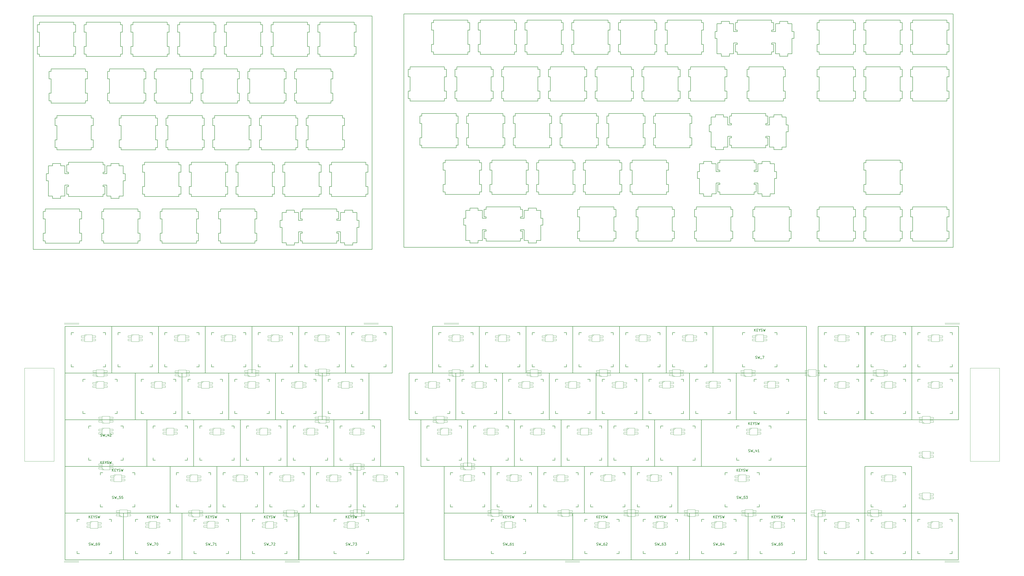
<source format=gbr>
G04 #@! TF.GenerationSoftware,KiCad,Pcbnew,(5.1.9)-1*
G04 #@! TF.CreationDate,2021-02-24T22:48:21-08:00*
G04 #@! TF.ProjectId,bakekujira,62616b65-6b75-46a6-9972-612e6b696361,1*
G04 #@! TF.SameCoordinates,Original*
G04 #@! TF.FileFunction,OtherDrawing,Comment*
%FSLAX46Y46*%
G04 Gerber Fmt 4.6, Leading zero omitted, Abs format (unit mm)*
G04 Created by KiCad (PCBNEW (5.1.9)-1) date 2021-02-24 22:48:21*
%MOMM*%
%LPD*%
G01*
G04 APERTURE LIST*
%ADD10C,0.200000*%
%ADD11C,0.120000*%
%ADD12C,0.150000*%
G04 APERTURE END LIST*
D10*
X206875800Y78879700D02*
X206075100Y78879700D01*
X192075700Y74780100D02*
X206075100Y74780100D01*
X211125700Y75779100D02*
X211125700Y74780100D01*
X191275000Y87778900D02*
X191275000Y84679700D01*
X225125000Y88779400D02*
X211125700Y88779400D01*
X244175000Y88779400D02*
X230175700Y88779400D01*
X192075700Y84679700D02*
X192075700Y78879700D01*
X206875800Y87778900D02*
X206075100Y87778900D01*
X206875800Y75779100D02*
X206875800Y78879700D01*
X192075700Y75779100D02*
X192075700Y74780100D01*
X192075700Y78879700D02*
X191275000Y78879700D01*
X225125000Y78879700D02*
X225125000Y84679700D01*
X225125000Y75779100D02*
X225925800Y75779100D01*
X244975799Y84679700D02*
X244975799Y87778900D01*
X206075100Y74780100D02*
X206075100Y75779100D01*
X244175000Y84679700D02*
X244975799Y84679700D01*
X210325000Y84679700D02*
X211125700Y84679700D01*
X211125700Y78879700D02*
X210325000Y78879700D01*
X191275000Y78879700D02*
X191275000Y75779100D01*
X206075100Y75779100D02*
X206875800Y75779100D01*
X192075700Y88779400D02*
X192075700Y87778900D01*
X211125700Y84679700D02*
X211125700Y78879700D01*
X244975799Y87778900D02*
X244175000Y87778900D01*
X225925800Y78879700D02*
X225125000Y78879700D01*
X210325000Y75779100D02*
X211125700Y75779100D01*
X244175000Y87778900D02*
X244175000Y88779400D01*
X191275000Y84679700D02*
X192075700Y84679700D01*
X244975799Y75779100D02*
X244975799Y78879700D01*
X211125700Y87778900D02*
X210325000Y87778900D01*
X210325000Y78879700D02*
X210325000Y75779100D01*
X206875800Y84679700D02*
X206875800Y87778900D01*
X225125000Y87778900D02*
X225125000Y88779400D01*
X225925800Y84679700D02*
X225925800Y87778900D01*
X225125000Y74780100D02*
X225125000Y75779100D01*
X192075700Y87778900D02*
X191275000Y87778900D01*
X206075100Y84679700D02*
X206875800Y84679700D01*
X225925800Y75779100D02*
X225925800Y78879700D01*
X244175000Y74780100D02*
X244175000Y75779100D01*
X210325000Y87778900D02*
X210325000Y84679700D01*
X244975799Y78879700D02*
X244175000Y78879700D01*
X244175000Y75779100D02*
X244975799Y75779100D01*
X206075100Y87778900D02*
X206075100Y88779400D01*
X225125000Y84679700D02*
X225925800Y84679700D01*
X211125700Y88779400D02*
X211125700Y87778900D01*
X191275000Y75779100D02*
X192075700Y75779100D01*
X244175000Y78879700D02*
X244175000Y84679700D01*
X225925800Y87778900D02*
X225125000Y87778900D01*
X206075100Y78879700D02*
X206075100Y84679700D01*
X211125700Y74780100D02*
X225125000Y74780100D01*
X206075100Y88779400D02*
X192075700Y88779400D01*
X287326000Y74780100D02*
X301325000Y74780100D01*
X230175700Y74780100D02*
X244175000Y74780100D01*
X282275000Y84679700D02*
X283076000Y84679700D01*
X249225700Y74780100D02*
X263225000Y74780100D01*
X248424900Y78879700D02*
X248424900Y75779100D01*
X267474900Y78879700D02*
X267474900Y75779100D01*
X263225000Y75779100D02*
X264025800Y75779100D01*
X229374900Y78879700D02*
X229374900Y75779100D01*
X263225000Y87778900D02*
X263225000Y88779400D01*
X263225000Y84679700D02*
X264025800Y84679700D01*
X264025800Y75779100D02*
X264025800Y78879700D01*
X249225700Y87778900D02*
X248424900Y87778900D01*
X282275000Y87778900D02*
X282275000Y88779400D01*
X267474900Y84679700D02*
X268275700Y84679700D01*
X264025800Y78879700D02*
X263225000Y78879700D01*
X267474900Y87778900D02*
X267474900Y84679700D01*
X282275000Y74780100D02*
X282275000Y75779100D01*
X283076000Y75779100D02*
X283076000Y78879700D01*
X302126000Y78879700D02*
X301325000Y78879700D01*
X230175700Y75779100D02*
X230175700Y74780100D01*
X248424900Y75779100D02*
X249225700Y75779100D01*
X282275000Y75779100D02*
X283076000Y75779100D01*
X268275700Y84679700D02*
X268275700Y78879700D01*
X249225700Y88779400D02*
X249225700Y87778900D01*
X282275000Y78879700D02*
X282275000Y84679700D01*
X268275700Y78879700D02*
X267474900Y78879700D01*
X229374900Y75779100D02*
X230175700Y75779100D01*
X230175700Y78879700D02*
X229374900Y78879700D01*
X230175700Y84679700D02*
X230175700Y78879700D01*
X229374900Y84679700D02*
X230175700Y84679700D01*
X263225000Y74780100D02*
X263225000Y75779100D01*
X301325000Y88779400D02*
X287326000Y88779400D01*
X268275700Y75779100D02*
X268275700Y74780100D01*
X230175700Y87778900D02*
X229374900Y87778900D01*
X264025800Y87778900D02*
X263225000Y87778900D01*
X283076000Y78879700D02*
X282275000Y78879700D01*
X264025800Y84679700D02*
X264025800Y87778900D01*
X249225700Y75779100D02*
X249225700Y74780100D01*
X249225700Y78879700D02*
X248424900Y78879700D01*
X301325000Y84679700D02*
X302126000Y84679700D01*
X248424900Y84679700D02*
X249225700Y84679700D01*
X282275000Y88779400D02*
X268275700Y88779400D01*
X283076000Y87778900D02*
X282275000Y87778900D01*
X301325000Y74780100D02*
X301325000Y75779100D01*
X268275700Y74780100D02*
X282275000Y74780100D01*
X302126000Y87778900D02*
X301325000Y87778900D01*
X302126000Y75779100D02*
X302126000Y78879700D01*
X301325000Y75779100D02*
X302126000Y75779100D01*
X301325000Y78879700D02*
X301325000Y84679700D01*
X268275700Y88779400D02*
X268275700Y87778900D01*
X301325000Y87778900D02*
X301325000Y88779400D01*
X302126000Y84679700D02*
X302126000Y87778900D01*
X248424900Y87778900D02*
X248424900Y84679700D01*
X267474900Y75779100D02*
X268275700Y75779100D01*
X230175700Y88779400D02*
X230175700Y87778900D01*
X268275700Y87778900D02*
X267474900Y87778900D01*
X263225000Y88779400D02*
X249225700Y88779400D01*
X263225000Y78879700D02*
X263225000Y84679700D01*
X249225700Y84679700D02*
X249225700Y78879700D01*
X287326000Y75779100D02*
X287326000Y74780100D01*
X283076000Y84679700D02*
X283076000Y87778900D01*
X286525000Y75779100D02*
X287326000Y75779100D01*
X286525000Y78879700D02*
X286525000Y75779100D01*
X229374900Y87778900D02*
X229374900Y84679700D01*
X402137000Y84679700D02*
X402137000Y87778900D01*
X286525000Y87778900D02*
X286525000Y84679700D01*
X386537000Y75779100D02*
X387338000Y75779100D01*
X363238000Y88779400D02*
X349238000Y88779400D01*
X363238000Y87778900D02*
X363238000Y88779400D01*
X364037000Y87778900D02*
X363238000Y87778900D01*
X364037000Y84679700D02*
X364037000Y87778900D01*
X348437000Y75779100D02*
X349238000Y75779100D01*
X363238000Y75779100D02*
X364037000Y75779100D01*
X382288000Y78879700D02*
X382288000Y84679700D01*
X349238000Y74780100D02*
X363238000Y74780100D01*
X349238000Y78879700D02*
X348437000Y78879700D01*
X401338000Y74780100D02*
X401338000Y75779100D01*
X402137000Y75779100D02*
X402137000Y78879700D01*
X349238000Y88779400D02*
X349238000Y87778900D01*
X367487000Y87778900D02*
X367487000Y84679700D01*
X402137000Y78879700D02*
X401338000Y78879700D01*
X401338000Y75779100D02*
X402137000Y75779100D01*
X387338000Y78879700D02*
X386537000Y78879700D01*
X382288000Y87778900D02*
X382288000Y88779400D01*
X383087000Y87778900D02*
X382288000Y87778900D01*
X368288000Y84679700D02*
X368288000Y78879700D01*
X368288000Y87778900D02*
X367487000Y87778900D01*
X368288000Y88779400D02*
X368288000Y87778900D01*
X386537000Y87778900D02*
X386537000Y84679700D01*
X383087000Y78879700D02*
X382288000Y78879700D01*
X367487000Y75779100D02*
X368288000Y75779100D01*
X402137000Y87778900D02*
X401338000Y87778900D01*
X348437000Y84679700D02*
X349238000Y84679700D01*
X368288000Y78879700D02*
X367487000Y78879700D01*
X348437000Y87778900D02*
X348437000Y84679700D01*
X401338000Y87778900D02*
X401338000Y88779400D01*
X401338000Y78879700D02*
X401338000Y84679700D01*
X286525000Y84679700D02*
X287326000Y84679700D01*
X287326000Y88779400D02*
X287326000Y87778900D01*
X349238000Y75779100D02*
X349238000Y74780100D01*
X401338000Y88779400D02*
X387338000Y88779400D01*
X364037000Y75779100D02*
X364037000Y78879700D01*
X386537000Y78879700D02*
X386537000Y75779100D01*
X368288000Y75779100D02*
X368288000Y74780100D01*
X349238000Y84679700D02*
X349238000Y78879700D01*
X349238000Y87778900D02*
X348437000Y87778900D01*
X367487000Y78879700D02*
X367487000Y75779100D01*
X364037000Y78879700D02*
X363238000Y78879700D01*
X368288000Y74780100D02*
X382288000Y74780100D01*
X287326000Y84679700D02*
X287326000Y78879700D01*
X383087000Y75779100D02*
X383087000Y78879700D01*
X287326000Y78879700D02*
X286525000Y78879700D01*
X287326000Y87778900D02*
X286525000Y87778900D01*
X382288000Y88779400D02*
X368288000Y88779400D01*
X382288000Y84679700D02*
X383087000Y84679700D01*
X363238000Y84679700D02*
X364037000Y84679700D01*
X363238000Y78879700D02*
X363238000Y84679700D01*
X363238000Y74780100D02*
X363238000Y75779100D01*
X348437000Y78879700D02*
X348437000Y75779100D01*
X383087000Y84679700D02*
X383087000Y87778900D01*
X382288000Y75779100D02*
X383087000Y75779100D01*
X382288000Y74780100D02*
X382288000Y75779100D01*
X367487000Y84679700D02*
X368288000Y84679700D01*
X387338000Y74780100D02*
X401338000Y74780100D01*
X401338000Y84679700D02*
X402137000Y84679700D01*
X387338000Y75779100D02*
X387338000Y74780100D01*
X387338000Y84679700D02*
X387338000Y78879700D01*
X386537000Y84679700D02*
X387338000Y84679700D01*
X307626000Y87309000D02*
X307626000Y84078900D01*
X331426000Y87309000D02*
X331426000Y84078900D01*
X333151000Y75010100D02*
X333151000Y74029000D01*
X333151000Y87309000D02*
X331426000Y87309000D01*
X336450000Y87309000D02*
X336450000Y88231100D01*
X315901000Y74780100D02*
X329900000Y74780100D01*
X333151000Y88231100D02*
X333151000Y87309000D01*
X336450000Y88231100D02*
X333151000Y88231100D01*
X338175000Y87309000D02*
X336450000Y87309000D01*
X196550200Y69729400D02*
X182550650Y69729400D01*
X312650000Y87309000D02*
X312650000Y88231100D01*
X339001000Y81280000D02*
X339001000Y84078900D01*
X336450000Y75010100D02*
X338175000Y75010100D01*
X315100000Y78879700D02*
X315100000Y75779100D01*
X330701000Y78879700D02*
X329900000Y78879700D01*
X315901000Y78879700D02*
X315100000Y78879700D01*
X315901000Y84078900D02*
X314375000Y84078900D01*
X329900000Y79479100D02*
X331426000Y79479100D01*
X307626000Y81280000D02*
X307626000Y75010100D01*
X329900000Y78879700D02*
X329900000Y79479100D01*
X315100000Y87778900D02*
X315100000Y84679700D01*
X315901000Y87778900D02*
X315100000Y87778900D01*
X315100000Y75779100D02*
X315901000Y75779100D01*
X338175000Y81280000D02*
X339001000Y81280000D01*
X331426000Y75010100D02*
X333151000Y75010100D01*
X315901000Y75779100D02*
X315901000Y74780100D01*
X387338000Y87778900D02*
X386537000Y87778900D01*
X387338000Y88779400D02*
X387338000Y87778900D01*
X329900000Y88779400D02*
X315901000Y88779400D01*
X315901000Y88779400D02*
X315901000Y87778900D01*
X329900000Y84078900D02*
X329900000Y84679700D01*
X314375000Y75010100D02*
X314375000Y79479100D01*
X329900000Y75779100D02*
X330701000Y75779100D01*
X329900000Y87778900D02*
X329900000Y88779400D01*
X330701000Y87778900D02*
X329900000Y87778900D01*
X331426000Y79479100D02*
X331426000Y75010100D01*
X330701000Y84679700D02*
X330701000Y87778900D01*
X309350999Y75010100D02*
X309350999Y74029000D01*
X314375000Y84078900D02*
X314375000Y87309000D01*
X315100000Y84679700D02*
X315901000Y84679700D01*
X338175000Y75010100D02*
X338175000Y81280000D01*
X336450000Y74029000D02*
X336450000Y75010100D01*
X330701000Y75779100D02*
X330701000Y78879700D01*
X307626000Y84078900D02*
X306800000Y84078900D01*
X312650000Y74029000D02*
X312650000Y75010100D01*
X314375000Y87309000D02*
X312650000Y87309000D01*
X306800000Y81280000D02*
X307626000Y81280000D01*
X306800000Y84078900D02*
X306800000Y81280000D01*
X307626000Y75010100D02*
X309350999Y75010100D01*
X314375000Y79479100D02*
X315901000Y79479100D01*
X312650000Y75010100D02*
X314375000Y75010100D01*
X309350999Y74029000D02*
X312650000Y74029000D01*
X339001000Y84078900D02*
X338175000Y84078900D01*
X329900000Y74780100D02*
X329900000Y75779100D01*
X338175000Y84078900D02*
X338175000Y87309000D01*
X315901000Y79479100D02*
X315901000Y78879700D01*
X331426000Y84078900D02*
X329900000Y84078900D01*
X315901000Y84679700D02*
X315901000Y84078900D01*
X333151000Y74029000D02*
X336450000Y74029000D01*
X309350999Y87309000D02*
X307626000Y87309000D01*
X309350999Y88231100D02*
X309350999Y87309000D01*
X312650000Y88231100D02*
X309350999Y88231100D01*
X196550200Y68728900D02*
X196550200Y69729400D01*
X329900000Y84679700D02*
X330701000Y84679700D01*
X234650000Y56729100D02*
X235450800Y56729100D01*
X220650700Y59829700D02*
X219849900Y59829700D01*
X235450800Y56729100D02*
X235450800Y59829700D01*
X201600700Y56729100D02*
X201600700Y55730100D01*
X196550200Y55730100D02*
X196550200Y56729100D01*
X216400800Y68728900D02*
X215600000Y68728900D01*
X215600000Y59829700D02*
X215600000Y65629700D01*
X215600000Y55730100D02*
X215600000Y56729100D01*
X234650000Y65629700D02*
X235450800Y65629700D01*
X220650700Y69729400D02*
X220650700Y68728900D01*
X201600700Y55730100D02*
X215600000Y55730100D01*
X235450800Y65629700D02*
X235450800Y68728900D01*
X235450800Y68728900D02*
X234650000Y68728900D01*
X253700000Y65629700D02*
X254500800Y65629700D01*
X220650700Y56729100D02*
X220650700Y55730100D01*
X219849900Y68728900D02*
X219849900Y65629700D01*
X196550200Y59829700D02*
X196550200Y65629700D01*
X182550650Y56729100D02*
X182550650Y55730100D01*
X181750010Y59829700D02*
X181750010Y56729100D01*
X181750010Y65629700D02*
X182550650Y65629700D01*
X182550650Y59829700D02*
X181750010Y59829700D01*
X200800000Y56729100D02*
X201600700Y56729100D01*
X182550650Y69729400D02*
X182550650Y68728900D01*
X215600000Y68728900D02*
X215600000Y69729400D01*
X215600000Y56729100D02*
X216400800Y56729100D01*
X215600000Y69729400D02*
X201600700Y69729400D01*
X201600700Y59829700D02*
X200800000Y59829700D01*
X220650700Y65629700D02*
X220650700Y59829700D01*
X216400800Y59829700D02*
X215600000Y59829700D01*
X254500800Y65629700D02*
X254500800Y68728900D01*
X234650000Y69729400D02*
X220650700Y69729400D01*
X200800000Y59829700D02*
X200800000Y56729100D01*
X234650000Y55730100D02*
X234650000Y56729100D01*
X201600700Y69729400D02*
X201600700Y68728900D01*
X196550200Y56729100D02*
X197350800Y56729100D01*
X181750010Y56729100D02*
X182550650Y56729100D01*
X200800000Y65629700D02*
X201600700Y65629700D01*
X215600000Y65629700D02*
X216400800Y65629700D01*
X182550650Y65629700D02*
X182550650Y59829700D01*
X253700000Y69729400D02*
X239700700Y69729400D01*
X182550650Y68728900D02*
X181750010Y68728900D01*
X234650000Y59829700D02*
X234650000Y65629700D01*
X197350800Y65629700D02*
X197350800Y68728900D01*
X201600700Y68728900D02*
X200800000Y68728900D01*
X219849900Y59829700D02*
X219849900Y56729100D01*
X219849900Y56729100D02*
X220650700Y56729100D01*
X253700000Y68728900D02*
X253700000Y69729400D01*
X254500800Y68728900D02*
X253700000Y68728900D01*
X181750010Y68728900D02*
X181750010Y65629700D01*
X216400800Y65629700D02*
X216400800Y68728900D01*
X234650000Y68728900D02*
X234650000Y69729400D01*
X220650700Y68728900D02*
X219849900Y68728900D01*
X235450800Y59829700D02*
X234650000Y59829700D01*
X216400800Y56729100D02*
X216400800Y59829700D01*
X201600700Y65629700D02*
X201600700Y59829700D01*
X197350800Y68728900D02*
X196550200Y68728900D01*
X196550200Y65629700D02*
X197350800Y65629700D01*
X253700000Y59829700D02*
X253700000Y65629700D01*
X197350800Y59829700D02*
X196550200Y59829700D01*
X197350800Y56729100D02*
X197350800Y59829700D01*
X182550650Y55730100D02*
X196550200Y55730100D01*
X200800000Y68728900D02*
X200800000Y65629700D01*
X220650700Y55730100D02*
X234650000Y55730100D01*
X219849900Y65629700D02*
X220650700Y65629700D01*
X311651000Y56729100D02*
X311651000Y59829700D01*
X239700700Y55730100D02*
X253700000Y55730100D01*
X291800000Y68728900D02*
X291800000Y69729400D01*
X273549400Y56729100D02*
X273549400Y59829700D01*
X258750700Y55730100D02*
X272750000Y55730100D01*
X277799300Y55730100D02*
X291800000Y55730100D01*
X272750000Y59829700D02*
X272750000Y65629700D01*
X238899900Y56729100D02*
X239700700Y56729100D01*
X239700700Y68728900D02*
X238899900Y68728900D01*
X272750000Y68728900D02*
X272750000Y69729400D01*
X272750000Y65629700D02*
X273549400Y65629700D01*
X258750700Y65629700D02*
X258750700Y59829700D01*
X258750700Y68728900D02*
X257949900Y68728900D01*
X276999900Y59829700D02*
X276999900Y56729100D01*
X273549400Y65629700D02*
X273549400Y68728900D01*
X277799300Y59829700D02*
X276999900Y59829700D01*
X292599000Y59829700D02*
X291800000Y59829700D01*
X291800000Y65629700D02*
X292599000Y65629700D01*
X311651000Y65629700D02*
X311651000Y68728900D01*
X239700700Y65629700D02*
X239700700Y59829700D01*
X272750000Y55730100D02*
X272750000Y56729100D01*
X291800000Y59829700D02*
X291800000Y65629700D01*
X276999900Y56729100D02*
X277799300Y56729100D01*
X257949900Y65629700D02*
X258750700Y65629700D01*
X292599000Y68728900D02*
X291800000Y68728900D01*
X277799300Y56729100D02*
X277799300Y55730100D01*
X253700000Y55730100D02*
X253700000Y56729100D01*
X239700700Y56729100D02*
X239700700Y55730100D01*
X238899900Y59829700D02*
X238899900Y56729100D01*
X272750000Y69729400D02*
X258750700Y69729400D01*
X273549400Y59829700D02*
X272750000Y59829700D01*
X276999900Y68728900D02*
X276999900Y65629700D01*
X291800000Y56729100D02*
X292599000Y56729100D01*
X239700700Y59829700D02*
X238899900Y59829700D01*
X238899900Y68728900D02*
X238899900Y65629700D01*
X292599000Y65629700D02*
X292599000Y68728900D01*
X238899900Y65629700D02*
X239700700Y65629700D01*
X272750000Y56729100D02*
X273549400Y56729100D01*
X258750700Y56729100D02*
X258750700Y55730100D01*
X310850000Y68728900D02*
X310850000Y69729400D01*
X257949900Y59829700D02*
X257949900Y56729100D01*
X257949900Y68728900D02*
X257949900Y65629700D01*
X258750700Y69729400D02*
X258750700Y68728900D01*
X311651000Y59829700D02*
X310850000Y59829700D01*
X292599000Y56729100D02*
X292599000Y59829700D01*
X277799300Y69729400D02*
X277799300Y68728900D01*
X310850000Y65629700D02*
X311651000Y65629700D01*
X310850000Y59829700D02*
X310850000Y65629700D01*
X311651000Y68728900D02*
X310850000Y68728900D01*
X276999900Y65629700D02*
X277799300Y65629700D01*
X277799300Y68728900D02*
X276999900Y68728900D01*
X310850000Y69729400D02*
X296849000Y69729400D01*
X258750700Y59829700D02*
X257949900Y59829700D01*
X291800000Y55730100D02*
X291800000Y56729100D01*
X273549400Y68728900D02*
X272750000Y68728900D01*
X277799300Y65629700D02*
X277799300Y59829700D01*
X254500800Y59829700D02*
X253700000Y59829700D01*
X253700000Y56729100D02*
X254500800Y56729100D01*
X257949900Y56729100D02*
X258750700Y56729100D01*
X310850000Y56729100D02*
X311651000Y56729100D01*
X239700700Y69729400D02*
X239700700Y68728900D01*
X291800000Y69729400D02*
X277799300Y69729400D01*
X310850000Y55730100D02*
X310850000Y56729100D01*
X254500800Y56729100D02*
X254500800Y59829700D01*
X382288000Y69729400D02*
X368288000Y69729400D01*
X296050000Y59829700D02*
X296050000Y56729100D01*
X382288000Y55730100D02*
X382288000Y56729100D01*
X296849000Y59829700D02*
X296050000Y59829700D01*
X296050000Y68728900D02*
X296050000Y65629700D01*
X296849000Y68728900D02*
X296050000Y68728900D01*
X334663000Y69729400D02*
X320663000Y69729400D01*
X334663000Y55730100D02*
X334663000Y56729100D01*
X319862000Y65629700D02*
X320663000Y65629700D01*
X364037000Y68728900D02*
X363238000Y68728900D01*
X296849000Y69729400D02*
X296849000Y68728900D01*
X335462000Y56729100D02*
X335462000Y59829700D01*
X383087000Y59829700D02*
X382288000Y59829700D01*
X382288000Y65629700D02*
X383087000Y65629700D01*
X334663000Y59829700D02*
X334663000Y65629700D01*
X349238000Y59829700D02*
X348437000Y59829700D01*
X383087000Y65629700D02*
X383087000Y68728900D01*
X382288000Y59829700D02*
X382288000Y65629700D01*
X368288000Y56729100D02*
X368288000Y55730100D01*
X320663000Y59829700D02*
X319862000Y59829700D01*
X320663000Y68728900D02*
X319862000Y68728900D01*
X348437000Y56729100D02*
X349238000Y56729100D01*
X349238000Y65629700D02*
X349238000Y59829700D01*
X320663000Y69729400D02*
X320663000Y68728900D01*
X348437000Y65629700D02*
X349238000Y65629700D01*
X364037000Y65629700D02*
X364037000Y68728900D01*
X363238000Y55730100D02*
X363238000Y56729100D01*
X349238000Y69729400D02*
X349238000Y68728900D01*
X319862000Y59829700D02*
X319862000Y56729100D01*
X349238000Y56729100D02*
X349238000Y55730100D01*
X320663000Y56729100D02*
X320663000Y55730100D01*
X349238000Y68728900D02*
X348437000Y68728900D01*
X383087000Y68728900D02*
X382288000Y68728900D01*
X296050000Y65629700D02*
X296849000Y65629700D01*
X334663000Y65629700D02*
X335462000Y65629700D01*
X334663000Y56729100D02*
X335462000Y56729100D01*
X348437000Y68728900D02*
X348437000Y65629700D01*
X319862000Y56729100D02*
X320663000Y56729100D01*
X368288000Y55730100D02*
X382288000Y55730100D01*
X363238000Y56729100D02*
X364037000Y56729100D01*
X319862000Y68728900D02*
X319862000Y65629700D01*
X335462000Y65629700D02*
X335462000Y68728900D01*
X349238000Y55730100D02*
X363238000Y55730100D01*
X320663000Y65629700D02*
X320663000Y59829700D01*
X364037000Y56729100D02*
X364037000Y59829700D01*
X296050000Y56729100D02*
X296849000Y56729100D01*
X363238000Y65629700D02*
X364037000Y65629700D01*
X296849000Y55730100D02*
X310850000Y55730100D01*
X296849000Y56729100D02*
X296849000Y55730100D01*
X296849000Y65629700D02*
X296849000Y59829700D01*
X363238000Y68728900D02*
X363238000Y69729400D01*
X334663000Y68728900D02*
X334663000Y69729400D01*
X335462000Y68728900D02*
X334663000Y68728900D01*
X335462000Y59829700D02*
X334663000Y59829700D01*
X320663000Y55730100D02*
X334663000Y55730100D01*
X363238000Y69729400D02*
X349238000Y69729400D01*
X363238000Y59829700D02*
X363238000Y65629700D01*
X364037000Y59829700D02*
X363238000Y59829700D01*
X348437000Y59829700D02*
X348437000Y56729100D01*
X383087000Y56729100D02*
X383087000Y59829700D01*
X382288000Y68728900D02*
X382288000Y69729400D01*
X382288000Y56729100D02*
X383087000Y56729100D01*
X367487000Y56729100D02*
X368288000Y56729100D01*
X367487000Y59829700D02*
X367487000Y56729100D01*
X268786900Y21729600D02*
X267987500Y21729600D01*
X267987500Y18629000D02*
X268786900Y18629000D01*
X267987500Y17629900D02*
X267987500Y18629000D01*
X253988200Y17629900D02*
X267987500Y17629900D01*
X253187400Y30629000D02*
X253187400Y27531100D01*
X253988200Y30629000D02*
X253187400Y30629000D01*
X382288000Y27531100D02*
X383087000Y27531100D01*
X273038200Y27531100D02*
X273038200Y21729600D01*
X287837000Y30629000D02*
X287038000Y30629000D01*
X287038000Y21729600D02*
X287038000Y27531100D01*
X368288000Y18629000D02*
X368288000Y17629900D01*
X287837000Y18629000D02*
X287837000Y21729600D01*
X273038200Y30629000D02*
X272237400Y30629000D01*
X234137400Y27531100D02*
X234938200Y27531100D01*
X253187400Y27531100D02*
X253988200Y27531100D01*
X253988200Y27531100D02*
X253988200Y21729600D01*
X382288000Y30629000D02*
X382288000Y31629300D01*
X383087000Y30629000D02*
X382288000Y30629000D01*
X234938200Y27531100D02*
X234938200Y21729600D01*
X253187400Y18629000D02*
X253988200Y18629000D01*
X234137400Y30629000D02*
X234137400Y27531100D01*
X268786900Y18629000D02*
X268786900Y21729600D01*
X287038000Y30629000D02*
X287038000Y31629300D01*
X382288000Y17629900D02*
X382288000Y18629000D01*
X383087000Y27531100D02*
X383087000Y30629000D01*
X234938200Y30629000D02*
X234137400Y30629000D01*
X268786900Y27531100D02*
X268786900Y30629000D01*
X253988200Y18629000D02*
X253988200Y17629900D01*
X253187400Y21729600D02*
X253187400Y18629000D01*
X287038000Y31629300D02*
X273038200Y31629300D01*
X287837000Y21729600D02*
X287038000Y21729600D01*
X273038200Y17629900D02*
X287038000Y17629900D01*
X272237400Y30629000D02*
X272237400Y27531100D01*
X382288000Y31629300D02*
X368288000Y31629300D01*
X382288000Y18629000D02*
X383087000Y18629000D01*
X287038000Y18629000D02*
X287837000Y18629000D01*
X287038000Y17629900D02*
X287038000Y18629000D01*
X272237400Y27531100D02*
X273038200Y27531100D01*
X383087000Y18629000D02*
X383087000Y21729600D01*
X234938200Y31629300D02*
X234938200Y30629000D01*
X267987500Y31629300D02*
X253988200Y31629300D01*
X267987500Y30629000D02*
X267987500Y31629300D01*
X268786900Y30629000D02*
X267987500Y30629000D01*
X253988200Y31629300D02*
X253988200Y30629000D01*
X287038000Y27531100D02*
X287837000Y27531100D01*
X267987500Y27531100D02*
X268786900Y27531100D01*
X267987500Y21729600D02*
X267987500Y27531100D01*
X272237400Y18629000D02*
X273038200Y18629000D01*
X383087000Y21729600D02*
X382288000Y21729600D01*
X273038200Y31629300D02*
X273038200Y30629000D01*
X253988200Y21729600D02*
X253187400Y21729600D01*
X287837000Y27531100D02*
X287837000Y30629000D01*
X273038200Y18629000D02*
X273038200Y17629900D01*
X273038200Y21729600D02*
X272237400Y21729600D01*
X272237400Y21729600D02*
X272237400Y18629000D01*
X382288000Y21729600D02*
X382288000Y27531100D01*
X368288000Y17629900D02*
X382288000Y17629900D01*
X305506000Y30159100D02*
X305506000Y31081100D01*
X305506000Y17860100D02*
X307232000Y17860100D01*
X308757000Y22329000D02*
X308757000Y21729600D01*
X308757000Y26928900D02*
X307232000Y26928900D01*
X324282000Y26928900D02*
X322756000Y26928900D01*
X326006000Y31081100D02*
X326006000Y30159100D01*
X331031000Y26928900D02*
X331031000Y30159100D01*
X331857000Y26928900D02*
X331031000Y26928900D01*
X322756000Y18629000D02*
X323557000Y18629000D01*
X300482000Y24130100D02*
X300482000Y17860100D01*
X323557000Y18629000D02*
X323557000Y21729600D01*
X307232000Y17860100D02*
X307232000Y22329000D01*
X323557000Y21729600D02*
X322756000Y21729600D01*
X302207000Y30159100D02*
X300482000Y30159100D01*
X305506000Y31081100D02*
X302207000Y31081100D01*
X302207000Y17860100D02*
X302207000Y16878900D01*
X367487000Y18629000D02*
X368288000Y18629000D01*
X367487000Y21729600D02*
X367487000Y18629000D01*
X368288000Y21729600D02*
X367487000Y21729600D01*
X368288000Y27531100D02*
X368288000Y21729600D01*
X368288000Y30629000D02*
X367487000Y30629000D01*
X331031000Y24130100D02*
X331857000Y24130100D01*
X367487000Y30629000D02*
X367487000Y27531100D01*
X323557000Y30629000D02*
X322756000Y30629000D01*
X331031000Y30159100D02*
X329306000Y30159100D01*
X323557000Y27531100D02*
X323557000Y30629000D01*
X329306000Y17860100D02*
X331031000Y17860100D01*
X305506000Y16878900D02*
X305506000Y17860100D01*
X329306000Y31081100D02*
X326006000Y31081100D01*
X300482000Y30159100D02*
X300482000Y26928900D01*
X322756000Y22329000D02*
X324282000Y22329000D01*
X331031000Y17860100D02*
X331031000Y24130100D01*
X307956000Y21729600D02*
X307956000Y18629000D01*
X324282000Y22329000D02*
X324282000Y17860100D01*
X367487000Y27531100D02*
X368288000Y27531100D01*
X368288000Y31629300D02*
X368288000Y30629000D01*
X326006000Y16878900D02*
X329306000Y16878900D01*
X326006000Y30159100D02*
X324282000Y30159100D01*
X322756000Y31629300D02*
X308757000Y31629300D01*
X299656000Y24130100D02*
X300482000Y24130100D01*
X322756000Y30629000D02*
X322756000Y31629300D01*
X322756000Y17629900D02*
X322756000Y18629000D01*
X322756000Y27531100D02*
X323557000Y27531100D01*
X324282000Y30159100D02*
X324282000Y26928900D01*
X307232000Y22329000D02*
X308757000Y22329000D01*
X324282000Y17860100D02*
X326006000Y17860100D01*
X299656000Y26928900D02*
X299656000Y24130100D01*
X300482000Y26928900D02*
X299656000Y26928900D01*
X329306000Y30159100D02*
X329306000Y31081100D01*
X322756000Y21729600D02*
X322756000Y22329000D01*
X307232000Y26928900D02*
X307232000Y30159100D01*
X300482000Y17860100D02*
X302207000Y17860100D01*
X308757000Y17629900D02*
X322756000Y17629900D01*
X329306000Y16878900D02*
X329306000Y17860100D01*
X308757000Y27531100D02*
X308757000Y26928900D01*
X308757000Y21729600D02*
X307956000Y21729600D01*
X322756000Y26928900D02*
X322756000Y27531100D01*
X302207000Y31081100D02*
X302207000Y30159100D01*
X331857000Y24130100D02*
X331857000Y26928900D01*
X326006000Y17860100D02*
X326006000Y16878900D01*
X308757000Y18629000D02*
X308757000Y17629900D01*
X307232000Y30159100D02*
X305506000Y30159100D01*
X307956000Y18629000D02*
X308757000Y18629000D01*
X302207000Y16878900D02*
X305506000Y16878900D01*
X248937500Y18629000D02*
X249736900Y18629000D01*
X311993999Y49209000D02*
X310269000Y49209000D01*
X313517999Y45978900D02*
X311993999Y45978900D01*
X313517999Y50679400D02*
X313517999Y49678900D01*
X211636900Y30629000D02*
X210837600Y30629000D01*
X210837600Y21729600D02*
X210837600Y27531100D01*
X210837600Y18629000D02*
X211636900Y18629000D01*
X196037500Y30629000D02*
X196037500Y27531100D01*
X229887500Y27531100D02*
X230686900Y27531100D01*
X215888200Y17629900D02*
X229887500Y17629900D01*
X211636900Y21729600D02*
X210837600Y21729600D01*
X196838200Y27531100D02*
X196838200Y21729600D01*
X234938200Y21729600D02*
X234137400Y21729600D01*
X234137400Y18629000D02*
X234938200Y18629000D01*
X211636900Y18629000D02*
X211636900Y21729600D01*
X249736900Y30629000D02*
X248937500Y30629000D01*
X196037500Y21729600D02*
X196037500Y18629000D01*
X234137400Y21729600D02*
X234137400Y18629000D01*
X234938200Y18629000D02*
X234938200Y17629900D01*
X230686900Y30629000D02*
X229887500Y30629000D01*
X230686900Y21729600D02*
X229887500Y21729600D01*
X248937500Y31629300D02*
X234938200Y31629300D01*
X249736900Y27531100D02*
X249736900Y30629000D01*
X230686900Y18629000D02*
X230686900Y21729600D01*
X248937500Y27531100D02*
X249736900Y27531100D01*
X215888200Y18629000D02*
X215888200Y17629900D01*
X215087500Y30629000D02*
X215087500Y27531100D01*
X249736900Y18629000D02*
X249736900Y21729600D01*
X229887500Y30629000D02*
X229887500Y31629300D01*
X215888200Y31629300D02*
X215888200Y30629000D01*
X196838200Y31629300D02*
X196838200Y30629000D01*
X249736900Y21729600D02*
X248937500Y21729600D01*
X234938200Y17629900D02*
X248937500Y17629900D01*
X210837600Y30629000D02*
X210837600Y31629300D01*
X210837600Y27531100D02*
X211636900Y27531100D01*
X196037500Y27531100D02*
X196838200Y27531100D01*
X248937500Y21729600D02*
X248937500Y27531100D01*
X196037500Y18629000D02*
X196838200Y18629000D01*
X229887500Y31629300D02*
X215888200Y31629300D01*
X215087500Y27531100D02*
X215888200Y27531100D01*
X229887500Y21729600D02*
X229887500Y27531100D01*
X196838200Y18629000D02*
X196838200Y17629900D01*
X215888200Y30629000D02*
X215087500Y30629000D01*
X230686900Y27531100D02*
X230686900Y30629000D01*
X215888200Y27531100D02*
X215888200Y21729600D01*
X210837600Y31629300D02*
X196838200Y31629300D01*
X215087500Y18629000D02*
X215888200Y18629000D01*
X311993999Y45978900D02*
X311993999Y49209000D01*
X310269000Y49209000D02*
X310269000Y50129700D01*
X313517999Y46579700D02*
X313517999Y45978900D01*
X229887500Y17629900D02*
X229887500Y18629000D01*
X312719000Y46579700D02*
X313517999Y46579700D01*
X312719000Y49678900D02*
X312719000Y46579700D01*
X313517999Y49678900D02*
X312719000Y49678900D01*
X211636900Y27531100D02*
X211636900Y30629000D01*
X196838200Y17629900D02*
X210837600Y17629900D01*
X210837600Y17629900D02*
X210837600Y18629000D01*
X196838200Y21729600D02*
X196037500Y21729600D01*
X196838200Y30629000D02*
X196037500Y30629000D01*
X229887500Y18629000D02*
X230686900Y18629000D01*
X215087500Y21729600D02*
X215087500Y18629000D01*
X215888200Y21729600D02*
X215087500Y21729600D01*
X248937500Y30629000D02*
X248937500Y31629300D01*
X248937500Y17629900D02*
X248937500Y18629000D01*
X307956000Y27531100D02*
X308757000Y27531100D01*
X307956000Y30629000D02*
X307956000Y27531100D01*
X308757000Y30629000D02*
X307956000Y30629000D01*
X308757000Y31629300D02*
X308757000Y30629000D01*
X265606300Y12579400D02*
X251607000Y12579400D01*
X266407100Y2679590D02*
X265606300Y2679590D01*
X265606300Y-1420060D02*
X265606300Y-420970D01*
X275418100Y-1420060D02*
X289419000Y-1420060D01*
X266407100Y11579000D02*
X265606300Y11579000D01*
X275418100Y12579400D02*
X275418100Y11579000D01*
X290218000Y2679590D02*
X289419000Y2679590D01*
X274618700Y8481100D02*
X275418100Y8481100D01*
X265606300Y8481100D02*
X266407100Y8481100D01*
X251607000Y11579000D02*
X250806200Y11579000D01*
X266407100Y-420970D02*
X266407100Y2679590D01*
X251607000Y8481100D02*
X251607000Y2679590D01*
X251607000Y12579400D02*
X251607000Y11579000D01*
X275418100Y8481100D02*
X275418100Y2679590D01*
X274618700Y-420970D02*
X275418100Y-420970D01*
X274618700Y2679590D02*
X274618700Y-420970D01*
X289419000Y8481100D02*
X290218000Y8481100D01*
X313231000Y12579400D02*
X299232000Y12579400D01*
X313231000Y8481100D02*
X314032000Y8481100D01*
X275418100Y2679590D02*
X274618700Y2679590D01*
X290218000Y-420970D02*
X290218000Y2679590D01*
X250806200Y8481100D02*
X251607000Y8481100D01*
X265606300Y2679590D02*
X265606300Y8481100D01*
X265606300Y-420970D02*
X266407100Y-420970D01*
X251607000Y-1420060D02*
X265606300Y-1420060D01*
X250806200Y-420970D02*
X251607000Y-420970D01*
X250806200Y11579000D02*
X250806200Y8481100D01*
X290218000Y8481100D02*
X290218000Y11579000D01*
X289419000Y-420970D02*
X290218000Y-420970D01*
X313231000Y2679590D02*
X313231000Y8481100D01*
X289419000Y-1420060D02*
X289419000Y-420970D01*
X274618700Y11579000D02*
X274618700Y8481100D01*
X275418100Y11579000D02*
X274618700Y11579000D01*
X314032000Y-420970D02*
X314032000Y2679590D01*
X314032000Y8481100D02*
X314032000Y11579000D01*
X289419000Y11579000D02*
X289419000Y12579400D01*
X314032000Y11579000D02*
X313231000Y11579000D01*
X250806200Y2679590D02*
X250806200Y-420970D01*
X313231000Y11579000D02*
X313231000Y12579400D01*
X266407100Y8481100D02*
X266407100Y11579000D01*
X251607000Y2679590D02*
X250806200Y2679590D01*
X275418100Y-420970D02*
X275418100Y-1420060D01*
X289419000Y12579400D02*
X275418100Y12579400D01*
X265606300Y11579000D02*
X265606300Y12579400D01*
X290218000Y11579000D02*
X289419000Y11579000D01*
X251607000Y-420970D02*
X251607000Y-1420060D01*
X289419000Y2679590D02*
X289419000Y8481100D01*
X314032000Y2679590D02*
X313231000Y2679590D01*
X349238000Y11579000D02*
X348437000Y11579000D01*
X382288000Y8481100D02*
X383087000Y8481100D01*
X348437000Y11579000D02*
X348437000Y8481100D01*
X382288000Y11579000D02*
X382288000Y12579400D01*
X323043000Y-1420060D02*
X337044000Y-1420060D01*
X323043000Y-420970D02*
X323043000Y-1420060D01*
X323043000Y8481100D02*
X323043000Y2679590D01*
X363238000Y12579400D02*
X349238000Y12579400D01*
X349238000Y2679590D02*
X348437000Y2679590D01*
X382288000Y-1420060D02*
X382288000Y-420970D01*
X348437000Y2679590D02*
X348437000Y-420970D01*
X383087000Y8481100D02*
X383087000Y11579000D01*
X323043000Y12579400D02*
X323043000Y11579000D01*
X348437000Y-420970D02*
X349238000Y-420970D01*
X322244000Y-420970D02*
X323043000Y-420970D01*
X383087000Y-420970D02*
X383087000Y2679590D01*
X313231000Y-420970D02*
X314032000Y-420970D01*
X299232000Y2679590D02*
X298431000Y2679590D01*
X337044000Y12579400D02*
X323043000Y12579400D01*
X298431000Y-420970D02*
X299232000Y-420970D01*
X337044000Y-420970D02*
X337843000Y-420970D01*
X364037000Y11579000D02*
X363238000Y11579000D01*
X298431000Y8481100D02*
X299232000Y8481100D01*
X299232000Y12579400D02*
X299232000Y11579000D01*
X323043000Y11579000D02*
X322244000Y11579000D01*
X337044000Y8481100D02*
X337843000Y8481100D01*
X363238000Y8481100D02*
X364037000Y8481100D01*
X382288000Y2679590D02*
X382288000Y8481100D01*
X298431000Y11579000D02*
X298431000Y8481100D01*
X322244000Y8481100D02*
X323043000Y8481100D01*
X349238000Y-1420060D02*
X363238000Y-1420060D01*
X364037000Y8481100D02*
X364037000Y11579000D01*
X349238000Y12579400D02*
X349238000Y11579000D01*
X363238000Y-1420060D02*
X363238000Y-420970D01*
X337044000Y11579000D02*
X337044000Y12579400D01*
X337843000Y11579000D02*
X337044000Y11579000D01*
X364037000Y2679590D02*
X363238000Y2679590D01*
X323043000Y2679590D02*
X322244000Y2679590D01*
X313231000Y-1420060D02*
X313231000Y-420970D01*
X368288000Y-1420060D02*
X382288000Y-1420060D01*
X299232000Y11579000D02*
X298431000Y11579000D01*
X349238000Y8481100D02*
X349238000Y2679590D01*
X299232000Y-1420060D02*
X313231000Y-1420060D01*
X299232000Y-420970D02*
X299232000Y-1420060D01*
X383087000Y11579000D02*
X382288000Y11579000D01*
X337843000Y8481100D02*
X337843000Y11579000D01*
X363238000Y-420970D02*
X364037000Y-420970D01*
X368288000Y-420970D02*
X368288000Y-1420060D01*
X337843000Y-420970D02*
X337843000Y2679590D01*
X322244000Y2679590D02*
X322244000Y-420970D01*
X349238000Y-420970D02*
X349238000Y-1420060D01*
X382288000Y-420970D02*
X383087000Y-420970D01*
X348437000Y8481100D02*
X349238000Y8481100D01*
X322244000Y11579000D02*
X322244000Y8481100D01*
X363238000Y2679590D02*
X363238000Y8481100D01*
X382288000Y12579400D02*
X368288000Y12579400D01*
X298431000Y2679590D02*
X298431000Y-420970D01*
X299232000Y8481100D02*
X299232000Y2679590D01*
X337044000Y2679590D02*
X337044000Y8481100D01*
X337843000Y2679590D02*
X337044000Y2679590D01*
X337044000Y-1420060D02*
X337044000Y-420970D01*
X363238000Y11579000D02*
X363238000Y12579400D01*
X364037000Y-420970D02*
X364037000Y2679590D01*
X383087000Y2679590D02*
X382288000Y2679590D01*
X367487000Y11579000D02*
X367487000Y8481100D01*
X367487000Y8481100D02*
X368288000Y8481100D01*
X401338000Y12579400D02*
X387338000Y12579400D01*
X401338000Y11579000D02*
X401338000Y12579400D01*
X402137000Y11579000D02*
X401338000Y11579000D01*
X401338000Y2679590D02*
X401338000Y8481100D01*
X401338000Y-420970D02*
X402137000Y-420970D01*
X387338000Y-420970D02*
X387338000Y-1420060D01*
X387338000Y12579400D02*
X387338000Y11579000D01*
X228307100Y2679590D02*
X227506300Y2679590D01*
X387338000Y-1420060D02*
X401338000Y-1420060D01*
X387338000Y2679590D02*
X386537000Y2679590D01*
X387338000Y11579000D02*
X386537000Y11579000D01*
X213506900Y3280410D02*
X213506900Y2679590D01*
X229032000Y-1189930D02*
X230755700Y-1189930D01*
X212706300Y-420970D02*
X213506900Y-420970D01*
X228307100Y11579000D02*
X227506300Y11579000D01*
X229032000Y7878900D02*
X227506300Y7878900D01*
X236606900Y7878900D02*
X235781400Y7878900D01*
X386537000Y2679590D02*
X386537000Y-420970D01*
X387338000Y8481100D02*
X387338000Y2679590D01*
X228307100Y8481100D02*
X228307100Y11579000D01*
X213506900Y-420970D02*
X213506900Y-1420060D01*
X227506300Y-420970D02*
X228307100Y-420970D01*
X386537000Y11579000D02*
X386537000Y8481100D01*
X227506300Y-1420060D02*
X227506300Y-420970D01*
X227506300Y11579000D02*
X227506300Y12579400D01*
X227506300Y7878900D02*
X227506300Y8481100D01*
X234056300Y11109100D02*
X234056300Y12031000D01*
X213506900Y-1420060D02*
X227506300Y-1420060D01*
X236606900Y5080140D02*
X236606900Y7878900D01*
X229032000Y3280410D02*
X229032000Y-1189930D01*
X230755700Y-2171090D02*
X234056300Y-2171090D01*
X235781400Y11109100D02*
X234056300Y11109100D01*
X402137000Y-420970D02*
X402137000Y2679590D01*
X367487000Y-420970D02*
X368288000Y-420970D01*
X367487000Y2679590D02*
X367487000Y-420970D01*
X368288000Y2679590D02*
X367487000Y2679590D01*
X401338000Y8481100D02*
X402137000Y8481100D01*
X368288000Y8481100D02*
X368288000Y2679590D01*
X368288000Y12579400D02*
X368288000Y11579000D01*
X386537000Y-420970D02*
X387338000Y-420970D01*
X235781400Y7878900D02*
X235781400Y11109100D01*
X227506300Y12579400D02*
X213506900Y12579400D01*
X227506300Y3280410D02*
X229032000Y3280410D01*
X227506300Y2679590D02*
X227506300Y3280410D01*
X212706300Y2679590D02*
X212706300Y-420970D01*
X234056300Y-2171090D02*
X234056300Y-1189930D01*
X213506900Y2679590D02*
X212706300Y2679590D01*
X402137000Y2679590D02*
X401338000Y2679590D01*
X230755700Y11109100D02*
X229032000Y11109100D01*
X235781400Y-1189930D02*
X235781400Y5080140D01*
X386537000Y8481100D02*
X387338000Y8481100D01*
X227506300Y8481100D02*
X228307100Y8481100D01*
X230755700Y12031000D02*
X230755700Y11109100D01*
X368288000Y11579000D02*
X367487000Y11579000D01*
X402137000Y8481100D02*
X402137000Y11579000D01*
X228307100Y-420970D02*
X228307100Y2679590D01*
X234056300Y12031000D02*
X230755700Y12031000D01*
X235781400Y5080140D02*
X236606900Y5080140D01*
X401338000Y-1420060D02*
X401338000Y-420970D01*
X229032000Y11109100D02*
X229032000Y7878900D01*
X234056300Y-1189930D02*
X235781400Y-1189930D01*
X230755700Y-1189930D02*
X230755700Y-2171090D01*
X211981400Y-1189930D02*
X211981400Y3280410D01*
X210256100Y-1189930D02*
X211981400Y-1189930D01*
X403864000Y91303800D02*
X403864000Y-3946007D01*
X210256100Y-2171090D02*
X210256100Y-1189930D01*
X206957100Y-2171090D02*
X210256100Y-2171090D01*
X206957100Y-1189930D02*
X206957100Y-2171090D01*
X205231800Y-1189930D02*
X206957100Y-1189930D01*
X205231800Y5080140D02*
X205231800Y-1189930D01*
X204406300Y7878900D02*
X204406300Y5080140D01*
X210256100Y12031000D02*
X206957100Y12031000D01*
X211981400Y11109100D02*
X210256100Y11109100D01*
X212706300Y8481100D02*
X213506900Y8481100D01*
X211981400Y7878900D02*
X211981400Y11109100D01*
X213506900Y8481100D02*
X213506900Y7878900D01*
X180026084Y-3946007D02*
X180026084Y91303800D01*
X206957100Y11109100D02*
X205231800Y11109100D01*
X212706300Y11579000D02*
X212706300Y8481100D01*
X213506900Y11579000D02*
X212706300Y11579000D01*
X205231800Y7878900D02*
X204406300Y7878900D01*
X205231800Y11109100D02*
X205231800Y7878900D01*
X213506900Y7878900D02*
X211981400Y7878900D01*
X213506900Y12579400D02*
X213506900Y11579000D01*
X180026084Y91303800D02*
X403864000Y91303800D01*
X204406300Y5080140D02*
X205231800Y5080140D01*
X403864000Y-3946007D02*
X180026084Y-3946007D01*
X206957100Y12031000D02*
X206957100Y11109100D01*
X210256100Y11109100D02*
X210256100Y12031000D01*
X211981400Y3280410D02*
X213506900Y3280410D01*
X367487000Y68728900D02*
X367487000Y65629700D01*
X368288000Y59829700D02*
X367487000Y59829700D01*
X368288000Y65629700D02*
X368288000Y59829700D01*
X367487000Y65629700D02*
X368288000Y65629700D01*
X368288000Y68728900D02*
X367487000Y68728900D01*
X386537000Y56729100D02*
X387338000Y56729100D01*
X386537000Y59829700D02*
X386537000Y56729100D01*
X220362500Y36680100D02*
X220362500Y37679100D01*
X401338000Y65629700D02*
X402137000Y65629700D01*
X402137000Y59829700D02*
X401338000Y59829700D01*
X401338000Y55730100D02*
X401338000Y56729100D01*
X387338000Y59829700D02*
X386537000Y59829700D01*
X387338000Y65629700D02*
X387338000Y59829700D01*
X386537000Y65629700D02*
X387338000Y65629700D01*
X206363200Y49678900D02*
X205562500Y49678900D01*
X386537000Y68728900D02*
X386537000Y65629700D01*
X186512530Y37679100D02*
X187313160Y37679100D01*
X240211900Y49678900D02*
X239412500Y49678900D01*
X202111900Y49678900D02*
X201312700Y49678900D01*
X206363200Y46579700D02*
X206363200Y40779700D01*
X387338000Y69729400D02*
X387338000Y68728900D01*
X387338000Y68728900D02*
X386537000Y68728900D01*
X186512530Y49678900D02*
X186512530Y46579700D01*
X221161900Y46579700D02*
X221161900Y49678900D01*
X202111900Y46579700D02*
X202111900Y49678900D01*
X202111900Y37679100D02*
X202111900Y40779700D01*
X187313160Y50679400D02*
X187313160Y49678900D01*
X221161900Y49678900D02*
X220362500Y49678900D01*
X206363200Y40779700D02*
X205562500Y40779700D01*
X239412500Y49678900D02*
X239412500Y50679400D01*
X221161900Y37679100D02*
X221161900Y40779700D01*
X205562500Y40779700D02*
X205562500Y37679100D01*
X220362500Y50679400D02*
X206363200Y50679400D01*
X205562500Y37679100D02*
X206363200Y37679100D01*
X206363200Y50679400D02*
X206363200Y49678900D01*
X401338000Y69729400D02*
X387338000Y69729400D01*
X387338000Y55730100D02*
X401338000Y55730100D01*
X187313160Y46579700D02*
X187313160Y40779700D01*
X401338000Y68728900D02*
X401338000Y69729400D01*
X402137000Y68728900D02*
X401338000Y68728900D01*
X220362500Y46579700D02*
X221161900Y46579700D01*
X220362500Y40779700D02*
X220362500Y46579700D01*
X205562500Y49678900D02*
X205562500Y46579700D01*
X387338000Y56729100D02*
X387338000Y55730100D01*
X201312700Y37679100D02*
X202111900Y37679100D01*
X220362500Y49678900D02*
X220362500Y50679400D01*
X206363200Y37679100D02*
X206363200Y36680100D01*
X201312700Y50679400D02*
X187313160Y50679400D01*
X186512530Y40779700D02*
X186512530Y37679100D01*
X187313160Y40779700D02*
X186512530Y40779700D01*
X201312700Y49678900D02*
X201312700Y50679400D01*
X187313160Y36680100D02*
X201312700Y36680100D01*
X221161900Y40779700D02*
X220362500Y40779700D01*
X202111900Y40779700D02*
X201312700Y40779700D01*
X368288000Y69729400D02*
X368288000Y68728900D01*
X201312700Y40779700D02*
X201312700Y46579700D01*
X201312700Y46579700D02*
X202111900Y46579700D01*
X206363200Y36680100D02*
X220362500Y36680100D01*
X239412500Y50679400D02*
X225413200Y50679400D01*
X205562500Y46579700D02*
X206363200Y46579700D01*
X402137000Y65629700D02*
X402137000Y68728900D01*
X187313160Y37679100D02*
X187313160Y36680100D01*
X401338000Y59829700D02*
X401338000Y65629700D01*
X220362500Y37679100D02*
X221161900Y37679100D01*
X401338000Y56729100D02*
X402137000Y56729100D01*
X201312700Y36680100D02*
X201312700Y37679100D01*
X186512530Y46579700D02*
X187313160Y46579700D01*
X187313160Y49678900D02*
X186512530Y49678900D01*
X402137000Y56729100D02*
X402137000Y59829700D01*
X277512500Y50679400D02*
X263513200Y50679400D01*
X259261900Y37679100D02*
X259261900Y40779700D01*
X258462500Y46579700D02*
X259261900Y46579700D01*
X278311900Y46579700D02*
X278311900Y49678900D01*
X240211900Y46579700D02*
X240211900Y49678900D01*
X239412500Y46579700D02*
X240211900Y46579700D01*
X225413200Y46579700D02*
X225413200Y40779700D01*
X224612400Y49678900D02*
X224612400Y46579700D01*
X263513200Y40779700D02*
X262712400Y40779700D01*
X243662400Y37679100D02*
X244463200Y37679100D01*
X224612400Y46579700D02*
X225413200Y46579700D01*
X259261900Y40779700D02*
X258462500Y40779700D01*
X244463200Y36680100D02*
X258462500Y36680100D01*
X243662400Y49678900D02*
X243662400Y46579700D01*
X244463200Y50679400D02*
X244463200Y49678900D01*
X277512500Y40779700D02*
X277512500Y46579700D01*
X263513200Y37679100D02*
X263513200Y36680100D01*
X262712400Y49678900D02*
X262712400Y46579700D01*
X296563000Y49678900D02*
X296563000Y50679400D01*
X239412500Y40779700D02*
X239412500Y46579700D01*
X277512500Y37679100D02*
X278311900Y37679100D01*
X240211900Y40779700D02*
X239412500Y40779700D01*
X240211900Y37679100D02*
X240211900Y40779700D01*
X263513200Y49678900D02*
X262712400Y49678900D01*
X239412500Y37679100D02*
X240211900Y37679100D01*
X224612400Y37679100D02*
X225413200Y37679100D01*
X224612400Y40779700D02*
X224612400Y37679100D01*
X258462500Y37679100D02*
X259261900Y37679100D01*
X262712400Y46579700D02*
X263513200Y46579700D01*
X243662400Y46579700D02*
X244463200Y46579700D01*
X262712400Y40779700D02*
X262712400Y37679100D01*
X297362000Y40779700D02*
X296563000Y40779700D01*
X259261900Y49678900D02*
X258462500Y49678900D01*
X296563000Y50679400D02*
X282563000Y50679400D01*
X263513200Y36680100D02*
X277512500Y36680100D01*
X239412500Y36680100D02*
X239412500Y37679100D01*
X225413200Y36680100D02*
X239412500Y36680100D01*
X225413200Y37679100D02*
X225413200Y36680100D01*
X278311900Y37679100D02*
X278311900Y40779700D01*
X243662400Y40779700D02*
X243662400Y37679100D01*
X225413200Y49678900D02*
X224612400Y49678900D01*
X278311900Y40779700D02*
X277512500Y40779700D01*
X225413200Y40779700D02*
X224612400Y40779700D01*
X225413200Y50679400D02*
X225413200Y49678900D01*
X258462500Y40779700D02*
X258462500Y46579700D01*
X244463200Y37679100D02*
X244463200Y36680100D01*
X244463200Y40779700D02*
X243662400Y40779700D01*
X244463200Y46579700D02*
X244463200Y40779700D01*
X263513200Y46579700D02*
X263513200Y40779700D01*
X278311900Y49678900D02*
X277512500Y49678900D01*
X297362000Y46579700D02*
X297362000Y49678900D01*
X277512500Y46579700D02*
X278311900Y46579700D01*
X277512500Y36680100D02*
X277512500Y37679100D01*
X263513200Y50679400D02*
X263513200Y49678900D01*
X296563000Y46579700D02*
X297362000Y46579700D01*
X259261900Y46579700D02*
X259261900Y49678900D01*
X258462500Y50679400D02*
X244463200Y50679400D01*
X244463200Y49678900D02*
X243662400Y49678900D01*
X258462500Y49678900D02*
X258462500Y50679400D01*
X296563000Y40779700D02*
X296563000Y46579700D01*
X262712400Y37679100D02*
X263513200Y37679100D01*
X277512500Y49678900D02*
X277512500Y50679400D01*
X258462500Y36680100D02*
X258462500Y37679100D01*
X297362000Y49678900D02*
X296563000Y49678900D01*
X330768000Y49209000D02*
X329043000Y49209000D01*
X306968000Y49209000D02*
X305243000Y49209000D01*
X306968000Y50129700D02*
X306968000Y49209000D01*
X334069000Y49209000D02*
X334069000Y50129700D01*
X297362000Y37679100D02*
X297362000Y40779700D01*
X296563000Y37679100D02*
X297362000Y37679100D01*
X296563000Y36680100D02*
X296563000Y37679100D01*
X282563000Y49678900D02*
X281762000Y49678900D01*
X329043000Y36910100D02*
X330768000Y36910100D01*
X327519000Y50679400D02*
X313517999Y50679400D01*
X327519000Y45978900D02*
X327519000Y46579700D01*
X329043000Y49209000D02*
X329043000Y45978900D01*
X335794000Y45978900D02*
X335794000Y49209000D01*
X334069000Y35929000D02*
X334069000Y36910100D01*
X327519000Y40779700D02*
X327519000Y41379100D01*
X304419000Y45978900D02*
X304419000Y43180000D01*
X310269000Y50129700D02*
X306968000Y50129700D01*
X327519000Y36680100D02*
X327519000Y37679100D01*
X311993999Y36910100D02*
X311993999Y41379100D01*
X282563000Y36680100D02*
X296563000Y36680100D01*
X335794000Y43180000D02*
X336618000Y43180000D01*
X282563000Y37679100D02*
X282563000Y36680100D01*
X281762000Y37679100D02*
X282563000Y37679100D01*
X328318000Y40779700D02*
X327519000Y40779700D01*
X282563000Y46579700D02*
X282563000Y40779700D01*
X327519000Y46579700D02*
X328318000Y46579700D01*
X330768000Y36910100D02*
X330768000Y35929000D01*
X327519000Y41379100D02*
X329043000Y41379100D01*
X327519000Y37679100D02*
X328318000Y37679100D01*
X313517999Y40779700D02*
X312719000Y40779700D01*
X310269000Y36910100D02*
X311993999Y36910100D01*
X305243000Y45978900D02*
X304419000Y45978900D01*
X305243000Y43180000D02*
X305243000Y36910100D01*
X313517999Y41379100D02*
X313517999Y40779700D01*
X334069000Y36910100D02*
X335794000Y36910100D01*
X281762000Y40779700D02*
X281762000Y37679100D01*
X282563000Y40779700D02*
X281762000Y40779700D01*
X281762000Y46579700D02*
X282563000Y46579700D01*
X336618000Y43180000D02*
X336618000Y45978900D01*
X327519000Y49678900D02*
X327519000Y50679400D01*
X282563000Y50679400D02*
X282563000Y49678900D01*
X336618000Y45978900D02*
X335794000Y45978900D01*
X311993999Y41379100D02*
X313517999Y41379100D01*
X328318000Y49678900D02*
X327519000Y49678900D01*
X328318000Y46579700D02*
X328318000Y49678900D01*
X334069000Y50129700D02*
X330768000Y50129700D01*
X329043000Y41379100D02*
X329043000Y36910100D01*
X305243000Y36910100D02*
X306968000Y36910100D01*
X305243000Y49209000D02*
X305243000Y45978900D01*
X335794000Y49209000D02*
X334069000Y49209000D01*
X313517999Y37679100D02*
X313517999Y36680100D01*
X306968000Y35929000D02*
X310269000Y35929000D01*
X335794000Y36910100D02*
X335794000Y43180000D01*
X328318000Y37679100D02*
X328318000Y40779700D01*
X312719000Y37679100D02*
X313517999Y37679100D01*
X281762000Y49678900D02*
X281762000Y46579700D01*
X329043000Y45978900D02*
X327519000Y45978900D01*
X330768000Y50129700D02*
X330768000Y49209000D01*
X312719000Y40779700D02*
X312719000Y37679100D01*
X310269000Y35929000D02*
X310269000Y36910100D01*
X330768000Y35929000D02*
X334069000Y35929000D01*
X313517999Y36680100D02*
X327519000Y36680100D01*
X306968000Y36910100D02*
X306968000Y35929000D01*
X304419000Y43180000D02*
X305243000Y43180000D01*
X117702900Y45713600D02*
X117702900Y48812800D01*
X116903500Y45713600D02*
X117702900Y45713600D01*
X117702900Y48812800D02*
X116903500Y48812800D01*
X116903500Y39913600D02*
X116903500Y45713600D01*
X117702900Y39913600D02*
X116903500Y39913600D01*
X117702900Y36813000D02*
X117702900Y39913600D01*
X116903500Y36813000D02*
X117702900Y36813000D01*
X116903500Y35814000D02*
X116903500Y36813000D01*
X102904200Y35814000D02*
X116903500Y35814000D01*
X116903500Y48812800D02*
X116903500Y49813300D01*
X121153400Y45713600D02*
X121954200Y45713600D01*
X135954000Y49813300D02*
X121954200Y49813300D01*
X102904200Y36813000D02*
X102904200Y35814000D01*
X102904200Y39913600D02*
X102103400Y39913600D01*
X135954000Y35814000D02*
X135954000Y36813000D01*
X102103400Y36813000D02*
X102904200Y36813000D01*
X121153400Y48812800D02*
X121153400Y45713600D01*
X121954200Y36813000D02*
X121954200Y35814000D01*
X102103400Y39913600D02*
X102103400Y36813000D01*
X102904200Y45713600D02*
X102904200Y39913600D01*
X121954200Y39913600D02*
X121153400Y39913600D01*
X102103400Y45713600D02*
X102904200Y45713600D01*
X155004000Y48812800D02*
X155004000Y49813300D01*
X135954000Y48812800D02*
X135954000Y49813300D01*
X121954200Y48812800D02*
X121153400Y48812800D01*
X121954200Y49813300D02*
X121954200Y48812800D01*
X141004000Y35814000D02*
X155004000Y35814000D01*
X102103400Y48812800D02*
X102103400Y45713600D01*
X102904200Y48812800D02*
X102103400Y48812800D01*
X102904200Y49813300D02*
X102904200Y48812800D01*
X135954000Y36813000D02*
X136753000Y36813000D01*
X155004000Y35814000D02*
X155004000Y36813000D01*
X155004000Y39913600D02*
X155004000Y45713600D01*
X155803000Y48812800D02*
X155004000Y48812800D01*
X135954000Y45713600D02*
X136753000Y45713600D01*
X136753000Y39913600D02*
X135954000Y39913600D01*
X136753000Y36813000D02*
X136753000Y39913600D01*
X155803000Y39913600D02*
X155004000Y39913600D01*
X121153400Y36813000D02*
X121954200Y36813000D01*
X155004000Y49813300D02*
X141004000Y49813300D01*
X121954200Y45713600D02*
X121954200Y39913600D01*
X155803000Y36813000D02*
X155803000Y39913600D01*
X155004000Y45713600D02*
X155803000Y45713600D01*
X135954000Y39913600D02*
X135954000Y45713600D01*
X136753000Y48812800D02*
X135954000Y48812800D01*
X136753000Y45713600D02*
X136753000Y48812800D01*
X155004000Y36813000D02*
X155803000Y36813000D01*
X121954200Y35814000D02*
X135954000Y35814000D01*
X155803000Y45713600D02*
X155803000Y48812800D01*
X121153400Y39913600D02*
X121153400Y36813000D01*
X52609900Y39913600D02*
X52609900Y45713600D01*
X78803500Y49813300D02*
X64804200Y49813300D01*
X78803500Y45713600D02*
X79602900Y45713600D01*
X78803500Y39913600D02*
X78803500Y45713600D01*
X78803500Y36813000D02*
X79602900Y36813000D01*
X38609030Y36813000D02*
X38609030Y35814000D01*
X37809780Y36813000D02*
X38609030Y36813000D01*
X38609030Y45713600D02*
X38609030Y39913600D01*
X37809780Y48812800D02*
X37809780Y45713600D01*
X38609030Y49813300D02*
X38609030Y48812800D01*
X79602900Y45713600D02*
X79602900Y48812800D01*
X79602900Y36813000D02*
X79602900Y39913600D01*
X79602900Y39913600D02*
X78803500Y39913600D01*
X78803500Y35814000D02*
X78803500Y36813000D01*
X53409200Y39913600D02*
X52609900Y39913600D01*
X53409200Y36813000D02*
X53409200Y39913600D01*
X79602900Y48812800D02*
X78803500Y48812800D01*
X52609900Y36813000D02*
X53409200Y36813000D01*
X52609900Y35814000D02*
X52609900Y36813000D01*
X38609030Y35814000D02*
X52609900Y35814000D01*
X37809780Y39913600D02*
X37809780Y36813000D01*
X38609030Y39913600D02*
X37809780Y39913600D01*
X37809780Y45713600D02*
X38609030Y45713600D01*
X38609030Y48812800D02*
X37809780Y48812800D01*
X78803500Y48812800D02*
X78803500Y49813300D01*
X131191000Y64763600D02*
X131992000Y64763600D01*
X131992000Y55863000D02*
X131992000Y58963600D01*
X136242000Y54864000D02*
X150241000Y54864000D01*
X135441000Y64763600D02*
X136242000Y64763600D01*
X52609900Y49813300D02*
X38609030Y49813300D01*
X136242000Y55863000D02*
X136242000Y54864000D01*
X53409200Y48812800D02*
X52609900Y48812800D01*
X150241000Y55863000D02*
X151042000Y55863000D01*
X52609900Y48812800D02*
X52609900Y49813300D01*
X150241000Y54864000D02*
X150241000Y55863000D01*
X135441000Y55863000D02*
X136242000Y55863000D01*
X135441000Y58963600D02*
X135441000Y55863000D01*
X136242000Y58963600D02*
X135441000Y58963600D01*
X136242000Y68863300D02*
X136242000Y67862800D01*
X136242000Y67862800D02*
X135441000Y67862800D01*
X53409200Y45713600D02*
X53409200Y48812800D01*
X135441000Y67862800D02*
X135441000Y64763600D01*
X52609900Y45713600D02*
X53409200Y45713600D01*
X136242000Y64763600D02*
X136242000Y58963600D01*
X64804200Y35814000D02*
X78803500Y35814000D01*
X64804200Y39913600D02*
X64003500Y39913600D01*
X64804200Y49813300D02*
X64804200Y48812800D01*
X64804200Y36813000D02*
X64804200Y35814000D01*
X98652900Y36813000D02*
X98652900Y39913600D01*
X83053400Y45713600D02*
X83854200Y45713600D01*
X116903500Y49813300D02*
X102904200Y49813300D01*
X64003500Y36813000D02*
X64804200Y36813000D01*
X64804200Y45713600D02*
X64804200Y39913600D01*
X64003500Y45713600D02*
X64804200Y45713600D01*
X98652900Y48812800D02*
X97853500Y48812800D01*
X83854200Y35814000D02*
X97853500Y35814000D01*
X98652900Y45713600D02*
X98652900Y48812800D01*
X64003500Y48812800D02*
X64003500Y45713600D01*
X83854200Y49813300D02*
X83854200Y48812800D01*
X97853500Y35814000D02*
X97853500Y36813000D01*
X64804200Y48812800D02*
X64003500Y48812800D01*
X97853500Y45713600D02*
X98652900Y45713600D01*
X97853500Y39913600D02*
X97853500Y45713600D01*
X83854200Y36813000D02*
X83854200Y35814000D01*
X83854200Y39913600D02*
X83053400Y39913600D01*
X83053400Y48812800D02*
X83053400Y45713600D01*
X64003500Y39913600D02*
X64003500Y36813000D01*
X97853500Y49813300D02*
X83854200Y49813300D01*
X97853500Y48812800D02*
X97853500Y49813300D01*
X98652900Y39913600D02*
X97853500Y39913600D01*
X83854200Y45713600D02*
X83854200Y39913600D01*
X83053400Y36813000D02*
X83854200Y36813000D01*
X83053400Y39913600D02*
X83053400Y36813000D01*
X97853500Y36813000D02*
X98652900Y36813000D01*
X83854200Y48812800D02*
X83053400Y48812800D01*
X117191700Y67862800D02*
X116390900Y67862800D01*
X150241000Y58963600D02*
X150241000Y64763600D01*
X117191700Y58963600D02*
X116390900Y58963600D01*
X117191700Y64763600D02*
X117191700Y58963600D01*
X116390900Y67862800D02*
X116390900Y64763600D01*
X151042000Y67862800D02*
X150241000Y67862800D01*
X117191700Y68863300D02*
X117191700Y67862800D01*
X151042000Y64763600D02*
X151042000Y67862800D01*
X116390900Y64763600D02*
X117191700Y64763600D01*
X150241000Y68863300D02*
X136242000Y68863300D01*
X150241000Y64763600D02*
X151042000Y64763600D01*
X116390900Y55863000D02*
X117191700Y55863000D01*
X150241000Y67862800D02*
X150241000Y68863300D01*
X151042000Y55863000D02*
X151042000Y58963600D01*
X117191700Y55863000D02*
X117191700Y54864000D01*
X151042000Y58963600D02*
X150241000Y58963600D01*
X116390900Y58963600D02*
X116390900Y55863000D01*
X155872000Y11164900D02*
X155872000Y10243000D01*
X154147000Y10243000D02*
X154147000Y7012800D01*
X160897000Y7012800D02*
X160897000Y10243000D01*
X153423000Y10712900D02*
X152622000Y10712900D01*
X105284100Y11713300D02*
X105284100Y10712900D01*
X161723000Y7012800D02*
X160897000Y7012800D01*
X160897000Y-2056030D02*
X160897000Y4214040D01*
X154147000Y-2056030D02*
X155872000Y-2056030D01*
X153423000Y7615000D02*
X153423000Y10712900D01*
X105284100Y1813490D02*
X104484700Y1813490D01*
X152622000Y11713300D02*
X138623000Y11713300D01*
X154147000Y7012800D02*
X152622000Y7012800D01*
X104484700Y10712900D02*
X104484700Y7615000D01*
X105284100Y10712900D02*
X104484700Y10712900D01*
X155872000Y-2056030D02*
X155872000Y-3037190D01*
X160897000Y10243000D02*
X159171999Y10243000D01*
X161723000Y4214040D02*
X161723000Y7012800D01*
X160897000Y4214040D02*
X161723000Y4214040D01*
X155872000Y-3037190D02*
X159171999Y-3037190D01*
X154147000Y2414310D02*
X154147000Y-2056030D01*
X81473000Y-1287070D02*
X81473000Y-2286160D01*
X80672200Y-1287070D02*
X81473000Y-1287070D01*
X155872000Y10243000D02*
X154147000Y10243000D01*
X80672200Y1813490D02*
X80672200Y-1287070D01*
X119284800Y-2286160D02*
X119284800Y-1287070D01*
X104484700Y7615000D02*
X105284100Y7615000D01*
X159171999Y-2056030D02*
X160897000Y-2056030D01*
X81473000Y10712900D02*
X80672200Y10712900D01*
X80672200Y7615000D02*
X81473000Y7615000D01*
X119284800Y-1287070D02*
X120084200Y-1287070D01*
X105284100Y7615000D02*
X105284100Y1813490D01*
X152622000Y2414310D02*
X154147000Y2414310D01*
X120084200Y1813490D02*
X119284800Y1813490D01*
X159171999Y10243000D02*
X159171999Y11164900D01*
X81473000Y11713300D02*
X81473000Y10712900D01*
X120084200Y-1287070D02*
X120084200Y1813490D01*
X81473000Y7615000D02*
X81473000Y1813490D01*
X105284100Y-1287070D02*
X105284100Y-2286160D01*
X104484700Y1813490D02*
X104484700Y-1287070D01*
X81473000Y1813490D02*
X80672200Y1813490D01*
X152622000Y1813490D02*
X152622000Y2414310D01*
X119284800Y11713300D02*
X105284100Y11713300D01*
X119284800Y7615000D02*
X120084200Y7615000D01*
X159171999Y-3037190D02*
X159171999Y-2056030D01*
X80672200Y10712900D02*
X80672200Y7615000D01*
X120084200Y7615000D02*
X120084200Y10712900D01*
X119284800Y10712900D02*
X119284800Y11713300D01*
X105284100Y-2286160D02*
X119284800Y-2286160D01*
X153423000Y1813490D02*
X152622000Y1813490D01*
X120084200Y10712900D02*
X119284800Y10712900D01*
X152622000Y10712900D02*
X152622000Y11713300D01*
X152622000Y7012800D02*
X152622000Y7615000D01*
X152622000Y7615000D02*
X153423000Y7615000D01*
X119284800Y1813490D02*
X119284800Y7615000D01*
X104484700Y-1287070D02*
X105284100Y-1287070D01*
X159171999Y11164900D02*
X155872000Y11164900D01*
X137098000Y10243000D02*
X135372000Y10243000D01*
X137822000Y7615000D02*
X138623000Y7615000D01*
X132073000Y-2056030D02*
X132073000Y-3037190D01*
X129522000Y7012800D02*
X129522000Y4214040D01*
X138623000Y7615000D02*
X138623000Y7012800D01*
X137822000Y10712900D02*
X137822000Y7615000D01*
X167055000Y-4812107D02*
X28942084Y-4812107D01*
X137098000Y-2056030D02*
X137098000Y2414310D01*
X130348000Y4214040D02*
X130348000Y-2056030D01*
X130348000Y10243000D02*
X130348000Y7012800D01*
X138623000Y10712900D02*
X137822000Y10712900D01*
X138623000Y-1287070D02*
X138623000Y-2286160D01*
X28942084Y90437700D02*
X167055000Y90437700D01*
X129522000Y4214040D02*
X130348000Y4214040D01*
X137822000Y-1287070D02*
X138623000Y-1287070D01*
X130348000Y7012800D02*
X129522000Y7012800D01*
X137098000Y7012800D02*
X137098000Y10243000D01*
X167055000Y90437700D02*
X167055000Y-4812107D01*
X132073000Y11164900D02*
X132073000Y10243000D01*
X135372000Y-3037190D02*
X135372000Y-2056030D01*
X153423000Y-1287070D02*
X153423000Y1813490D01*
X135372000Y-2056030D02*
X137098000Y-2056030D01*
X138623000Y7012800D02*
X137098000Y7012800D01*
X135372000Y10243000D02*
X135372000Y11164900D01*
X152622000Y-1287070D02*
X153423000Y-1287070D01*
X135372000Y11164900D02*
X132073000Y11164900D01*
X137822000Y1813490D02*
X137822000Y-1287070D01*
X130348000Y-2056030D02*
X132073000Y-2056030D01*
X152622000Y-2286160D02*
X152622000Y-1287070D01*
X138623000Y-2286160D02*
X152622000Y-2286160D01*
X138623000Y11713300D02*
X138623000Y10712900D01*
X28942084Y-4812107D02*
X28942084Y90437700D01*
X138623000Y1813490D02*
X137822000Y1813490D01*
X138623000Y2414310D02*
X138623000Y1813490D01*
X137098000Y2414310D02*
X138623000Y2414310D01*
X132073000Y-3037190D02*
X135372000Y-3037190D01*
X132073000Y10243000D02*
X130348000Y10243000D01*
X96273100Y7615000D02*
X96273100Y10712900D01*
X95472299Y-2286160D02*
X95472299Y-1287070D01*
X72459200Y1813490D02*
X71659800Y1813490D01*
X96273100Y1813490D02*
X95472299Y1813490D01*
X72459200Y-1287070D02*
X72459200Y1813490D01*
X71659800Y-1287070D02*
X72459200Y-1287070D01*
X71659800Y-2286160D02*
X71659800Y-1287070D01*
X57659000Y-2286160D02*
X71659800Y-2286160D01*
X56859800Y1813490D02*
X56859800Y-1287070D01*
X81473000Y-2286160D02*
X95472299Y-2286160D01*
X57659000Y-1287070D02*
X57659000Y-2286160D01*
X56859800Y-1287070D02*
X57659000Y-1287070D01*
X56859800Y7615000D02*
X57659000Y7615000D01*
X95472299Y11713300D02*
X81473000Y11713300D01*
X57659000Y10712900D02*
X56859800Y10712900D01*
X57659000Y11713300D02*
X57659000Y10712900D01*
X95472299Y7615000D02*
X96273100Y7615000D01*
X96273100Y-1287070D02*
X96273100Y1813490D01*
X56859800Y10712900D02*
X56859800Y7615000D01*
X57659000Y1813490D02*
X56859800Y1813490D01*
X57659000Y7615000D02*
X57659000Y1813490D01*
X95472299Y10712900D02*
X95472299Y11713300D01*
X96273100Y10712900D02*
X95472299Y10712900D01*
X95472299Y1813490D02*
X95472299Y7615000D01*
X95472299Y-1287070D02*
X96273100Y-1287070D01*
X57372400Y26665000D02*
X58173000Y26665000D01*
X164529000Y16763800D02*
X164529000Y17762900D01*
X66472900Y26062800D02*
X65647400Y26062800D01*
X58173000Y29762900D02*
X57372400Y29762900D01*
X43372900Y16763800D02*
X57372400Y16763800D01*
X131479000Y30763200D02*
X131479000Y29762900D01*
X130678000Y26665000D02*
X131479000Y26665000D01*
X165328000Y17762900D02*
X165328000Y20863500D01*
X130678000Y29762900D02*
X130678000Y26665000D01*
X164529000Y30763200D02*
X150529000Y30763200D01*
X57372400Y16763800D02*
X57372400Y17762900D01*
X150529000Y16763800D02*
X164529000Y16763800D01*
X57372400Y17762900D02*
X58173000Y17762900D01*
X164529000Y26665000D02*
X165328000Y26665000D01*
X65647400Y23264000D02*
X66472900Y23264000D01*
X150529000Y17762900D02*
X150529000Y16763800D01*
X65647400Y29293000D02*
X63922200Y29293000D01*
X165328000Y29762900D02*
X164529000Y29762900D01*
X165328000Y20863500D02*
X164529000Y20863500D01*
X150529000Y30763200D02*
X150529000Y29762900D01*
X60621800Y16012800D02*
X63922200Y16012800D01*
X58173000Y26665000D02*
X58173000Y29762900D01*
X57372400Y30763200D02*
X43372900Y30763200D01*
X58897900Y26062800D02*
X57372400Y26062800D01*
X63922200Y16012800D02*
X63922200Y16994000D01*
X149728000Y26665000D02*
X150529000Y26665000D01*
X164529000Y29762900D02*
X164529000Y30763200D01*
X149728000Y20863500D02*
X149728000Y17762900D01*
X66472900Y23264000D02*
X66472900Y26062800D01*
X165328000Y26665000D02*
X165328000Y29762900D01*
X150529000Y26665000D02*
X150529000Y20863500D01*
X57372400Y26062800D02*
X57372400Y26665000D01*
X60621800Y16994000D02*
X60621800Y16012800D01*
X164529000Y17762900D02*
X165328000Y17762900D01*
X149728000Y17762900D02*
X150529000Y17762900D01*
X150529000Y20863500D02*
X149728000Y20863500D01*
X58897900Y29293000D02*
X58897900Y26062800D01*
X58897900Y16994000D02*
X60621800Y16994000D01*
X149728000Y29762900D02*
X149728000Y26665000D01*
X65647400Y26062800D02*
X65647400Y29293000D01*
X150529000Y29762900D02*
X149728000Y29762900D01*
X43372900Y17762900D02*
X43372900Y16763800D01*
X63922200Y30215000D02*
X60621800Y30215000D01*
X57372400Y29762900D02*
X57372400Y30763200D01*
X57372400Y21462900D02*
X58897900Y21462900D01*
X60621800Y29293000D02*
X58897900Y29293000D01*
X63922200Y29293000D02*
X63922200Y30215000D01*
X65647400Y16994000D02*
X65647400Y23264000D01*
X58897900Y21462900D02*
X58897900Y16994000D01*
X57372400Y20863500D02*
X57372400Y21462900D01*
X58173000Y17762900D02*
X58173000Y20863500D01*
X58173000Y20863500D02*
X57372400Y20863500D01*
X131479000Y29762900D02*
X130678000Y29762900D01*
X63922200Y16994000D02*
X65647400Y16994000D01*
X60621800Y30215000D02*
X60621800Y29293000D01*
X164529000Y20863500D02*
X164529000Y26665000D01*
X41847400Y29293000D02*
X40122100Y29293000D01*
X47847400Y1813490D02*
X47847400Y7615000D01*
X42572300Y17762900D02*
X43372900Y17762900D01*
X47847400Y-2286160D02*
X47847400Y-1287070D01*
X34272330Y26062800D02*
X34272330Y23264000D01*
X42572300Y20863500D02*
X42572300Y17762900D01*
X35097800Y29293000D02*
X35097800Y26062800D01*
X41847400Y26062800D02*
X41847400Y29293000D01*
X40122100Y30215000D02*
X36823090Y30215000D01*
X71659800Y1813490D02*
X71659800Y7615000D01*
X71659800Y7615000D02*
X72459200Y7615000D01*
X42572300Y29762900D02*
X42572300Y26665000D01*
X43372900Y20863500D02*
X42572300Y20863500D01*
X43372900Y21462900D02*
X43372900Y20863500D01*
X43372900Y26665000D02*
X43372900Y26062800D01*
X41847400Y16994000D02*
X41847400Y21462900D01*
X43372900Y26062800D02*
X41847400Y26062800D01*
X48648000Y1813490D02*
X47847400Y1813490D01*
X33047280Y7615000D02*
X33847910Y7615000D01*
X33847910Y10712900D02*
X33047280Y10712900D01*
X41847400Y21462900D02*
X43372900Y21462900D01*
X34272330Y23264000D02*
X35097800Y23264000D01*
X33047280Y1813490D02*
X33047280Y-1287070D01*
X71659800Y11713300D02*
X57659000Y11713300D01*
X40122100Y16012800D02*
X40122100Y16994000D01*
X36823090Y16012800D02*
X40122100Y16012800D01*
X43372900Y29762900D02*
X42572300Y29762900D01*
X47847400Y10712900D02*
X47847400Y11713300D01*
X33847910Y11713300D02*
X33847910Y10712900D01*
X36823090Y16994000D02*
X36823090Y16012800D01*
X33047280Y-1287070D02*
X33847910Y-1287070D01*
X35097800Y16994000D02*
X36823090Y16994000D01*
X35097800Y23264000D02*
X35097800Y16994000D01*
X33847910Y-2286160D02*
X47847400Y-2286160D01*
X36823090Y29293000D02*
X35097800Y29293000D01*
X48648000Y10712900D02*
X47847400Y10712900D01*
X33847910Y-1287070D02*
X33847910Y-2286160D01*
X33047280Y10712900D02*
X33047280Y7615000D01*
X33847910Y7615000D02*
X33847910Y1813490D01*
X40122100Y29293000D02*
X40122100Y30215000D01*
X42572300Y26665000D02*
X43372900Y26665000D01*
X47847400Y11713300D02*
X33847910Y11713300D01*
X48648000Y7615000D02*
X48648000Y10712900D01*
X47847400Y7615000D02*
X48648000Y7615000D01*
X48648000Y-1287070D02*
X48648000Y1813490D01*
X47847400Y-1287070D02*
X48648000Y-1287070D01*
X33847910Y1813490D02*
X33047280Y1813490D01*
X71659800Y10712900D02*
X71659800Y11713300D01*
X72459200Y7615000D02*
X72459200Y10712900D01*
X72459200Y10712900D02*
X71659800Y10712900D01*
X40122100Y16994000D02*
X41847400Y16994000D01*
X43372900Y30763200D02*
X43372900Y29762900D01*
X35097800Y26062800D02*
X34272330Y26062800D01*
X36823090Y30215000D02*
X36823090Y29293000D01*
X131479000Y17762900D02*
X131479000Y16763800D01*
X131479000Y26665000D02*
X131479000Y20863500D01*
X146278000Y17762900D02*
X146278000Y20863500D01*
X145479000Y17762900D02*
X146278000Y17762900D01*
X145479000Y16763800D02*
X145479000Y17762900D01*
X130678000Y17762900D02*
X131479000Y17762900D01*
X130678000Y20863500D02*
X130678000Y17762900D01*
X131479000Y20863500D02*
X130678000Y20863500D01*
X146278000Y20863500D02*
X145479000Y20863500D01*
X131479000Y16763800D02*
X145479000Y16763800D01*
X141004000Y39913600D02*
X140203000Y39913600D01*
X140203000Y48812800D02*
X140203000Y45713600D01*
X141004000Y49813300D02*
X141004000Y48812800D01*
X141004000Y45713600D02*
X141004000Y39913600D01*
X141004000Y48812800D02*
X140203000Y48812800D01*
X140203000Y45713600D02*
X141004000Y45713600D01*
X89127900Y29762900D02*
X88328500Y29762900D01*
X88328500Y30763200D02*
X74329200Y30763200D01*
X88328500Y29762900D02*
X88328500Y30763200D01*
X141004000Y36813000D02*
X141004000Y35814000D01*
X140203000Y36813000D02*
X141004000Y36813000D01*
X140203000Y39913600D02*
X140203000Y36813000D01*
X93379200Y29762900D02*
X92578400Y29762900D01*
X127227900Y29762900D02*
X126428500Y29762900D01*
X107378500Y29762900D02*
X107378500Y30763200D01*
X112429200Y30763200D02*
X112429200Y29762900D01*
X92578400Y29762900D02*
X92578400Y26665000D01*
X108177900Y29762900D02*
X107378500Y29762900D01*
X107378500Y20863500D02*
X107378500Y26665000D01*
X93379200Y16763800D02*
X107378500Y16763800D01*
X107378500Y30763200D02*
X93379200Y30763200D01*
X126428500Y26665000D02*
X127227900Y26665000D01*
X112429200Y26665000D02*
X112429200Y20863500D01*
X126428500Y17762900D02*
X127227900Y17762900D01*
X111628400Y26665000D02*
X112429200Y26665000D01*
X108177900Y26665000D02*
X108177900Y29762900D01*
X107378500Y26665000D02*
X108177900Y26665000D01*
X107378500Y16763800D02*
X107378500Y17762900D01*
X107378500Y17762900D02*
X108177900Y17762900D01*
X93379200Y17762900D02*
X93379200Y16763800D01*
X92578400Y26665000D02*
X93379200Y26665000D01*
X111628400Y20863500D02*
X111628400Y17762900D01*
X145479000Y20863500D02*
X145479000Y26665000D01*
X126428500Y16763800D02*
X126428500Y17762900D01*
X112429200Y20863500D02*
X111628400Y20863500D01*
X89127900Y20863500D02*
X88328500Y20863500D01*
X112429200Y17762900D02*
X112429200Y16763800D01*
X73528400Y26665000D02*
X74329200Y26665000D01*
X126428500Y20863500D02*
X126428500Y26665000D01*
X112429200Y29762900D02*
X111628400Y29762900D01*
X146278000Y29762900D02*
X145479000Y29762900D01*
X108177900Y20863500D02*
X107378500Y20863500D01*
X89127900Y26665000D02*
X89127900Y29762900D01*
X88328500Y26665000D02*
X89127900Y26665000D01*
X88328500Y20863500D02*
X88328500Y26665000D01*
X111628400Y17762900D02*
X112429200Y17762900D01*
X93379200Y30763200D02*
X93379200Y29762900D01*
X92578400Y17762900D02*
X93379200Y17762900D01*
X146278000Y26665000D02*
X146278000Y29762900D01*
X74329200Y30763200D02*
X74329200Y29762900D01*
X126428500Y30763200D02*
X112429200Y30763200D01*
X89127900Y17762900D02*
X89127900Y20863500D01*
X88328500Y17762900D02*
X89127900Y17762900D01*
X127227900Y17762900D02*
X127227900Y20863500D01*
X145479000Y29762900D02*
X145479000Y30763200D01*
X145479000Y26665000D02*
X146278000Y26665000D01*
X88328500Y16763800D02*
X88328500Y17762900D01*
X92578400Y20863500D02*
X92578400Y17762900D01*
X127227900Y20863500D02*
X126428500Y20863500D01*
X74329200Y16763800D02*
X88328500Y16763800D01*
X108177900Y17762900D02*
X108177900Y20863500D01*
X74329200Y17762900D02*
X74329200Y16763800D01*
X126428500Y29762900D02*
X126428500Y30763200D01*
X112429200Y16763800D02*
X126428500Y16763800D01*
X73528400Y17762900D02*
X74329200Y17762900D01*
X73528400Y20863500D02*
X73528400Y17762900D01*
X93379200Y20863500D02*
X92578400Y20863500D01*
X93379200Y26665000D02*
X93379200Y20863500D01*
X74329200Y20863500D02*
X73528400Y20863500D01*
X74329200Y26665000D02*
X74329200Y20863500D01*
X111628400Y29762900D02*
X111628400Y26665000D01*
X145479000Y30763200D02*
X131479000Y30763200D01*
X73528400Y29762900D02*
X73528400Y26665000D01*
X74329200Y29762900D02*
X73528400Y29762900D01*
X127227900Y26665000D02*
X127227900Y29762900D01*
X65316800Y83813600D02*
X65316800Y86912800D01*
X45466200Y73914000D02*
X45466200Y74913000D01*
X45466200Y86912800D02*
X45466200Y87913300D01*
X30666010Y83813600D02*
X31466650Y83813600D01*
X64516000Y83813600D02*
X65316800Y83813600D01*
X31466650Y86912800D02*
X30666010Y86912800D01*
X45466200Y87913300D02*
X31466650Y87913300D01*
X64516000Y86912800D02*
X64516000Y87913300D01*
X64516000Y74913000D02*
X65316800Y74913000D01*
X65316800Y78013600D02*
X64516000Y78013600D01*
X46266800Y74913000D02*
X46266800Y78013600D01*
X45466200Y74913000D02*
X46266800Y74913000D01*
X64516000Y78013600D02*
X64516000Y83813600D01*
X31466650Y83813600D02*
X31466650Y78013600D01*
X64516000Y73914000D02*
X64516000Y74913000D01*
X46266800Y78013600D02*
X45466200Y78013600D01*
X30666010Y78013600D02*
X30666010Y74913000D01*
X31466650Y78013600D02*
X30666010Y78013600D01*
X46266800Y86912800D02*
X45466200Y86912800D01*
X31466650Y87913300D02*
X31466650Y86912800D01*
X65316800Y74913000D02*
X65316800Y78013600D01*
X31466650Y74913000D02*
X31466650Y73914000D01*
X45466200Y78013600D02*
X45466200Y83813600D01*
X65316800Y86912800D02*
X64516000Y86912800D01*
X50516700Y74913000D02*
X50516700Y73914000D01*
X30666010Y74913000D02*
X31466650Y74913000D01*
X46266800Y83813600D02*
X46266800Y86912800D01*
X31466650Y73914000D02*
X45466200Y73914000D01*
X45466200Y83813600D02*
X46266800Y83813600D01*
X50516700Y73914000D02*
X64516000Y73914000D01*
X30666010Y86912800D02*
X30666010Y83813600D01*
X64516000Y87913300D02*
X50516700Y87913300D01*
X69566700Y74913000D02*
X69566700Y73914000D01*
X69566700Y83813600D02*
X69566700Y78013600D01*
X83566000Y87913300D02*
X69566700Y87913300D01*
X69566700Y73914000D02*
X83566000Y73914000D01*
X107666700Y74913000D02*
X107666700Y73914000D01*
X49716000Y86912800D02*
X49716000Y83813600D01*
X84366800Y74913000D02*
X84366800Y78013600D01*
X68765900Y86912800D02*
X68765900Y83813600D01*
X102616000Y86912800D02*
X102616000Y87913300D01*
X87815900Y86912800D02*
X87815900Y83813600D01*
X102616000Y73914000D02*
X102616000Y74913000D01*
X87815900Y78013600D02*
X87815900Y74913000D01*
X103416800Y78013600D02*
X102616000Y78013600D01*
X106865900Y74913000D02*
X107666700Y74913000D01*
X83566000Y73914000D02*
X83566000Y74913000D01*
X88616700Y86912800D02*
X87815900Y86912800D01*
X69566700Y86912800D02*
X68765900Y86912800D01*
X103416800Y86912800D02*
X102616000Y86912800D01*
X122465400Y78013600D02*
X121666000Y78013600D01*
X102616000Y83813600D02*
X103416800Y83813600D01*
X87815900Y83813600D02*
X88616700Y83813600D01*
X122465400Y86912800D02*
X121666000Y86912800D01*
X121666000Y74913000D02*
X122465400Y74913000D01*
X102616000Y74913000D02*
X103416800Y74913000D01*
X107666700Y73914000D02*
X121666000Y73914000D01*
X107666700Y83813600D02*
X107666700Y78013600D01*
X88616700Y87913300D02*
X88616700Y86912800D01*
X106865900Y78013600D02*
X106865900Y74913000D01*
X122465400Y74913000D02*
X122465400Y78013600D01*
X49716000Y83813600D02*
X50516700Y83813600D01*
X83566000Y83813600D02*
X84366800Y83813600D01*
X50516700Y86912800D02*
X49716000Y86912800D01*
X121666000Y83813600D02*
X122465400Y83813600D01*
X83566000Y86912800D02*
X83566000Y87913300D01*
X102616000Y78013600D02*
X102616000Y83813600D01*
X68765900Y74913000D02*
X69566700Y74913000D01*
X84366800Y83813600D02*
X84366800Y86912800D01*
X68765900Y78013600D02*
X68765900Y74913000D01*
X122465400Y83813600D02*
X122465400Y86912800D01*
X103416800Y74913000D02*
X103416800Y78013600D01*
X88616700Y78013600D02*
X87815900Y78013600D01*
X84366800Y86912800D02*
X83566000Y86912800D01*
X84366800Y78013600D02*
X83566000Y78013600D01*
X88616700Y73914000D02*
X102616000Y73914000D01*
X102616000Y87913300D02*
X88616700Y87913300D01*
X83566000Y74913000D02*
X84366800Y74913000D01*
X69566700Y87913300D02*
X69566700Y86912800D01*
X88616700Y83813600D02*
X88616700Y78013600D01*
X87815900Y74913000D02*
X88616700Y74913000D01*
X50516700Y87913300D02*
X50516700Y86912800D01*
X88616700Y74913000D02*
X88616700Y73914000D01*
X69566700Y78013600D02*
X68765900Y78013600D01*
X103416800Y83813600D02*
X103416800Y86912800D01*
X83566000Y78013600D02*
X83566000Y83813600D01*
X121666000Y87913300D02*
X107666700Y87913300D01*
X121666000Y86912800D02*
X121666000Y87913300D01*
X121666000Y73914000D02*
X121666000Y74913000D01*
X107666700Y78013600D02*
X106865900Y78013600D01*
X49716000Y74913000D02*
X50516700Y74913000D01*
X50516700Y83813600D02*
X50516700Y78013600D01*
X49716000Y78013600D02*
X49716000Y74913000D01*
X50516700Y78013600D02*
X49716000Y78013600D01*
X68765900Y83813600D02*
X69566700Y83813600D01*
X121666000Y78013600D02*
X121666000Y83813600D01*
X160567000Y74913000D02*
X160567000Y78013600D01*
X36229160Y67862800D02*
X35428530Y67862800D01*
X160567000Y78013600D02*
X159766000Y78013600D01*
X35428530Y64763600D02*
X36229160Y64763600D01*
X126715300Y74913000D02*
X126715300Y73914000D01*
X160567000Y83813600D02*
X160567000Y86912800D01*
X145765000Y74913000D02*
X145765000Y73914000D01*
X144966000Y74913000D02*
X145765000Y74913000D01*
X50228700Y55863000D02*
X51027900Y55863000D01*
X145765000Y78013600D02*
X144966000Y78013600D01*
X50228700Y54864000D02*
X50228700Y55863000D01*
X145765000Y86912800D02*
X144966000Y86912800D01*
X36229160Y54864000D02*
X50228700Y54864000D01*
X141515000Y83813600D02*
X141515000Y86912800D01*
X36229160Y64763600D02*
X36229160Y58963600D01*
X159766000Y87913300D02*
X145765000Y87913300D01*
X126715300Y83813600D02*
X126715300Y78013600D01*
X50228700Y68863300D02*
X36229160Y68863300D01*
X106865900Y83813600D02*
X107666700Y83813600D01*
X145765000Y73914000D02*
X159766000Y73914000D01*
X145765000Y87913300D02*
X145765000Y86912800D01*
X35428530Y58963600D02*
X35428530Y55863000D01*
X107666700Y87913300D02*
X107666700Y86912800D01*
X125915900Y86912800D02*
X125915900Y83813600D01*
X106865900Y86912800D02*
X106865900Y83813600D01*
X159766000Y86912800D02*
X159766000Y87913300D01*
X140716000Y87913300D02*
X126715300Y87913300D01*
X35428530Y67862800D02*
X35428530Y64763600D01*
X141515000Y86912800D02*
X140716000Y86912800D01*
X125915900Y78013600D02*
X125915900Y74913000D01*
X51027900Y55863000D02*
X51027900Y58963600D01*
X126715300Y78013600D02*
X125915900Y78013600D01*
X51027900Y64763600D02*
X51027900Y67862800D01*
X126715300Y86912800D02*
X125915900Y86912800D01*
X144966000Y86912800D02*
X144966000Y83813600D01*
X160567000Y86912800D02*
X159766000Y86912800D01*
X107666700Y86912800D02*
X106865900Y86912800D01*
X125915900Y74913000D02*
X126715300Y74913000D01*
X140716000Y73914000D02*
X140716000Y74913000D01*
X50228700Y64763600D02*
X51027900Y64763600D01*
X140716000Y86912800D02*
X140716000Y87913300D01*
X50228700Y67862800D02*
X50228700Y68863300D01*
X141515000Y78013600D02*
X140716000Y78013600D01*
X140716000Y74913000D02*
X141515000Y74913000D01*
X126715300Y73914000D02*
X140716000Y73914000D01*
X144966000Y83813600D02*
X145765000Y83813600D01*
X159766000Y74913000D02*
X160567000Y74913000D01*
X140716000Y83813600D02*
X141515000Y83813600D01*
X140716000Y78013600D02*
X140716000Y83813600D01*
X126715300Y87913300D02*
X126715300Y86912800D01*
X141515000Y74913000D02*
X141515000Y78013600D01*
X159766000Y83813600D02*
X160567000Y83813600D01*
X159766000Y78013600D02*
X159766000Y83813600D01*
X159766000Y73914000D02*
X159766000Y74913000D01*
X51027900Y58963600D02*
X50228700Y58963600D01*
X145765000Y83813600D02*
X145765000Y78013600D01*
X51027900Y67862800D02*
X50228700Y67862800D01*
X50228700Y58963600D02*
X50228700Y64763600D01*
X36229160Y55863000D02*
X36229160Y54864000D01*
X36229160Y58963600D02*
X35428530Y58963600D01*
X35428530Y55863000D02*
X36229160Y55863000D01*
X125915900Y83813600D02*
X126715300Y83813600D01*
X144966000Y78013600D02*
X144966000Y74913000D01*
X36229160Y68863300D02*
X36229160Y67862800D01*
X79091700Y55863000D02*
X79091700Y54864000D01*
X74841800Y67862800D02*
X74041000Y67862800D01*
X112141000Y67862800D02*
X112141000Y68863300D01*
X93091000Y54864000D02*
X93091000Y55863000D01*
X74841800Y64763600D02*
X74841800Y67862800D01*
X97340900Y67862800D02*
X97340900Y64763600D01*
X74841800Y58963600D02*
X74041000Y58963600D01*
X60041700Y55863000D02*
X60041700Y54864000D01*
X74041000Y67862800D02*
X74041000Y68863300D01*
X74041000Y64763600D02*
X74841800Y64763600D01*
X74041000Y58963600D02*
X74041000Y64763600D01*
X97340900Y64763600D02*
X98141700Y64763600D01*
X74841800Y55863000D02*
X74841800Y58963600D01*
X98141700Y64763600D02*
X98141700Y58963600D01*
X60041700Y54864000D02*
X74041000Y54864000D01*
X112941800Y64763600D02*
X112941800Y67862800D01*
X60041700Y67862800D02*
X59241000Y67862800D01*
X79091700Y68863300D02*
X79091700Y67862800D01*
X74041000Y54864000D02*
X74041000Y55863000D01*
X59241000Y55863000D02*
X60041700Y55863000D01*
X59241000Y67862800D02*
X59241000Y64763600D01*
X131992000Y64763600D02*
X131992000Y67862800D01*
X93891799Y58963600D02*
X93091000Y58963600D01*
X112941800Y55863000D02*
X112941800Y58963600D01*
X79091700Y54864000D02*
X93091000Y54864000D01*
X93891799Y55863000D02*
X93891799Y58963600D01*
X112941800Y58963600D02*
X112141000Y58963600D01*
X78290900Y58963600D02*
X78290900Y55863000D01*
X93891799Y64763600D02*
X93891799Y67862800D01*
X74041000Y55863000D02*
X74841800Y55863000D01*
X93091000Y68863300D02*
X79091700Y68863300D01*
X112941800Y67862800D02*
X112141000Y67862800D01*
X59241000Y58963600D02*
X59241000Y55863000D01*
X93891799Y67862800D02*
X93091000Y67862800D01*
X78290900Y55863000D02*
X79091700Y55863000D01*
X112141000Y55863000D02*
X112941800Y55863000D01*
X60041700Y58963600D02*
X59241000Y58963600D01*
X131992000Y67862800D02*
X131191000Y67862800D01*
X60041700Y64763600D02*
X60041700Y58963600D01*
X93091000Y67862800D02*
X93091000Y68863300D01*
X79091700Y58963600D02*
X78290900Y58963600D01*
X112141000Y54864000D02*
X112141000Y55863000D01*
X59241000Y64763600D02*
X60041700Y64763600D01*
X60041700Y68863300D02*
X60041700Y67862800D01*
X112141000Y68863300D02*
X98141700Y68863300D01*
X93091000Y64763600D02*
X93891799Y64763600D01*
X93091000Y58963600D02*
X93091000Y64763600D01*
X98141700Y67862800D02*
X97340900Y67862800D01*
X78290900Y67862800D02*
X78290900Y64763600D01*
X93091000Y55863000D02*
X93891799Y55863000D01*
X79091700Y64763600D02*
X79091700Y58963600D01*
X98141700Y55863000D02*
X98141700Y54864000D01*
X79091700Y67862800D02*
X78290900Y67862800D01*
X112141000Y64763600D02*
X112941800Y64763600D01*
X131191000Y67862800D02*
X131191000Y68863300D01*
X98141700Y54864000D02*
X112141000Y54864000D01*
X97340900Y55863000D02*
X98141700Y55863000D01*
X98141700Y58963600D02*
X97340900Y58963600D01*
X97340900Y58963600D02*
X97340900Y55863000D01*
X98141700Y68863300D02*
X98141700Y67862800D01*
X112141000Y58963600D02*
X112141000Y64763600D01*
X78290900Y64763600D02*
X79091700Y64763600D01*
X131191000Y68863300D02*
X117191700Y68863300D01*
X74041000Y68863300D02*
X60041700Y68863300D01*
X131191000Y58963600D02*
X131191000Y64763600D01*
X131992000Y58963600D02*
X131191000Y58963600D01*
X131191000Y55863000D02*
X131992000Y55863000D01*
X117191700Y54864000D02*
X131191000Y54864000D01*
X131191000Y54864000D02*
X131191000Y55863000D01*
D11*
X41513500Y-132407000D02*
X47513500Y-132407000D01*
X41513500Y-132007000D02*
X47513500Y-132007000D01*
X131493000Y-132407000D02*
X137493000Y-132407000D01*
X131493000Y-132007000D02*
X137493000Y-132007000D01*
X245666000Y-132407000D02*
X251666000Y-132407000D01*
X245666000Y-132007000D02*
X251666000Y-132007000D01*
X400352000Y-132407000D02*
X406352000Y-132407000D01*
X400352000Y-132007000D02*
X406352000Y-132007000D01*
X400479000Y-34852000D02*
X406479000Y-34852000D01*
X400479000Y-35252000D02*
X406479000Y-35252000D01*
X196326500Y-34852000D02*
X202326500Y-34852000D01*
X196326500Y-35252000D02*
X202326500Y-35252000D01*
X163624000Y-34852000D02*
X169624000Y-34852000D01*
X163624000Y-35252000D02*
X169624000Y-35252000D01*
X41577000Y-35252000D02*
X47577000Y-35252000D01*
X41577000Y-34852000D02*
X47577000Y-34852000D01*
X145212000Y-55691000D02*
X146012000Y-56391000D01*
X149752000Y-54621000D02*
X149752000Y-53941000D01*
X149752000Y-53941000D02*
X148412000Y-53941000D01*
X148412000Y-54621000D02*
X149752000Y-54621000D01*
X149752000Y-56021000D02*
X149752000Y-55341000D01*
X149752000Y-55341000D02*
X148412000Y-55341000D01*
X148412000Y-56021000D02*
X149752000Y-56021000D01*
X143872000Y-55341000D02*
X143872000Y-56021000D01*
X143872000Y-56021000D02*
X145212000Y-56021000D01*
X145212000Y-55341000D02*
X143872000Y-55341000D01*
X143872000Y-54621000D02*
X145212000Y-54621000D01*
X143872000Y-53941000D02*
X143872000Y-54621000D01*
X145212000Y-53941000D02*
X143872000Y-53941000D01*
X148412000Y-53591000D02*
X148412000Y-56391000D01*
X145212000Y-53591000D02*
X145212000Y-56391000D01*
X145212000Y-56391000D02*
X148412000Y-56391000D01*
X145212000Y-53591000D02*
X148412000Y-53591000D01*
X116383000Y-55945000D02*
X117183000Y-56645000D01*
X120923000Y-54875000D02*
X120923000Y-54195000D01*
X120923000Y-54195000D02*
X119583000Y-54195000D01*
X119583000Y-54875000D02*
X120923000Y-54875000D01*
X120923000Y-56275000D02*
X120923000Y-55595000D01*
X120923000Y-55595000D02*
X119583000Y-55595000D01*
X119583000Y-56275000D02*
X120923000Y-56275000D01*
X115043000Y-55595000D02*
X115043000Y-56275000D01*
X115043000Y-56275000D02*
X116383000Y-56275000D01*
X116383000Y-55595000D02*
X115043000Y-55595000D01*
X115043000Y-54875000D02*
X116383000Y-54875000D01*
X115043000Y-54195000D02*
X115043000Y-54875000D01*
X116383000Y-54195000D02*
X115043000Y-54195000D01*
X119583000Y-53845000D02*
X119583000Y-56645000D01*
X116383000Y-53845000D02*
X116383000Y-56645000D01*
X116383000Y-56645000D02*
X119583000Y-56645000D01*
X116383000Y-53845000D02*
X119583000Y-53845000D01*
X231444000Y-55963000D02*
X232244000Y-56663000D01*
X235984000Y-54893000D02*
X235984000Y-54213000D01*
X235984000Y-54213000D02*
X234644000Y-54213000D01*
X234644000Y-54893000D02*
X235984000Y-54893000D01*
X235984000Y-56293000D02*
X235984000Y-55613000D01*
X235984000Y-55613000D02*
X234644000Y-55613000D01*
X234644000Y-56293000D02*
X235984000Y-56293000D01*
X230104000Y-55613000D02*
X230104000Y-56293000D01*
X230104000Y-56293000D02*
X231444000Y-56293000D01*
X231444000Y-55613000D02*
X230104000Y-55613000D01*
X230104000Y-54893000D02*
X231444000Y-54893000D01*
X230104000Y-54213000D02*
X230104000Y-54893000D01*
X231444000Y-54213000D02*
X230104000Y-54213000D01*
X234644000Y-53863000D02*
X234644000Y-56663000D01*
X231444000Y-53863000D02*
X231444000Y-56663000D01*
X231444000Y-56663000D02*
X234644000Y-56663000D01*
X231444000Y-53863000D02*
X234644000Y-53863000D01*
X64103000Y-113157000D02*
X64903000Y-113857000D01*
X68643000Y-112087000D02*
X68643000Y-111407000D01*
X68643000Y-111407000D02*
X67303000Y-111407000D01*
X67303000Y-112087000D02*
X68643000Y-112087000D01*
X68643000Y-113487000D02*
X68643000Y-112807000D01*
X68643000Y-112807000D02*
X67303000Y-112807000D01*
X67303000Y-113487000D02*
X68643000Y-113487000D01*
X62763000Y-112807000D02*
X62763000Y-113487000D01*
X62763000Y-113487000D02*
X64103000Y-113487000D01*
X64103000Y-112807000D02*
X62763000Y-112807000D01*
X62763000Y-112087000D02*
X64103000Y-112087000D01*
X62763000Y-111407000D02*
X62763000Y-112087000D01*
X64103000Y-111407000D02*
X62763000Y-111407000D01*
X67303000Y-111057000D02*
X67303000Y-113857000D01*
X64103000Y-111057000D02*
X64103000Y-113857000D01*
X64103000Y-113857000D02*
X67303000Y-113857000D01*
X64103000Y-111057000D02*
X67303000Y-111057000D01*
X54578000Y-56010000D02*
X55378000Y-56710000D01*
X59118000Y-54940000D02*
X59118000Y-54260000D01*
X59118000Y-54260000D02*
X57778000Y-54260000D01*
X57778000Y-54940000D02*
X59118000Y-54940000D01*
X59118000Y-56340000D02*
X59118000Y-55660000D01*
X59118000Y-55660000D02*
X57778000Y-55660000D01*
X57778000Y-56340000D02*
X59118000Y-56340000D01*
X53238000Y-55660000D02*
X53238000Y-56340000D01*
X53238000Y-56340000D02*
X54578000Y-56340000D01*
X54578000Y-55660000D02*
X53238000Y-55660000D01*
X53238000Y-54940000D02*
X54578000Y-54940000D01*
X53238000Y-54260000D02*
X53238000Y-54940000D01*
X54578000Y-54260000D02*
X53238000Y-54260000D01*
X57778000Y-53910000D02*
X57778000Y-56710000D01*
X54578000Y-53910000D02*
X54578000Y-56710000D01*
X54578000Y-56710000D02*
X57778000Y-56710000D01*
X54578000Y-53910000D02*
X57778000Y-53910000D01*
X391273500Y-75013000D02*
X392073500Y-75713000D01*
X395813500Y-73943000D02*
X395813500Y-73263000D01*
X395813500Y-73263000D02*
X394473500Y-73263000D01*
X394473500Y-73943000D02*
X395813500Y-73943000D01*
X395813500Y-75343000D02*
X395813500Y-74663000D01*
X395813500Y-74663000D02*
X394473500Y-74663000D01*
X394473500Y-75343000D02*
X395813500Y-75343000D01*
X389933500Y-74663000D02*
X389933500Y-75343000D01*
X389933500Y-75343000D02*
X391273500Y-75343000D01*
X391273500Y-74663000D02*
X389933500Y-74663000D01*
X389933500Y-73943000D02*
X391273500Y-73943000D01*
X389933500Y-73263000D02*
X389933500Y-73943000D01*
X391273500Y-73263000D02*
X389933500Y-73263000D01*
X394473500Y-72913000D02*
X394473500Y-75713000D01*
X391273500Y-72913000D02*
X391273500Y-75713000D01*
X391273500Y-75713000D02*
X394473500Y-75713000D01*
X391273500Y-72913000D02*
X394473500Y-72913000D01*
X370191500Y-113113000D02*
X370991500Y-113813000D01*
X374731500Y-112043000D02*
X374731500Y-111363000D01*
X374731500Y-111363000D02*
X373391500Y-111363000D01*
X373391500Y-112043000D02*
X374731500Y-112043000D01*
X374731500Y-113443000D02*
X374731500Y-112763000D01*
X374731500Y-112763000D02*
X373391500Y-112763000D01*
X373391500Y-113443000D02*
X374731500Y-113443000D01*
X368851500Y-112763000D02*
X368851500Y-113443000D01*
X368851500Y-113443000D02*
X370191500Y-113443000D01*
X370191500Y-112763000D02*
X368851500Y-112763000D01*
X368851500Y-112043000D02*
X370191500Y-112043000D01*
X368851500Y-111363000D02*
X368851500Y-112043000D01*
X370191500Y-111363000D02*
X368851500Y-111363000D01*
X373391500Y-111013000D02*
X373391500Y-113813000D01*
X370191500Y-111013000D02*
X370191500Y-113813000D01*
X370191500Y-113813000D02*
X373391500Y-113813000D01*
X370191500Y-111013000D02*
X373391500Y-111013000D01*
X347249500Y-113157000D02*
X348049500Y-113857000D01*
X351789500Y-112087000D02*
X351789500Y-111407000D01*
X351789500Y-111407000D02*
X350449500Y-111407000D01*
X350449500Y-112087000D02*
X351789500Y-112087000D01*
X351789500Y-113487000D02*
X351789500Y-112807000D01*
X351789500Y-112807000D02*
X350449500Y-112807000D01*
X350449500Y-113487000D02*
X351789500Y-113487000D01*
X345909500Y-112807000D02*
X345909500Y-113487000D01*
X345909500Y-113487000D02*
X347249500Y-113487000D01*
X347249500Y-112807000D02*
X345909500Y-112807000D01*
X345909500Y-112087000D02*
X347249500Y-112087000D01*
X345909500Y-111407000D02*
X345909500Y-112087000D01*
X347249500Y-111407000D02*
X345909500Y-111407000D01*
X350449500Y-111057000D02*
X350449500Y-113857000D01*
X347249500Y-111057000D02*
X347249500Y-113857000D01*
X347249500Y-113857000D02*
X350449500Y-113857000D01*
X347249500Y-111057000D02*
X350449500Y-111057000D01*
X391273500Y-106172000D02*
X392073500Y-106872000D01*
X395813500Y-105102000D02*
X395813500Y-104422000D01*
X395813500Y-104422000D02*
X394473500Y-104422000D01*
X394473500Y-105102000D02*
X395813500Y-105102000D01*
X395813500Y-106502000D02*
X395813500Y-105822000D01*
X395813500Y-105822000D02*
X394473500Y-105822000D01*
X394473500Y-106502000D02*
X395813500Y-106502000D01*
X389933500Y-105822000D02*
X389933500Y-106502000D01*
X389933500Y-106502000D02*
X391273500Y-106502000D01*
X391273500Y-105822000D02*
X389933500Y-105822000D01*
X389933500Y-105102000D02*
X391273500Y-105102000D01*
X389933500Y-104422000D02*
X389933500Y-105102000D01*
X391273500Y-104422000D02*
X389933500Y-104422000D01*
X394473500Y-104072000D02*
X394473500Y-106872000D01*
X391273500Y-104072000D02*
X391273500Y-106872000D01*
X391273500Y-106872000D02*
X394473500Y-106872000D01*
X391273500Y-104072000D02*
X394473500Y-104072000D01*
X391273500Y-89284000D02*
X392073500Y-89984000D01*
X395813500Y-88214000D02*
X395813500Y-87534000D01*
X395813500Y-87534000D02*
X394473500Y-87534000D01*
X394473500Y-88214000D02*
X395813500Y-88214000D01*
X395813500Y-89614000D02*
X395813500Y-88934000D01*
X395813500Y-88934000D02*
X394473500Y-88934000D01*
X394473500Y-89614000D02*
X395813500Y-89614000D01*
X389933500Y-88934000D02*
X389933500Y-89614000D01*
X389933500Y-89614000D02*
X391273500Y-89614000D01*
X391273500Y-88934000D02*
X389933500Y-88934000D01*
X389933500Y-88214000D02*
X391273500Y-88214000D01*
X389933500Y-87534000D02*
X389933500Y-88214000D01*
X391273500Y-87534000D02*
X389933500Y-87534000D01*
X394473500Y-87184000D02*
X394473500Y-89984000D01*
X391273500Y-87184000D02*
X391273500Y-89984000D01*
X391273500Y-89984000D02*
X394473500Y-89984000D01*
X391273500Y-87184000D02*
X394473500Y-87184000D01*
X319010500Y-113095000D02*
X319810500Y-113795000D01*
X323550500Y-112025000D02*
X323550500Y-111345000D01*
X323550500Y-111345000D02*
X322210500Y-111345000D01*
X322210500Y-112025000D02*
X323550500Y-112025000D01*
X323550500Y-113425000D02*
X323550500Y-112745000D01*
X323550500Y-112745000D02*
X322210500Y-112745000D01*
X322210500Y-113425000D02*
X323550500Y-113425000D01*
X317670500Y-112745000D02*
X317670500Y-113425000D01*
X317670500Y-113425000D02*
X319010500Y-113425000D01*
X319010500Y-112745000D02*
X317670500Y-112745000D01*
X317670500Y-112025000D02*
X319010500Y-112025000D01*
X317670500Y-111345000D02*
X317670500Y-112025000D01*
X319010500Y-111345000D02*
X317670500Y-111345000D01*
X322210500Y-110995000D02*
X322210500Y-113795000D01*
X319010500Y-110995000D02*
X319010500Y-113795000D01*
X319010500Y-113795000D02*
X322210500Y-113795000D01*
X319010500Y-110995000D02*
X322210500Y-110995000D01*
X132131000Y-113222000D02*
X132931000Y-113922000D01*
X136671000Y-112152000D02*
X136671000Y-111472000D01*
X136671000Y-111472000D02*
X135331000Y-111472000D01*
X135331000Y-112152000D02*
X136671000Y-112152000D01*
X136671000Y-113552000D02*
X136671000Y-112872000D01*
X136671000Y-112872000D02*
X135331000Y-112872000D01*
X135331000Y-113552000D02*
X136671000Y-113552000D01*
X130791000Y-112872000D02*
X130791000Y-113552000D01*
X130791000Y-113552000D02*
X132131000Y-113552000D01*
X132131000Y-112872000D02*
X130791000Y-112872000D01*
X130791000Y-112152000D02*
X132131000Y-112152000D01*
X130791000Y-111472000D02*
X130791000Y-112152000D01*
X132131000Y-111472000D02*
X130791000Y-111472000D01*
X135331000Y-111122000D02*
X135331000Y-113922000D01*
X132131000Y-111122000D02*
X132131000Y-113922000D01*
X132131000Y-113922000D02*
X135331000Y-113922000D01*
X132131000Y-111122000D02*
X135331000Y-111122000D01*
X344792500Y-55945000D02*
X345592500Y-56645000D01*
X349332500Y-54875000D02*
X349332500Y-54195000D01*
X349332500Y-54195000D02*
X347992500Y-54195000D01*
X347992500Y-54875000D02*
X349332500Y-54875000D01*
X349332500Y-56275000D02*
X349332500Y-55595000D01*
X349332500Y-55595000D02*
X347992500Y-55595000D01*
X347992500Y-56275000D02*
X349332500Y-56275000D01*
X343452500Y-55595000D02*
X343452500Y-56275000D01*
X343452500Y-56275000D02*
X344792500Y-56275000D01*
X344792500Y-55595000D02*
X343452500Y-55595000D01*
X343452500Y-54875000D02*
X344792500Y-54875000D01*
X343452500Y-54195000D02*
X343452500Y-54875000D01*
X344792500Y-54195000D02*
X343452500Y-54195000D01*
X347992500Y-53845000D02*
X347992500Y-56645000D01*
X344792500Y-53845000D02*
X344792500Y-56645000D01*
X344792500Y-56645000D02*
X347992500Y-56645000D01*
X344792500Y-53845000D02*
X347992500Y-53845000D01*
X159436000Y-113095000D02*
X160236000Y-113795000D01*
X163976000Y-112025000D02*
X163976000Y-111345000D01*
X163976000Y-111345000D02*
X162636000Y-111345000D01*
X162636000Y-112025000D02*
X163976000Y-112025000D01*
X163976000Y-113425000D02*
X163976000Y-112745000D01*
X163976000Y-112745000D02*
X162636000Y-112745000D01*
X162636000Y-113425000D02*
X163976000Y-113425000D01*
X158096000Y-112745000D02*
X158096000Y-113425000D01*
X158096000Y-113425000D02*
X159436000Y-113425000D01*
X159436000Y-112745000D02*
X158096000Y-112745000D01*
X158096000Y-112025000D02*
X159436000Y-112025000D01*
X158096000Y-111345000D02*
X158096000Y-112025000D01*
X159436000Y-111345000D02*
X158096000Y-111345000D01*
X162636000Y-110995000D02*
X162636000Y-113795000D01*
X159436000Y-110995000D02*
X159436000Y-113795000D01*
X159436000Y-113795000D02*
X162636000Y-113795000D01*
X159436000Y-110995000D02*
X162636000Y-110995000D01*
X204330500Y-94045000D02*
X205130500Y-94745000D01*
X208870500Y-92975000D02*
X208870500Y-92295000D01*
X208870500Y-92295000D02*
X207530500Y-92295000D01*
X207530500Y-92975000D02*
X208870500Y-92975000D01*
X208870500Y-94375000D02*
X208870500Y-93695000D01*
X208870500Y-93695000D02*
X207530500Y-93695000D01*
X207530500Y-94375000D02*
X208870500Y-94375000D01*
X202990500Y-93695000D02*
X202990500Y-94375000D01*
X202990500Y-94375000D02*
X204330500Y-94375000D01*
X204330500Y-93695000D02*
X202990500Y-93695000D01*
X202990500Y-92975000D02*
X204330500Y-92975000D01*
X202990500Y-92295000D02*
X202990500Y-92975000D01*
X204330500Y-92295000D02*
X202990500Y-92295000D01*
X207530500Y-91945000D02*
X207530500Y-94745000D01*
X204330500Y-91945000D02*
X204330500Y-94745000D01*
X204330500Y-94745000D02*
X207530500Y-94745000D01*
X204330500Y-91945000D02*
X207530500Y-91945000D01*
X289420500Y-55945000D02*
X290220500Y-56645000D01*
X293960500Y-54875000D02*
X293960500Y-54195000D01*
X293960500Y-54195000D02*
X292620500Y-54195000D01*
X292620500Y-54875000D02*
X293960500Y-54875000D01*
X293960500Y-56275000D02*
X293960500Y-55595000D01*
X293960500Y-55595000D02*
X292620500Y-55595000D01*
X292620500Y-56275000D02*
X293960500Y-56275000D01*
X288080500Y-55595000D02*
X288080500Y-56275000D01*
X288080500Y-56275000D02*
X289420500Y-56275000D01*
X289420500Y-55595000D02*
X288080500Y-55595000D01*
X288080500Y-54875000D02*
X289420500Y-54875000D01*
X288080500Y-54195000D02*
X288080500Y-54875000D01*
X289420500Y-54195000D02*
X288080500Y-54195000D01*
X292620500Y-53845000D02*
X292620500Y-56645000D01*
X289420500Y-53845000D02*
X289420500Y-56645000D01*
X289420500Y-56645000D02*
X292620500Y-56645000D01*
X289420500Y-53845000D02*
X292620500Y-53845000D01*
X259702500Y-55945000D02*
X260502500Y-56645000D01*
X264242500Y-54875000D02*
X264242500Y-54195000D01*
X264242500Y-54195000D02*
X262902500Y-54195000D01*
X262902500Y-54875000D02*
X264242500Y-54875000D01*
X264242500Y-56275000D02*
X264242500Y-55595000D01*
X264242500Y-55595000D02*
X262902500Y-55595000D01*
X262902500Y-56275000D02*
X264242500Y-56275000D01*
X258362500Y-55595000D02*
X258362500Y-56275000D01*
X258362500Y-56275000D02*
X259702500Y-56275000D01*
X259702500Y-55595000D02*
X258362500Y-55595000D01*
X258362500Y-54875000D02*
X259702500Y-54875000D01*
X258362500Y-54195000D02*
X258362500Y-54875000D01*
X259702500Y-54195000D02*
X258362500Y-54195000D01*
X262902500Y-53845000D02*
X262902500Y-56645000D01*
X259702500Y-53845000D02*
X259702500Y-56645000D01*
X259702500Y-56645000D02*
X262902500Y-56645000D01*
X259702500Y-53845000D02*
X262902500Y-53845000D01*
X199631500Y-55945000D02*
X200431500Y-56645000D01*
X204171500Y-54875000D02*
X204171500Y-54195000D01*
X204171500Y-54195000D02*
X202831500Y-54195000D01*
X202831500Y-54875000D02*
X204171500Y-54875000D01*
X204171500Y-56275000D02*
X204171500Y-55595000D01*
X204171500Y-55595000D02*
X202831500Y-55595000D01*
X202831500Y-56275000D02*
X204171500Y-56275000D01*
X198291500Y-55595000D02*
X198291500Y-56275000D01*
X198291500Y-56275000D02*
X199631500Y-56275000D01*
X199631500Y-55595000D02*
X198291500Y-55595000D01*
X198291500Y-54875000D02*
X199631500Y-54875000D01*
X198291500Y-54195000D02*
X198291500Y-54875000D01*
X199631500Y-54195000D02*
X198291500Y-54195000D01*
X202831500Y-53845000D02*
X202831500Y-56645000D01*
X199631500Y-53845000D02*
X199631500Y-56645000D01*
X199631500Y-56645000D02*
X202831500Y-56645000D01*
X199631500Y-53845000D02*
X202831500Y-53845000D01*
X93523000Y-113222000D02*
X94323000Y-113922000D01*
X98063000Y-112152000D02*
X98063000Y-111472000D01*
X98063000Y-111472000D02*
X96723000Y-111472000D01*
X96723000Y-112152000D02*
X98063000Y-112152000D01*
X98063000Y-113552000D02*
X98063000Y-112872000D01*
X98063000Y-112872000D02*
X96723000Y-112872000D01*
X96723000Y-113552000D02*
X98063000Y-113552000D01*
X92183000Y-112872000D02*
X92183000Y-113552000D01*
X92183000Y-113552000D02*
X93523000Y-113552000D01*
X93523000Y-112872000D02*
X92183000Y-112872000D01*
X92183000Y-112152000D02*
X93523000Y-112152000D01*
X92183000Y-111472000D02*
X92183000Y-112152000D01*
X93523000Y-111472000D02*
X92183000Y-111472000D01*
X96723000Y-111122000D02*
X96723000Y-113922000D01*
X93523000Y-111122000D02*
X93523000Y-113922000D01*
X93523000Y-113922000D02*
X96723000Y-113922000D01*
X93523000Y-111122000D02*
X96723000Y-111122000D01*
X295516500Y-113095000D02*
X296316500Y-113795000D01*
X300056500Y-112025000D02*
X300056500Y-111345000D01*
X300056500Y-111345000D02*
X298716500Y-111345000D01*
X298716500Y-112025000D02*
X300056500Y-112025000D01*
X300056500Y-113425000D02*
X300056500Y-112745000D01*
X300056500Y-112745000D02*
X298716500Y-112745000D01*
X298716500Y-113425000D02*
X300056500Y-113425000D01*
X294176500Y-112745000D02*
X294176500Y-113425000D01*
X294176500Y-113425000D02*
X295516500Y-113425000D01*
X295516500Y-112745000D02*
X294176500Y-112745000D01*
X294176500Y-112025000D02*
X295516500Y-112025000D01*
X294176500Y-111345000D02*
X294176500Y-112025000D01*
X295516500Y-111345000D02*
X294176500Y-111345000D01*
X298716500Y-110995000D02*
X298716500Y-113795000D01*
X295516500Y-110995000D02*
X295516500Y-113795000D01*
X295516500Y-113795000D02*
X298716500Y-113795000D01*
X295516500Y-110995000D02*
X298716500Y-110995000D01*
X271005500Y-113095000D02*
X271805500Y-113795000D01*
X275545500Y-112025000D02*
X275545500Y-111345000D01*
X275545500Y-111345000D02*
X274205500Y-111345000D01*
X274205500Y-112025000D02*
X275545500Y-112025000D01*
X275545500Y-113425000D02*
X275545500Y-112745000D01*
X275545500Y-112745000D02*
X274205500Y-112745000D01*
X274205500Y-113425000D02*
X275545500Y-113425000D01*
X269665500Y-112745000D02*
X269665500Y-113425000D01*
X269665500Y-113425000D02*
X271005500Y-113425000D01*
X271005500Y-112745000D02*
X269665500Y-112745000D01*
X269665500Y-112025000D02*
X271005500Y-112025000D01*
X269665500Y-111345000D02*
X269665500Y-112025000D01*
X271005500Y-111345000D02*
X269665500Y-111345000D01*
X274205500Y-110995000D02*
X274205500Y-113795000D01*
X271005500Y-110995000D02*
X271005500Y-113795000D01*
X271005500Y-113795000D02*
X274205500Y-113795000D01*
X271005500Y-110995000D02*
X274205500Y-110995000D01*
X56947000Y-74930000D02*
X57747000Y-75630000D01*
X61487000Y-73860000D02*
X61487000Y-73180000D01*
X61487000Y-73180000D02*
X60147000Y-73180000D01*
X60147000Y-73860000D02*
X61487000Y-73860000D01*
X61487000Y-75260000D02*
X61487000Y-74580000D01*
X61487000Y-74580000D02*
X60147000Y-74580000D01*
X60147000Y-75260000D02*
X61487000Y-75260000D01*
X55607000Y-74580000D02*
X55607000Y-75260000D01*
X55607000Y-75260000D02*
X56947000Y-75260000D01*
X56947000Y-74580000D02*
X55607000Y-74580000D01*
X55607000Y-73860000D02*
X56947000Y-73860000D01*
X55607000Y-73180000D02*
X55607000Y-73860000D01*
X56947000Y-73180000D02*
X55607000Y-73180000D01*
X60147000Y-72830000D02*
X60147000Y-75630000D01*
X56947000Y-72830000D02*
X56947000Y-75630000D01*
X56947000Y-75630000D02*
X60147000Y-75630000D01*
X56947000Y-72830000D02*
X60147000Y-72830000D01*
X193154500Y-74995000D02*
X193954500Y-75695000D01*
X197694500Y-73925000D02*
X197694500Y-73245000D01*
X197694500Y-73245000D02*
X196354500Y-73245000D01*
X196354500Y-73925000D02*
X197694500Y-73925000D01*
X197694500Y-75325000D02*
X197694500Y-74645000D01*
X197694500Y-74645000D02*
X196354500Y-74645000D01*
X196354500Y-75325000D02*
X197694500Y-75325000D01*
X191814500Y-74645000D02*
X191814500Y-75325000D01*
X191814500Y-75325000D02*
X193154500Y-75325000D01*
X193154500Y-74645000D02*
X191814500Y-74645000D01*
X191814500Y-73925000D02*
X193154500Y-73925000D01*
X191814500Y-73245000D02*
X191814500Y-73925000D01*
X193154500Y-73245000D02*
X191814500Y-73245000D01*
X196354500Y-72895000D02*
X196354500Y-75695000D01*
X193154500Y-72895000D02*
X193154500Y-75695000D01*
X193154500Y-75695000D02*
X196354500Y-75695000D01*
X193154500Y-72895000D02*
X196354500Y-72895000D01*
X159309000Y-94172000D02*
X160109000Y-94872000D01*
X163849000Y-93102000D02*
X163849000Y-92422000D01*
X163849000Y-92422000D02*
X162509000Y-92422000D01*
X162509000Y-93102000D02*
X163849000Y-93102000D01*
X163849000Y-94502000D02*
X163849000Y-93822000D01*
X163849000Y-93822000D02*
X162509000Y-93822000D01*
X162509000Y-94502000D02*
X163849000Y-94502000D01*
X157969000Y-93822000D02*
X157969000Y-94502000D01*
X157969000Y-94502000D02*
X159309000Y-94502000D01*
X159309000Y-93822000D02*
X157969000Y-93822000D01*
X157969000Y-93102000D02*
X159309000Y-93102000D01*
X157969000Y-92422000D02*
X157969000Y-93102000D01*
X159309000Y-92422000D02*
X157969000Y-92422000D01*
X162509000Y-92072000D02*
X162509000Y-94872000D01*
X159309000Y-92072000D02*
X159309000Y-94872000D01*
X159309000Y-94872000D02*
X162509000Y-94872000D01*
X159309000Y-92072000D02*
X162509000Y-92072000D01*
X56947000Y-94045000D02*
X57747000Y-94745000D01*
X61487000Y-92975000D02*
X61487000Y-92295000D01*
X61487000Y-92295000D02*
X60147000Y-92295000D01*
X60147000Y-92975000D02*
X61487000Y-92975000D01*
X61487000Y-94375000D02*
X61487000Y-93695000D01*
X61487000Y-93695000D02*
X60147000Y-93695000D01*
X60147000Y-94375000D02*
X61487000Y-94375000D01*
X55607000Y-93695000D02*
X55607000Y-94375000D01*
X55607000Y-94375000D02*
X56947000Y-94375000D01*
X56947000Y-93695000D02*
X55607000Y-93695000D01*
X55607000Y-92975000D02*
X56947000Y-92975000D01*
X55607000Y-92295000D02*
X55607000Y-92975000D01*
X56947000Y-92295000D02*
X55607000Y-92295000D01*
X60147000Y-91945000D02*
X60147000Y-94745000D01*
X56947000Y-91945000D02*
X56947000Y-94745000D01*
X56947000Y-94745000D02*
X60147000Y-94745000D01*
X56947000Y-91945000D02*
X60147000Y-91945000D01*
X244081500Y-113095000D02*
X244881500Y-113795000D01*
X248621500Y-112025000D02*
X248621500Y-111345000D01*
X248621500Y-111345000D02*
X247281500Y-111345000D01*
X247281500Y-112025000D02*
X248621500Y-112025000D01*
X248621500Y-113425000D02*
X248621500Y-112745000D01*
X248621500Y-112745000D02*
X247281500Y-112745000D01*
X247281500Y-113425000D02*
X248621500Y-113425000D01*
X242741500Y-112745000D02*
X242741500Y-113425000D01*
X242741500Y-113425000D02*
X244081500Y-113425000D01*
X244081500Y-112745000D02*
X242741500Y-112745000D01*
X242741500Y-112025000D02*
X244081500Y-112025000D01*
X242741500Y-111345000D02*
X242741500Y-112025000D01*
X244081500Y-111345000D02*
X242741500Y-111345000D01*
X247281500Y-110995000D02*
X247281500Y-113795000D01*
X244081500Y-110995000D02*
X244081500Y-113795000D01*
X244081500Y-113795000D02*
X247281500Y-113795000D01*
X244081500Y-110995000D02*
X247281500Y-110995000D01*
X215506500Y-113095000D02*
X216306500Y-113795000D01*
X220046500Y-112025000D02*
X220046500Y-111345000D01*
X220046500Y-111345000D02*
X218706500Y-111345000D01*
X218706500Y-112025000D02*
X220046500Y-112025000D01*
X220046500Y-113425000D02*
X220046500Y-112745000D01*
X220046500Y-112745000D02*
X218706500Y-112745000D01*
X218706500Y-113425000D02*
X220046500Y-113425000D01*
X214166500Y-112745000D02*
X214166500Y-113425000D01*
X214166500Y-113425000D02*
X215506500Y-113425000D01*
X215506500Y-112745000D02*
X214166500Y-112745000D01*
X214166500Y-112025000D02*
X215506500Y-112025000D01*
X214166500Y-111345000D02*
X214166500Y-112025000D01*
X215506500Y-111345000D02*
X214166500Y-111345000D01*
X218706500Y-110995000D02*
X218706500Y-113795000D01*
X215506500Y-110995000D02*
X215506500Y-113795000D01*
X215506500Y-113795000D02*
X218706500Y-113795000D01*
X215506500Y-110995000D02*
X218706500Y-110995000D01*
X372478500Y-55945000D02*
X373278500Y-56645000D01*
X377018500Y-54875000D02*
X377018500Y-54195000D01*
X377018500Y-54195000D02*
X375678500Y-54195000D01*
X375678500Y-54875000D02*
X377018500Y-54875000D01*
X377018500Y-56275000D02*
X377018500Y-55595000D01*
X377018500Y-55595000D02*
X375678500Y-55595000D01*
X375678500Y-56275000D02*
X377018500Y-56275000D01*
X371138500Y-55595000D02*
X371138500Y-56275000D01*
X371138500Y-56275000D02*
X372478500Y-56275000D01*
X372478500Y-55595000D02*
X371138500Y-55595000D01*
X371138500Y-54875000D02*
X372478500Y-54875000D01*
X371138500Y-54195000D02*
X371138500Y-54875000D01*
X372478500Y-54195000D02*
X371138500Y-54195000D01*
X375678500Y-53845000D02*
X375678500Y-56645000D01*
X372478500Y-53845000D02*
X372478500Y-56645000D01*
X372478500Y-56645000D02*
X375678500Y-56645000D01*
X372478500Y-53845000D02*
X375678500Y-53845000D01*
X145085000Y-74995000D02*
X145885000Y-75695000D01*
X149625000Y-73925000D02*
X149625000Y-73245000D01*
X149625000Y-73245000D02*
X148285000Y-73245000D01*
X148285000Y-73925000D02*
X149625000Y-73925000D01*
X149625000Y-75325000D02*
X149625000Y-74645000D01*
X149625000Y-74645000D02*
X148285000Y-74645000D01*
X148285000Y-75325000D02*
X149625000Y-75325000D01*
X143745000Y-74645000D02*
X143745000Y-75325000D01*
X143745000Y-75325000D02*
X145085000Y-75325000D01*
X145085000Y-74645000D02*
X143745000Y-74645000D01*
X143745000Y-73925000D02*
X145085000Y-73925000D01*
X143745000Y-73245000D02*
X143745000Y-73925000D01*
X145085000Y-73245000D02*
X143745000Y-73245000D01*
X148285000Y-72895000D02*
X148285000Y-75695000D01*
X145085000Y-72895000D02*
X145085000Y-75695000D01*
X145085000Y-75695000D02*
X148285000Y-75695000D01*
X145085000Y-72895000D02*
X148285000Y-72895000D01*
X88062000Y-56072000D02*
X88862000Y-56772000D01*
X92602000Y-55002000D02*
X92602000Y-54322000D01*
X92602000Y-54322000D02*
X91262000Y-54322000D01*
X91262000Y-55002000D02*
X92602000Y-55002000D01*
X92602000Y-56402000D02*
X92602000Y-55722000D01*
X92602000Y-55722000D02*
X91262000Y-55722000D01*
X91262000Y-56402000D02*
X92602000Y-56402000D01*
X86722000Y-55722000D02*
X86722000Y-56402000D01*
X86722000Y-56402000D02*
X88062000Y-56402000D01*
X88062000Y-55722000D02*
X86722000Y-55722000D01*
X86722000Y-55002000D02*
X88062000Y-55002000D01*
X86722000Y-54322000D02*
X86722000Y-55002000D01*
X88062000Y-54322000D02*
X86722000Y-54322000D01*
X91262000Y-53972000D02*
X91262000Y-56772000D01*
X88062000Y-53972000D02*
X88062000Y-56772000D01*
X88062000Y-56772000D02*
X91262000Y-56772000D01*
X88062000Y-53972000D02*
X91262000Y-53972000D01*
X318630500Y-55945000D02*
X319430500Y-56645000D01*
X323170500Y-54875000D02*
X323170500Y-54195000D01*
X323170500Y-54195000D02*
X321830500Y-54195000D01*
X321830500Y-54875000D02*
X323170500Y-54875000D01*
X323170500Y-56275000D02*
X323170500Y-55595000D01*
X323170500Y-55595000D02*
X321830500Y-55595000D01*
X321830500Y-56275000D02*
X323170500Y-56275000D01*
X317290500Y-55595000D02*
X317290500Y-56275000D01*
X317290500Y-56275000D02*
X318630500Y-56275000D01*
X318630500Y-55595000D02*
X317290500Y-55595000D01*
X317290500Y-54875000D02*
X318630500Y-54875000D01*
X317290500Y-54195000D02*
X317290500Y-54875000D01*
X318630500Y-54195000D02*
X317290500Y-54195000D01*
X321830500Y-53845000D02*
X321830500Y-56645000D01*
X318630500Y-53845000D02*
X318630500Y-56645000D01*
X318630500Y-56645000D02*
X321830500Y-56645000D01*
X318630500Y-53845000D02*
X321830500Y-53845000D01*
D12*
X153685000Y-38720000D02*
X152685000Y-38720000D01*
X139685000Y-52720000D02*
X139685000Y-51720000D01*
X153685000Y-52720000D02*
X152685000Y-52720000D01*
X139685000Y-38720000D02*
X139685000Y-39720000D01*
X140685000Y-38720000D02*
X139685000Y-38720000D01*
X153685000Y-39720000D02*
X153685000Y-38720000D01*
X139685000Y-52720000D02*
X140685000Y-52720000D01*
X153685000Y-51720000D02*
X153685000Y-52720000D01*
X156210000Y-36195000D02*
X156210000Y-55245000D01*
X137160000Y-36195000D02*
X156210000Y-36195000D01*
X137160000Y-55245000D02*
X137160000Y-36195000D01*
X156210000Y-55245000D02*
X137160000Y-55245000D01*
D11*
X37405000Y-53270000D02*
X37405000Y-91270000D01*
X25405000Y-53270000D02*
X37405000Y-53270000D01*
X25405000Y-91270000D02*
X25405000Y-53270000D01*
X25405000Y-91270000D02*
X37405000Y-91270000D01*
D12*
X291687250Y-112395000D02*
X291687250Y-93345000D01*
X291687250Y-112395000D02*
X344074750Y-112395000D01*
X344074750Y-93345000D02*
X344074750Y-112395000D01*
X291687250Y-93345000D02*
X344074750Y-93345000D01*
X327406000Y-112395000D02*
X308356000Y-112395000D01*
X308356000Y-93345000D02*
X327406000Y-93345000D01*
X324881000Y-108870000D02*
X324881000Y-109870000D01*
X310881000Y-109870000D02*
X311881000Y-109870000D01*
X324881000Y-96870000D02*
X324881000Y-95870000D01*
X311881000Y-95870000D02*
X310881000Y-95870000D01*
X310881000Y-95870000D02*
X310881000Y-96870000D01*
X324881000Y-109870000D02*
X323881000Y-109870000D01*
X310881000Y-109870000D02*
X310881000Y-108870000D01*
X324881000Y-95870000D02*
X323881000Y-95870000D01*
X137160000Y-112395000D02*
X180022500Y-112395000D01*
X180022500Y-112395000D02*
X180022500Y-131445000D01*
X137160000Y-131445000D02*
X180022500Y-131445000D01*
X137160000Y-131445000D02*
X137160000Y-112395000D01*
X168116250Y-131445000D02*
X149066250Y-131445000D01*
X149066250Y-112395000D02*
X168116250Y-112395000D01*
X165591250Y-127920000D02*
X165591250Y-128920000D01*
X151591250Y-128920000D02*
X152591250Y-128920000D01*
X165591250Y-115920000D02*
X165591250Y-114920000D01*
X152591250Y-114920000D02*
X151591250Y-114920000D01*
X151591250Y-114920000D02*
X151591250Y-115920000D01*
X165591250Y-128920000D02*
X164591250Y-128920000D01*
X151591250Y-128920000D02*
X151591250Y-127920000D01*
X165591250Y-114920000D02*
X164591250Y-114920000D01*
X229631000Y-114920000D02*
X228631000Y-114920000D01*
X215631000Y-128920000D02*
X215631000Y-127920000D01*
X229631000Y-128920000D02*
X228631000Y-128920000D01*
X215631000Y-114920000D02*
X215631000Y-115920000D01*
X216631000Y-114920000D02*
X215631000Y-114920000D01*
X229631000Y-115920000D02*
X229631000Y-114920000D01*
X215631000Y-128920000D02*
X216631000Y-128920000D01*
X229631000Y-127920000D02*
X229631000Y-128920000D01*
X213106000Y-112395000D02*
X232156000Y-112395000D01*
X232156000Y-131445000D02*
X213106000Y-131445000D01*
X196437250Y-112395000D02*
X248824750Y-112395000D01*
X248824750Y-112395000D02*
X248824750Y-131445000D01*
X196437250Y-131445000D02*
X248824750Y-131445000D01*
X196437250Y-131445000D02*
X196437250Y-112395000D01*
X329643500Y-76820000D02*
X328643500Y-76820000D01*
X315643500Y-90820000D02*
X315643500Y-89820000D01*
X329643500Y-90820000D02*
X328643500Y-90820000D01*
X315643500Y-76820000D02*
X315643500Y-77820000D01*
X316643500Y-76820000D02*
X315643500Y-76820000D01*
X329643500Y-77820000D02*
X329643500Y-76820000D01*
X315643500Y-90820000D02*
X316643500Y-90820000D01*
X329643500Y-89820000D02*
X329643500Y-90820000D01*
X313118500Y-74295000D02*
X332168500Y-74295000D01*
X332168500Y-93345000D02*
X313118500Y-93345000D01*
X301212250Y-93345000D02*
X301212250Y-74295000D01*
X301212250Y-93345000D02*
X344074750Y-93345000D01*
X344074750Y-74295000D02*
X344074750Y-93345000D01*
X301212250Y-74295000D02*
X344074750Y-74295000D01*
X141922500Y-112395000D02*
X122872500Y-112395000D01*
X122872500Y-112395000D02*
X122872500Y-93345000D01*
X122872500Y-93345000D02*
X141922500Y-93345000D01*
X141922500Y-93345000D02*
X141922500Y-112395000D01*
X139397500Y-108870000D02*
X139397500Y-109870000D01*
X125397500Y-109870000D02*
X126397500Y-109870000D01*
X139397500Y-96870000D02*
X139397500Y-95870000D01*
X126397500Y-95870000D02*
X125397500Y-95870000D01*
X125397500Y-95870000D02*
X125397500Y-96870000D01*
X139397500Y-109870000D02*
X138397500Y-109870000D01*
X125397500Y-109870000D02*
X125397500Y-108870000D01*
X139397500Y-95870000D02*
X138397500Y-95870000D01*
X65578750Y-76820000D02*
X64578750Y-76820000D01*
X51578750Y-90820000D02*
X51578750Y-89820000D01*
X65578750Y-90820000D02*
X64578750Y-90820000D01*
X51578750Y-76820000D02*
X51578750Y-77820000D01*
X52578750Y-76820000D02*
X51578750Y-76820000D01*
X65578750Y-77820000D02*
X65578750Y-76820000D01*
X51578750Y-90820000D02*
X52578750Y-90820000D01*
X65578750Y-89820000D02*
X65578750Y-90820000D01*
X44291250Y-74295000D02*
X72866250Y-74295000D01*
X72866250Y-93345000D02*
X44291250Y-93345000D01*
X75247500Y-74295000D02*
X75247500Y-93345000D01*
X41910000Y-74295000D02*
X75247500Y-74295000D01*
X41910000Y-93345000D02*
X41910000Y-74295000D01*
X75247500Y-93345000D02*
X41910000Y-93345000D01*
X70485000Y-74295000D02*
X41910000Y-74295000D01*
X41910000Y-74295000D02*
X41910000Y-55245000D01*
X41910000Y-55245000D02*
X70485000Y-55245000D01*
X70485000Y-55245000D02*
X70485000Y-74295000D01*
X63197500Y-70770000D02*
X63197500Y-71770000D01*
X49197500Y-71770000D02*
X50197500Y-71770000D01*
X63197500Y-58770000D02*
X63197500Y-57770000D01*
X50197500Y-57770000D02*
X49197500Y-57770000D01*
X49197500Y-57770000D02*
X49197500Y-58770000D01*
X63197500Y-71770000D02*
X62197500Y-71770000D01*
X49197500Y-71770000D02*
X49197500Y-70770000D01*
X63197500Y-57770000D02*
X62197500Y-57770000D01*
D11*
X394830500Y-118621000D02*
X398030500Y-118621000D01*
X394830500Y-115821000D02*
X398030500Y-115821000D01*
X394830500Y-118621000D02*
X394830500Y-115821000D01*
X398030500Y-118621000D02*
X398030500Y-115821000D01*
X394830500Y-118271000D02*
X393490500Y-118271000D01*
X393490500Y-118271000D02*
X393490500Y-117591000D01*
X393490500Y-117591000D02*
X394830500Y-117591000D01*
X394830500Y-116871000D02*
X393490500Y-116871000D01*
X393490500Y-116191000D02*
X394830500Y-116191000D01*
X393490500Y-116871000D02*
X393490500Y-116191000D01*
X398030500Y-116191000D02*
X399370500Y-116191000D01*
X399370500Y-116871000D02*
X398030500Y-116871000D01*
X399370500Y-116191000D02*
X399370500Y-116871000D01*
X398030500Y-117591000D02*
X399370500Y-117591000D01*
X399370500Y-118271000D02*
X398030500Y-118271000D01*
X399370500Y-117591000D02*
X399370500Y-118271000D01*
X394830500Y-116521000D02*
X395630500Y-115821000D01*
X375907500Y-118621000D02*
X379107500Y-118621000D01*
X375907500Y-115821000D02*
X379107500Y-115821000D01*
X375907500Y-118621000D02*
X375907500Y-115821000D01*
X379107500Y-118621000D02*
X379107500Y-115821000D01*
X375907500Y-118271000D02*
X374567500Y-118271000D01*
X374567500Y-118271000D02*
X374567500Y-117591000D01*
X374567500Y-117591000D02*
X375907500Y-117591000D01*
X375907500Y-116871000D02*
X374567500Y-116871000D01*
X374567500Y-116191000D02*
X375907500Y-116191000D01*
X374567500Y-116871000D02*
X374567500Y-116191000D01*
X379107500Y-116191000D02*
X380447500Y-116191000D01*
X380447500Y-116871000D02*
X379107500Y-116871000D01*
X380447500Y-116191000D02*
X380447500Y-116871000D01*
X379107500Y-117591000D02*
X380447500Y-117591000D01*
X380447500Y-118271000D02*
X379107500Y-118271000D01*
X380447500Y-117591000D02*
X380447500Y-118271000D01*
X375907500Y-116521000D02*
X376707500Y-115821000D01*
X356857500Y-118621000D02*
X360057500Y-118621000D01*
X356857500Y-115821000D02*
X360057500Y-115821000D01*
X356857500Y-118621000D02*
X356857500Y-115821000D01*
X360057500Y-118621000D02*
X360057500Y-115821000D01*
X356857500Y-118271000D02*
X355517500Y-118271000D01*
X355517500Y-118271000D02*
X355517500Y-117591000D01*
X355517500Y-117591000D02*
X356857500Y-117591000D01*
X356857500Y-116871000D02*
X355517500Y-116871000D01*
X355517500Y-116191000D02*
X356857500Y-116191000D01*
X355517500Y-116871000D02*
X355517500Y-116191000D01*
X360057500Y-116191000D02*
X361397500Y-116191000D01*
X361397500Y-116871000D02*
X360057500Y-116871000D01*
X361397500Y-116191000D02*
X361397500Y-116871000D01*
X360057500Y-117591000D02*
X361397500Y-117591000D01*
X361397500Y-118271000D02*
X360057500Y-118271000D01*
X361397500Y-117591000D02*
X361397500Y-118271000D01*
X356857500Y-116521000D02*
X357657500Y-115821000D01*
X375907500Y-99571000D02*
X379107500Y-99571000D01*
X375907500Y-96771000D02*
X379107500Y-96771000D01*
X375907500Y-99571000D02*
X375907500Y-96771000D01*
X379107500Y-99571000D02*
X379107500Y-96771000D01*
X375907500Y-99221000D02*
X374567500Y-99221000D01*
X374567500Y-99221000D02*
X374567500Y-98541000D01*
X374567500Y-98541000D02*
X375907500Y-98541000D01*
X375907500Y-97821000D02*
X374567500Y-97821000D01*
X374567500Y-97141000D02*
X375907500Y-97141000D01*
X374567500Y-97821000D02*
X374567500Y-97141000D01*
X379107500Y-97141000D02*
X380447500Y-97141000D01*
X380447500Y-97821000D02*
X379107500Y-97821000D01*
X380447500Y-97141000D02*
X380447500Y-97821000D01*
X379107500Y-98541000D02*
X380447500Y-98541000D01*
X380447500Y-99221000D02*
X379107500Y-99221000D01*
X380447500Y-98541000D02*
X380447500Y-99221000D01*
X375907500Y-97471000D02*
X376707500Y-96771000D01*
X394913500Y-61471000D02*
X398113500Y-61471000D01*
X394913500Y-58671000D02*
X398113500Y-58671000D01*
X394913500Y-61471000D02*
X394913500Y-58671000D01*
X398113500Y-61471000D02*
X398113500Y-58671000D01*
X394913500Y-61121000D02*
X393573500Y-61121000D01*
X393573500Y-61121000D02*
X393573500Y-60441000D01*
X393573500Y-60441000D02*
X394913500Y-60441000D01*
X394913500Y-59721000D02*
X393573500Y-59721000D01*
X393573500Y-59041000D02*
X394913500Y-59041000D01*
X393573500Y-59721000D02*
X393573500Y-59041000D01*
X398113500Y-59041000D02*
X399453500Y-59041000D01*
X399453500Y-59721000D02*
X398113500Y-59721000D01*
X399453500Y-59041000D02*
X399453500Y-59721000D01*
X398113500Y-60441000D02*
X399453500Y-60441000D01*
X399453500Y-61121000D02*
X398113500Y-61121000D01*
X399453500Y-60441000D02*
X399453500Y-61121000D01*
X394913500Y-59371000D02*
X395713500Y-58671000D01*
X375907500Y-61471000D02*
X379107500Y-61471000D01*
X375907500Y-58671000D02*
X379107500Y-58671000D01*
X375907500Y-61471000D02*
X375907500Y-58671000D01*
X379107500Y-61471000D02*
X379107500Y-58671000D01*
X375907500Y-61121000D02*
X374567500Y-61121000D01*
X374567500Y-61121000D02*
X374567500Y-60441000D01*
X374567500Y-60441000D02*
X375907500Y-60441000D01*
X375907500Y-59721000D02*
X374567500Y-59721000D01*
X374567500Y-59041000D02*
X375907500Y-59041000D01*
X374567500Y-59721000D02*
X374567500Y-59041000D01*
X379107500Y-59041000D02*
X380447500Y-59041000D01*
X380447500Y-59721000D02*
X379107500Y-59721000D01*
X380447500Y-59041000D02*
X380447500Y-59721000D01*
X379107500Y-60441000D02*
X380447500Y-60441000D01*
X380447500Y-61121000D02*
X379107500Y-61121000D01*
X380447500Y-60441000D02*
X380447500Y-61121000D01*
X375907500Y-59371000D02*
X376707500Y-58671000D01*
X356857500Y-61471000D02*
X360057500Y-61471000D01*
X356857500Y-58671000D02*
X360057500Y-58671000D01*
X356857500Y-61471000D02*
X356857500Y-58671000D01*
X360057500Y-61471000D02*
X360057500Y-58671000D01*
X356857500Y-61121000D02*
X355517500Y-61121000D01*
X355517500Y-61121000D02*
X355517500Y-60441000D01*
X355517500Y-60441000D02*
X356857500Y-60441000D01*
X356857500Y-59721000D02*
X355517500Y-59721000D01*
X355517500Y-59041000D02*
X356857500Y-59041000D01*
X355517500Y-59721000D02*
X355517500Y-59041000D01*
X360057500Y-59041000D02*
X361397500Y-59041000D01*
X361397500Y-59721000D02*
X360057500Y-59721000D01*
X361397500Y-59041000D02*
X361397500Y-59721000D01*
X360057500Y-60441000D02*
X361397500Y-60441000D01*
X361397500Y-61121000D02*
X360057500Y-61121000D01*
X361397500Y-60441000D02*
X361397500Y-61121000D01*
X356857500Y-59371000D02*
X357657500Y-58671000D01*
X394957500Y-42421000D02*
X398157500Y-42421000D01*
X394957500Y-39621000D02*
X398157500Y-39621000D01*
X394957500Y-42421000D02*
X394957500Y-39621000D01*
X398157500Y-42421000D02*
X398157500Y-39621000D01*
X394957500Y-42071000D02*
X393617500Y-42071000D01*
X393617500Y-42071000D02*
X393617500Y-41391000D01*
X393617500Y-41391000D02*
X394957500Y-41391000D01*
X394957500Y-40671000D02*
X393617500Y-40671000D01*
X393617500Y-39991000D02*
X394957500Y-39991000D01*
X393617500Y-40671000D02*
X393617500Y-39991000D01*
X398157500Y-39991000D02*
X399497500Y-39991000D01*
X399497500Y-40671000D02*
X398157500Y-40671000D01*
X399497500Y-39991000D02*
X399497500Y-40671000D01*
X398157500Y-41391000D02*
X399497500Y-41391000D01*
X399497500Y-42071000D02*
X398157500Y-42071000D01*
X399497500Y-41391000D02*
X399497500Y-42071000D01*
X394957500Y-40321000D02*
X395757500Y-39621000D01*
X375824500Y-42356000D02*
X379024500Y-42356000D01*
X375824500Y-39556000D02*
X379024500Y-39556000D01*
X375824500Y-42356000D02*
X375824500Y-39556000D01*
X379024500Y-42356000D02*
X379024500Y-39556000D01*
X375824500Y-42006000D02*
X374484500Y-42006000D01*
X374484500Y-42006000D02*
X374484500Y-41326000D01*
X374484500Y-41326000D02*
X375824500Y-41326000D01*
X375824500Y-40606000D02*
X374484500Y-40606000D01*
X374484500Y-39926000D02*
X375824500Y-39926000D01*
X374484500Y-40606000D02*
X374484500Y-39926000D01*
X379024500Y-39926000D02*
X380364500Y-39926000D01*
X380364500Y-40606000D02*
X379024500Y-40606000D01*
X380364500Y-39926000D02*
X380364500Y-40606000D01*
X379024500Y-41326000D02*
X380364500Y-41326000D01*
X380364500Y-42006000D02*
X379024500Y-42006000D01*
X380364500Y-41326000D02*
X380364500Y-42006000D01*
X375824500Y-40256000D02*
X376624500Y-39556000D01*
X356857500Y-42421000D02*
X360057500Y-42421000D01*
X356857500Y-39621000D02*
X360057500Y-39621000D01*
X356857500Y-42421000D02*
X356857500Y-39621000D01*
X360057500Y-42421000D02*
X360057500Y-39621000D01*
X356857500Y-42071000D02*
X355517500Y-42071000D01*
X355517500Y-42071000D02*
X355517500Y-41391000D01*
X355517500Y-41391000D02*
X356857500Y-41391000D01*
X356857500Y-40671000D02*
X355517500Y-40671000D01*
X355517500Y-39991000D02*
X356857500Y-39991000D01*
X355517500Y-40671000D02*
X355517500Y-39991000D01*
X360057500Y-39991000D02*
X361397500Y-39991000D01*
X361397500Y-40671000D02*
X360057500Y-40671000D01*
X361397500Y-39991000D02*
X361397500Y-40671000D01*
X360057500Y-41391000D02*
X361397500Y-41391000D01*
X361397500Y-42071000D02*
X360057500Y-42071000D01*
X361397500Y-41391000D02*
X361397500Y-42071000D01*
X356857500Y-40321000D02*
X357657500Y-39621000D01*
D12*
X405955500Y-131445000D02*
X386905500Y-131445000D01*
X386905500Y-131445000D02*
X386905500Y-112395000D01*
X386905500Y-112395000D02*
X405955500Y-112395000D01*
X405955500Y-112395000D02*
X405955500Y-131445000D01*
X403430500Y-127920000D02*
X403430500Y-128920000D01*
X389430500Y-128920000D02*
X390430500Y-128920000D01*
X403430500Y-115920000D02*
X403430500Y-114920000D01*
X390430500Y-114920000D02*
X389430500Y-114920000D01*
X389430500Y-114920000D02*
X389430500Y-115920000D01*
X403430500Y-128920000D02*
X402430500Y-128920000D01*
X389430500Y-128920000D02*
X389430500Y-127920000D01*
X403430500Y-114920000D02*
X402430500Y-114920000D01*
X386905500Y-131445000D02*
X367855500Y-131445000D01*
X367855500Y-131445000D02*
X367855500Y-112395000D01*
X367855500Y-112395000D02*
X386905500Y-112395000D01*
X386905500Y-112395000D02*
X386905500Y-131445000D01*
X384380500Y-127920000D02*
X384380500Y-128920000D01*
X370380500Y-128920000D02*
X371380500Y-128920000D01*
X384380500Y-115920000D02*
X384380500Y-114920000D01*
X371380500Y-114920000D02*
X370380500Y-114920000D01*
X370380500Y-114920000D02*
X370380500Y-115920000D01*
X384380500Y-128920000D02*
X383380500Y-128920000D01*
X370380500Y-128920000D02*
X370380500Y-127920000D01*
X384380500Y-114920000D02*
X383380500Y-114920000D01*
X367886500Y-131445000D02*
X348836500Y-131445000D01*
X348836500Y-131445000D02*
X348836500Y-112395000D01*
X348836500Y-112395000D02*
X367886500Y-112395000D01*
X367886500Y-112395000D02*
X367886500Y-131445000D01*
X365361500Y-127920000D02*
X365361500Y-128920000D01*
X351361500Y-128920000D02*
X352361500Y-128920000D01*
X365361500Y-115920000D02*
X365361500Y-114920000D01*
X352361500Y-114920000D02*
X351361500Y-114920000D01*
X351361500Y-114920000D02*
X351361500Y-115920000D01*
X365361500Y-128920000D02*
X364361500Y-128920000D01*
X351361500Y-128920000D02*
X351361500Y-127920000D01*
X365361500Y-114920000D02*
X364361500Y-114920000D01*
X386905500Y-112395000D02*
X367855500Y-112395000D01*
X367855500Y-112395000D02*
X367855500Y-93345000D01*
X367855500Y-93345000D02*
X386905500Y-93345000D01*
X386905500Y-93345000D02*
X386905500Y-112395000D01*
X384380500Y-108870000D02*
X384380500Y-109870000D01*
X370380500Y-109870000D02*
X371380500Y-109870000D01*
X384380500Y-96870000D02*
X384380500Y-95870000D01*
X371380500Y-95870000D02*
X370380500Y-95870000D01*
X370380500Y-95870000D02*
X370380500Y-96870000D01*
X384380500Y-109870000D02*
X383380500Y-109870000D01*
X370380500Y-109870000D02*
X370380500Y-108870000D01*
X384380500Y-95870000D02*
X383380500Y-95870000D01*
X406019000Y-74295000D02*
X386969000Y-74295000D01*
X386969000Y-74295000D02*
X386969000Y-55245000D01*
X386969000Y-55245000D02*
X406019000Y-55245000D01*
X406019000Y-55245000D02*
X406019000Y-74295000D01*
X403494000Y-70770000D02*
X403494000Y-71770000D01*
X389494000Y-71770000D02*
X390494000Y-71770000D01*
X403494000Y-58770000D02*
X403494000Y-57770000D01*
X390494000Y-57770000D02*
X389494000Y-57770000D01*
X389494000Y-57770000D02*
X389494000Y-58770000D01*
X403494000Y-71770000D02*
X402494000Y-71770000D01*
X389494000Y-71770000D02*
X389494000Y-70770000D01*
X403494000Y-57770000D02*
X402494000Y-57770000D01*
X386969000Y-74295000D02*
X367919000Y-74295000D01*
X367919000Y-74295000D02*
X367919000Y-55245000D01*
X367919000Y-55245000D02*
X386969000Y-55245000D01*
X386969000Y-55245000D02*
X386969000Y-74295000D01*
X384444000Y-70770000D02*
X384444000Y-71770000D01*
X370444000Y-71770000D02*
X371444000Y-71770000D01*
X384444000Y-58770000D02*
X384444000Y-57770000D01*
X371444000Y-57770000D02*
X370444000Y-57770000D01*
X370444000Y-57770000D02*
X370444000Y-58770000D01*
X384444000Y-71770000D02*
X383444000Y-71770000D01*
X370444000Y-71770000D02*
X370444000Y-70770000D01*
X384444000Y-57770000D02*
X383444000Y-57770000D01*
X367886500Y-74295000D02*
X348836500Y-74295000D01*
X348836500Y-74295000D02*
X348836500Y-55245000D01*
X348836500Y-55245000D02*
X367886500Y-55245000D01*
X367886500Y-55245000D02*
X367886500Y-74295000D01*
X365361500Y-70770000D02*
X365361500Y-71770000D01*
X351361500Y-71770000D02*
X352361500Y-71770000D01*
X365361500Y-58770000D02*
X365361500Y-57770000D01*
X352361500Y-57770000D02*
X351361500Y-57770000D01*
X351361500Y-57770000D02*
X351361500Y-58770000D01*
X365361500Y-71770000D02*
X364361500Y-71770000D01*
X351361500Y-71770000D02*
X351361500Y-70770000D01*
X365361500Y-57770000D02*
X364361500Y-57770000D01*
X406019000Y-55245000D02*
X386969000Y-55245000D01*
X386969000Y-55245000D02*
X386969000Y-36195000D01*
X386969000Y-36195000D02*
X406019000Y-36195000D01*
X406019000Y-36195000D02*
X406019000Y-55245000D01*
X403494000Y-51720000D02*
X403494000Y-52720000D01*
X389494000Y-52720000D02*
X390494000Y-52720000D01*
X403494000Y-39720000D02*
X403494000Y-38720000D01*
X390494000Y-38720000D02*
X389494000Y-38720000D01*
X389494000Y-38720000D02*
X389494000Y-39720000D01*
X403494000Y-52720000D02*
X402494000Y-52720000D01*
X389494000Y-52720000D02*
X389494000Y-51720000D01*
X403494000Y-38720000D02*
X402494000Y-38720000D01*
X386969000Y-55245000D02*
X367919000Y-55245000D01*
X367919000Y-55245000D02*
X367919000Y-36195000D01*
X367919000Y-36195000D02*
X386969000Y-36195000D01*
X386969000Y-36195000D02*
X386969000Y-55245000D01*
X384444000Y-51720000D02*
X384444000Y-52720000D01*
X370444000Y-52720000D02*
X371444000Y-52720000D01*
X384444000Y-39720000D02*
X384444000Y-38720000D01*
X371444000Y-38720000D02*
X370444000Y-38720000D01*
X370444000Y-38720000D02*
X370444000Y-39720000D01*
X384444000Y-52720000D02*
X383444000Y-52720000D01*
X370444000Y-52720000D02*
X370444000Y-51720000D01*
X384444000Y-38720000D02*
X383444000Y-38720000D01*
X367886500Y-55245000D02*
X348836500Y-55245000D01*
X348836500Y-55245000D02*
X348836500Y-36195000D01*
X348836500Y-36195000D02*
X367886500Y-36195000D01*
X367886500Y-36195000D02*
X367886500Y-55245000D01*
X365361500Y-51720000D02*
X365361500Y-52720000D01*
X351361500Y-52720000D02*
X352361500Y-52720000D01*
X365361500Y-39720000D02*
X365361500Y-38720000D01*
X352361500Y-38720000D02*
X351361500Y-38720000D01*
X351361500Y-38720000D02*
X351361500Y-39720000D01*
X365361500Y-52720000D02*
X364361500Y-52720000D01*
X351361500Y-52720000D02*
X351361500Y-51720000D01*
X365361500Y-38720000D02*
X364361500Y-38720000D01*
X132397500Y-93345000D02*
X113347500Y-93345000D01*
X113347500Y-93345000D02*
X113347500Y-74295000D01*
X113347500Y-74295000D02*
X132397500Y-74295000D01*
X132397500Y-74295000D02*
X132397500Y-93345000D01*
X129872500Y-89820000D02*
X129872500Y-90820000D01*
X115872500Y-90820000D02*
X116872500Y-90820000D01*
X129872500Y-77820000D02*
X129872500Y-76820000D01*
X116872500Y-76820000D02*
X115872500Y-76820000D01*
X115872500Y-76820000D02*
X115872500Y-77820000D01*
X129872500Y-90820000D02*
X128872500Y-90820000D01*
X115872500Y-90820000D02*
X115872500Y-89820000D01*
X129872500Y-76820000D02*
X128872500Y-76820000D01*
X70341250Y-95870000D02*
X69341250Y-95870000D01*
X56341250Y-109870000D02*
X56341250Y-108870000D01*
X70341250Y-109870000D02*
X69341250Y-109870000D01*
X56341250Y-95870000D02*
X56341250Y-96870000D01*
X57341250Y-95870000D02*
X56341250Y-95870000D01*
X70341250Y-96870000D02*
X70341250Y-95870000D01*
X56341250Y-109870000D02*
X57341250Y-109870000D01*
X70341250Y-108870000D02*
X70341250Y-109870000D01*
X53816250Y-93345000D02*
X72866250Y-93345000D01*
X72866250Y-112395000D02*
X53816250Y-112395000D01*
X41910000Y-112395000D02*
X41910000Y-93345000D01*
X41910000Y-112395000D02*
X84772500Y-112395000D01*
X84772500Y-93345000D02*
X84772500Y-112395000D01*
X41910000Y-93345000D02*
X84772500Y-93345000D01*
X60960000Y-55245000D02*
X41910000Y-55245000D01*
X41910000Y-55245000D02*
X41910000Y-36195000D01*
X41910000Y-36195000D02*
X60960000Y-36195000D01*
X60960000Y-36195000D02*
X60960000Y-55245000D01*
X58435000Y-51720000D02*
X58435000Y-52720000D01*
X44435000Y-52720000D02*
X45435000Y-52720000D01*
X58435000Y-39720000D02*
X58435000Y-38720000D01*
X45435000Y-38720000D02*
X44435000Y-38720000D01*
X44435000Y-38720000D02*
X44435000Y-39720000D01*
X58435000Y-52720000D02*
X57435000Y-52720000D01*
X44435000Y-52720000D02*
X44435000Y-51720000D01*
X58435000Y-38720000D02*
X57435000Y-38720000D01*
X272637250Y-131445000D02*
X272637250Y-112395000D01*
X296449750Y-131445000D02*
X272637250Y-131445000D01*
X296449750Y-112395000D02*
X296449750Y-131445000D01*
X272637250Y-112395000D02*
X296449750Y-112395000D01*
X294068500Y-131445000D02*
X275018500Y-131445000D01*
X275018500Y-112395000D02*
X294068500Y-112395000D01*
X291543500Y-127920000D02*
X291543500Y-128920000D01*
X277543500Y-128920000D02*
X278543500Y-128920000D01*
X291543500Y-115920000D02*
X291543500Y-114920000D01*
X278543500Y-114920000D02*
X277543500Y-114920000D01*
X277543500Y-114920000D02*
X277543500Y-115920000D01*
X291543500Y-128920000D02*
X290543500Y-128920000D01*
X277543500Y-128920000D02*
X277543500Y-127920000D01*
X291543500Y-114920000D02*
X290543500Y-114920000D01*
X282162250Y-93345000D02*
X263112250Y-93345000D01*
X263112250Y-93345000D02*
X263112250Y-74295000D01*
X263112250Y-74295000D02*
X282162250Y-74295000D01*
X282162250Y-74295000D02*
X282162250Y-93345000D01*
X279637250Y-89820000D02*
X279637250Y-90820000D01*
X265637250Y-90820000D02*
X266637250Y-90820000D01*
X279637250Y-77820000D02*
X279637250Y-76820000D01*
X266637250Y-76820000D02*
X265637250Y-76820000D01*
X265637250Y-76820000D02*
X265637250Y-77820000D01*
X279637250Y-90820000D02*
X278637250Y-90820000D01*
X265637250Y-90820000D02*
X265637250Y-89820000D01*
X279637250Y-76820000D02*
X278637250Y-76820000D01*
X210724750Y-55245000D02*
X191674750Y-55245000D01*
X191674750Y-55245000D02*
X191674750Y-36195000D01*
X191674750Y-36195000D02*
X210724750Y-36195000D01*
X210724750Y-36195000D02*
X210724750Y-55245000D01*
X208199750Y-51720000D02*
X208199750Y-52720000D01*
X194199750Y-52720000D02*
X195199750Y-52720000D01*
X208199750Y-39720000D02*
X208199750Y-38720000D01*
X195199750Y-38720000D02*
X194199750Y-38720000D01*
X194199750Y-38720000D02*
X194199750Y-39720000D01*
X208199750Y-52720000D02*
X207199750Y-52720000D01*
X194199750Y-52720000D02*
X194199750Y-51720000D01*
X208199750Y-38720000D02*
X207199750Y-38720000D01*
X334549750Y-55245000D02*
X315499750Y-55245000D01*
X315499750Y-36195000D02*
X334549750Y-36195000D01*
X332024750Y-51720000D02*
X332024750Y-52720000D01*
X318024750Y-52720000D02*
X319024750Y-52720000D01*
X332024750Y-39720000D02*
X332024750Y-38720000D01*
X319024750Y-38720000D02*
X318024750Y-38720000D01*
X318024750Y-38720000D02*
X318024750Y-39720000D01*
X332024750Y-52720000D02*
X331024750Y-52720000D01*
X318024750Y-52720000D02*
X318024750Y-51720000D01*
X332024750Y-38720000D02*
X331024750Y-38720000D01*
X305974750Y-36195000D02*
X344074750Y-36195000D01*
X344074750Y-36195000D02*
X344074750Y-55245000D01*
X305974750Y-55245000D02*
X344074750Y-55245000D01*
X305974750Y-55245000D02*
X305974750Y-36195000D01*
X344074750Y-74295000D02*
X315499750Y-74295000D01*
X315499750Y-74295000D02*
X315499750Y-55245000D01*
X315499750Y-55245000D02*
X344074750Y-55245000D01*
X344074750Y-55245000D02*
X344074750Y-74295000D01*
X336787250Y-70770000D02*
X336787250Y-71770000D01*
X322787250Y-71770000D02*
X323787250Y-71770000D01*
X336787250Y-58770000D02*
X336787250Y-57770000D01*
X323787250Y-57770000D02*
X322787250Y-57770000D01*
X322787250Y-57770000D02*
X322787250Y-58770000D01*
X336787250Y-71770000D02*
X335787250Y-71770000D01*
X322787250Y-71770000D02*
X322787250Y-70770000D01*
X336787250Y-57770000D02*
X335787250Y-57770000D01*
D11*
X422777500Y-53270000D02*
X422777500Y-91270000D01*
X410777500Y-53270000D02*
X422777500Y-53270000D01*
X410777500Y-91270000D02*
X410777500Y-53270000D01*
X410777500Y-91270000D02*
X422777500Y-91270000D01*
X330568500Y-118621000D02*
X333768500Y-118621000D01*
X330568500Y-115821000D02*
X333768500Y-115821000D01*
X330568500Y-118621000D02*
X330568500Y-115821000D01*
X333768500Y-118621000D02*
X333768500Y-115821000D01*
X330568500Y-118271000D02*
X329228500Y-118271000D01*
X329228500Y-118271000D02*
X329228500Y-117591000D01*
X329228500Y-117591000D02*
X330568500Y-117591000D01*
X330568500Y-116871000D02*
X329228500Y-116871000D01*
X329228500Y-116191000D02*
X330568500Y-116191000D01*
X329228500Y-116871000D02*
X329228500Y-116191000D01*
X333768500Y-116191000D02*
X335108500Y-116191000D01*
X335108500Y-116871000D02*
X333768500Y-116871000D01*
X335108500Y-116191000D02*
X335108500Y-116871000D01*
X333768500Y-117591000D02*
X335108500Y-117591000D01*
X335108500Y-118271000D02*
X333768500Y-118271000D01*
X335108500Y-117591000D02*
X335108500Y-118271000D01*
X330568500Y-116521000D02*
X331368500Y-115821000D01*
X306692500Y-118621000D02*
X309892500Y-118621000D01*
X306692500Y-115821000D02*
X309892500Y-115821000D01*
X306692500Y-118621000D02*
X306692500Y-115821000D01*
X309892500Y-118621000D02*
X309892500Y-115821000D01*
X306692500Y-118271000D02*
X305352500Y-118271000D01*
X305352500Y-118271000D02*
X305352500Y-117591000D01*
X305352500Y-117591000D02*
X306692500Y-117591000D01*
X306692500Y-116871000D02*
X305352500Y-116871000D01*
X305352500Y-116191000D02*
X306692500Y-116191000D01*
X305352500Y-116871000D02*
X305352500Y-116191000D01*
X309892500Y-116191000D02*
X311232500Y-116191000D01*
X311232500Y-116871000D02*
X309892500Y-116871000D01*
X311232500Y-116191000D02*
X311232500Y-116871000D01*
X309892500Y-117591000D02*
X311232500Y-117591000D01*
X311232500Y-118271000D02*
X309892500Y-118271000D01*
X311232500Y-117591000D02*
X311232500Y-118271000D01*
X306692500Y-116521000D02*
X307492500Y-115821000D01*
X282816500Y-118621000D02*
X286016500Y-118621000D01*
X282816500Y-115821000D02*
X286016500Y-115821000D01*
X282816500Y-118621000D02*
X282816500Y-115821000D01*
X286016500Y-118621000D02*
X286016500Y-115821000D01*
X282816500Y-118271000D02*
X281476500Y-118271000D01*
X281476500Y-118271000D02*
X281476500Y-117591000D01*
X281476500Y-117591000D02*
X282816500Y-117591000D01*
X282816500Y-116871000D02*
X281476500Y-116871000D01*
X281476500Y-116191000D02*
X282816500Y-116191000D01*
X281476500Y-116871000D02*
X281476500Y-116191000D01*
X286016500Y-116191000D02*
X287356500Y-116191000D01*
X287356500Y-116871000D02*
X286016500Y-116871000D01*
X287356500Y-116191000D02*
X287356500Y-116871000D01*
X286016500Y-117591000D02*
X287356500Y-117591000D01*
X287356500Y-118271000D02*
X286016500Y-118271000D01*
X287356500Y-117591000D02*
X287356500Y-118271000D01*
X282816500Y-116521000D02*
X283616500Y-115821000D01*
X259067500Y-118621000D02*
X262267500Y-118621000D01*
X259067500Y-115821000D02*
X262267500Y-115821000D01*
X259067500Y-118621000D02*
X259067500Y-115821000D01*
X262267500Y-118621000D02*
X262267500Y-115821000D01*
X259067500Y-118271000D02*
X257727500Y-118271000D01*
X257727500Y-118271000D02*
X257727500Y-117591000D01*
X257727500Y-117591000D02*
X259067500Y-117591000D01*
X259067500Y-116871000D02*
X257727500Y-116871000D01*
X257727500Y-116191000D02*
X259067500Y-116191000D01*
X257727500Y-116871000D02*
X257727500Y-116191000D01*
X262267500Y-116191000D02*
X263607500Y-116191000D01*
X263607500Y-116871000D02*
X262267500Y-116871000D01*
X263607500Y-116191000D02*
X263607500Y-116871000D01*
X262267500Y-117591000D02*
X263607500Y-117591000D01*
X263607500Y-118271000D02*
X262267500Y-118271000D01*
X263607500Y-117591000D02*
X263607500Y-118271000D01*
X259067500Y-116521000D02*
X259867500Y-115821000D01*
X168707000Y-99571000D02*
X171907000Y-99571000D01*
X168707000Y-96771000D02*
X171907000Y-96771000D01*
X168707000Y-99571000D02*
X168707000Y-96771000D01*
X171907000Y-99571000D02*
X171907000Y-96771000D01*
X168707000Y-99221000D02*
X167367000Y-99221000D01*
X167367000Y-99221000D02*
X167367000Y-98541000D01*
X167367000Y-98541000D02*
X168707000Y-98541000D01*
X168707000Y-97821000D02*
X167367000Y-97821000D01*
X167367000Y-97141000D02*
X168707000Y-97141000D01*
X167367000Y-97821000D02*
X167367000Y-97141000D01*
X171907000Y-97141000D02*
X173247000Y-97141000D01*
X173247000Y-97821000D02*
X171907000Y-97821000D01*
X173247000Y-97141000D02*
X173247000Y-97821000D01*
X171907000Y-98541000D02*
X173247000Y-98541000D01*
X173247000Y-99221000D02*
X171907000Y-99221000D01*
X173247000Y-98541000D02*
X173247000Y-99221000D01*
X168707000Y-97471000D02*
X169507000Y-96771000D01*
X130607000Y-99571000D02*
X133807000Y-99571000D01*
X130607000Y-96771000D02*
X133807000Y-96771000D01*
X130607000Y-99571000D02*
X130607000Y-96771000D01*
X133807000Y-99571000D02*
X133807000Y-96771000D01*
X130607000Y-99221000D02*
X129267000Y-99221000D01*
X129267000Y-99221000D02*
X129267000Y-98541000D01*
X129267000Y-98541000D02*
X130607000Y-98541000D01*
X130607000Y-97821000D02*
X129267000Y-97821000D01*
X129267000Y-97141000D02*
X130607000Y-97141000D01*
X129267000Y-97821000D02*
X129267000Y-97141000D01*
X133807000Y-97141000D02*
X135147000Y-97141000D01*
X135147000Y-97821000D02*
X133807000Y-97821000D01*
X135147000Y-97141000D02*
X135147000Y-97821000D01*
X133807000Y-98541000D02*
X135147000Y-98541000D01*
X135147000Y-99221000D02*
X133807000Y-99221000D01*
X135147000Y-98541000D02*
X135147000Y-99221000D01*
X130607000Y-97471000D02*
X131407000Y-96771000D01*
X61773000Y-99571000D02*
X64973000Y-99571000D01*
X61773000Y-96771000D02*
X64973000Y-96771000D01*
X61773000Y-99571000D02*
X61773000Y-96771000D01*
X64973000Y-99571000D02*
X64973000Y-96771000D01*
X61773000Y-99221000D02*
X60433000Y-99221000D01*
X60433000Y-99221000D02*
X60433000Y-98541000D01*
X60433000Y-98541000D02*
X61773000Y-98541000D01*
X61773000Y-97821000D02*
X60433000Y-97821000D01*
X60433000Y-97141000D02*
X61773000Y-97141000D01*
X60433000Y-97821000D02*
X60433000Y-97141000D01*
X64973000Y-97141000D02*
X66313000Y-97141000D01*
X66313000Y-97821000D02*
X64973000Y-97821000D01*
X66313000Y-97141000D02*
X66313000Y-97821000D01*
X64973000Y-98541000D02*
X66313000Y-98541000D01*
X66313000Y-99221000D02*
X64973000Y-99221000D01*
X66313000Y-98541000D02*
X66313000Y-99221000D01*
X61773000Y-97471000D02*
X62573000Y-96771000D01*
X316217500Y-99571000D02*
X319417500Y-99571000D01*
X316217500Y-96771000D02*
X319417500Y-96771000D01*
X316217500Y-99571000D02*
X316217500Y-96771000D01*
X319417500Y-99571000D02*
X319417500Y-96771000D01*
X316217500Y-99221000D02*
X314877500Y-99221000D01*
X314877500Y-99221000D02*
X314877500Y-98541000D01*
X314877500Y-98541000D02*
X316217500Y-98541000D01*
X316217500Y-97821000D02*
X314877500Y-97821000D01*
X314877500Y-97141000D02*
X316217500Y-97141000D01*
X314877500Y-97821000D02*
X314877500Y-97141000D01*
X319417500Y-97141000D02*
X320757500Y-97141000D01*
X320757500Y-97821000D02*
X319417500Y-97821000D01*
X320757500Y-97141000D02*
X320757500Y-97821000D01*
X319417500Y-98541000D02*
X320757500Y-98541000D01*
X320757500Y-99221000D02*
X319417500Y-99221000D01*
X320757500Y-98541000D02*
X320757500Y-99221000D01*
X316217500Y-97471000D02*
X317017500Y-96771000D01*
X242303500Y-99571000D02*
X245503500Y-99571000D01*
X242303500Y-96771000D02*
X245503500Y-96771000D01*
X242303500Y-99571000D02*
X242303500Y-96771000D01*
X245503500Y-99571000D02*
X245503500Y-96771000D01*
X242303500Y-99221000D02*
X240963500Y-99221000D01*
X240963500Y-99221000D02*
X240963500Y-98541000D01*
X240963500Y-98541000D02*
X242303500Y-98541000D01*
X242303500Y-97821000D02*
X240963500Y-97821000D01*
X240963500Y-97141000D02*
X242303500Y-97141000D01*
X240963500Y-97821000D02*
X240963500Y-97141000D01*
X245503500Y-97141000D02*
X246843500Y-97141000D01*
X246843500Y-97821000D02*
X245503500Y-97821000D01*
X246843500Y-97141000D02*
X246843500Y-97821000D01*
X245503500Y-98541000D02*
X246843500Y-98541000D01*
X246843500Y-99221000D02*
X245503500Y-99221000D01*
X246843500Y-98541000D02*
X246843500Y-99221000D01*
X242303500Y-97471000D02*
X243103500Y-96771000D01*
X204203500Y-99444000D02*
X207403500Y-99444000D01*
X204203500Y-96644000D02*
X207403500Y-96644000D01*
X204203500Y-99444000D02*
X204203500Y-96644000D01*
X207403500Y-99444000D02*
X207403500Y-96644000D01*
X204203500Y-99094000D02*
X202863500Y-99094000D01*
X202863500Y-99094000D02*
X202863500Y-98414000D01*
X202863500Y-98414000D02*
X204203500Y-98414000D01*
X204203500Y-97694000D02*
X202863500Y-97694000D01*
X202863500Y-97014000D02*
X204203500Y-97014000D01*
X202863500Y-97694000D02*
X202863500Y-97014000D01*
X207403500Y-97014000D02*
X208743500Y-97014000D01*
X208743500Y-97694000D02*
X207403500Y-97694000D01*
X208743500Y-97014000D02*
X208743500Y-97694000D01*
X207403500Y-98414000D02*
X208743500Y-98414000D01*
X208743500Y-99094000D02*
X207403500Y-99094000D01*
X208743500Y-98414000D02*
X208743500Y-99094000D01*
X204203500Y-97344000D02*
X205003500Y-96644000D01*
X320916500Y-80521000D02*
X324116500Y-80521000D01*
X320916500Y-77721000D02*
X324116500Y-77721000D01*
X320916500Y-80521000D02*
X320916500Y-77721000D01*
X324116500Y-80521000D02*
X324116500Y-77721000D01*
X320916500Y-80171000D02*
X319576500Y-80171000D01*
X319576500Y-80171000D02*
X319576500Y-79491000D01*
X319576500Y-79491000D02*
X320916500Y-79491000D01*
X320916500Y-78771000D02*
X319576500Y-78771000D01*
X319576500Y-78091000D02*
X320916500Y-78091000D01*
X319576500Y-78771000D02*
X319576500Y-78091000D01*
X324116500Y-78091000D02*
X325456500Y-78091000D01*
X325456500Y-78771000D02*
X324116500Y-78771000D01*
X325456500Y-78091000D02*
X325456500Y-78771000D01*
X324116500Y-79491000D02*
X325456500Y-79491000D01*
X325456500Y-80171000D02*
X324116500Y-80171000D01*
X325456500Y-79491000D02*
X325456500Y-80171000D01*
X320916500Y-78421000D02*
X321716500Y-77721000D01*
X289928500Y-80521000D02*
X293128500Y-80521000D01*
X289928500Y-77721000D02*
X293128500Y-77721000D01*
X289928500Y-80521000D02*
X289928500Y-77721000D01*
X293128500Y-80521000D02*
X293128500Y-77721000D01*
X289928500Y-80171000D02*
X288588500Y-80171000D01*
X288588500Y-80171000D02*
X288588500Y-79491000D01*
X288588500Y-79491000D02*
X289928500Y-79491000D01*
X289928500Y-78771000D02*
X288588500Y-78771000D01*
X288588500Y-78091000D02*
X289928500Y-78091000D01*
X288588500Y-78771000D02*
X288588500Y-78091000D01*
X293128500Y-78091000D02*
X294468500Y-78091000D01*
X294468500Y-78771000D02*
X293128500Y-78771000D01*
X294468500Y-78091000D02*
X294468500Y-78771000D01*
X293128500Y-79491000D02*
X294468500Y-79491000D01*
X294468500Y-80171000D02*
X293128500Y-80171000D01*
X294468500Y-79491000D02*
X294468500Y-80171000D01*
X289928500Y-78421000D02*
X290728500Y-77721000D01*
X270878500Y-80521000D02*
X274078500Y-80521000D01*
X270878500Y-77721000D02*
X274078500Y-77721000D01*
X270878500Y-80521000D02*
X270878500Y-77721000D01*
X274078500Y-80521000D02*
X274078500Y-77721000D01*
X270878500Y-80171000D02*
X269538500Y-80171000D01*
X269538500Y-80171000D02*
X269538500Y-79491000D01*
X269538500Y-79491000D02*
X270878500Y-79491000D01*
X270878500Y-78771000D02*
X269538500Y-78771000D01*
X269538500Y-78091000D02*
X270878500Y-78091000D01*
X269538500Y-78771000D02*
X269538500Y-78091000D01*
X274078500Y-78091000D02*
X275418500Y-78091000D01*
X275418500Y-78771000D02*
X274078500Y-78771000D01*
X275418500Y-78091000D02*
X275418500Y-78771000D01*
X274078500Y-79491000D02*
X275418500Y-79491000D01*
X275418500Y-80171000D02*
X274078500Y-80171000D01*
X275418500Y-79491000D02*
X275418500Y-80171000D01*
X270878500Y-78421000D02*
X271678500Y-77721000D01*
X251955500Y-80521000D02*
X255155500Y-80521000D01*
X251955500Y-77721000D02*
X255155500Y-77721000D01*
X251955500Y-80521000D02*
X251955500Y-77721000D01*
X255155500Y-80521000D02*
X255155500Y-77721000D01*
X251955500Y-80171000D02*
X250615500Y-80171000D01*
X250615500Y-80171000D02*
X250615500Y-79491000D01*
X250615500Y-79491000D02*
X251955500Y-79491000D01*
X251955500Y-78771000D02*
X250615500Y-78771000D01*
X250615500Y-78091000D02*
X251955500Y-78091000D01*
X250615500Y-78771000D02*
X250615500Y-78091000D01*
X255155500Y-78091000D02*
X256495500Y-78091000D01*
X256495500Y-78771000D02*
X255155500Y-78771000D01*
X256495500Y-78091000D02*
X256495500Y-78771000D01*
X255155500Y-79491000D02*
X256495500Y-79491000D01*
X256495500Y-80171000D02*
X255155500Y-80171000D01*
X256495500Y-79491000D02*
X256495500Y-80171000D01*
X251955500Y-78421000D02*
X252755500Y-77721000D01*
X232778500Y-80521000D02*
X235978500Y-80521000D01*
X232778500Y-77721000D02*
X235978500Y-77721000D01*
X232778500Y-80521000D02*
X232778500Y-77721000D01*
X235978500Y-80521000D02*
X235978500Y-77721000D01*
X232778500Y-80171000D02*
X231438500Y-80171000D01*
X231438500Y-80171000D02*
X231438500Y-79491000D01*
X231438500Y-79491000D02*
X232778500Y-79491000D01*
X232778500Y-78771000D02*
X231438500Y-78771000D01*
X231438500Y-78091000D02*
X232778500Y-78091000D01*
X231438500Y-78771000D02*
X231438500Y-78091000D01*
X235978500Y-78091000D02*
X237318500Y-78091000D01*
X237318500Y-78771000D02*
X235978500Y-78771000D01*
X237318500Y-78091000D02*
X237318500Y-78771000D01*
X235978500Y-79491000D02*
X237318500Y-79491000D01*
X237318500Y-80171000D02*
X235978500Y-80171000D01*
X237318500Y-79491000D02*
X237318500Y-80171000D01*
X232778500Y-78421000D02*
X233578500Y-77721000D01*
X213855500Y-80521000D02*
X217055500Y-80521000D01*
X213855500Y-77721000D02*
X217055500Y-77721000D01*
X213855500Y-80521000D02*
X213855500Y-77721000D01*
X217055500Y-80521000D02*
X217055500Y-77721000D01*
X213855500Y-80171000D02*
X212515500Y-80171000D01*
X212515500Y-80171000D02*
X212515500Y-79491000D01*
X212515500Y-79491000D02*
X213855500Y-79491000D01*
X213855500Y-78771000D02*
X212515500Y-78771000D01*
X212515500Y-78091000D02*
X213855500Y-78091000D01*
X212515500Y-78771000D02*
X212515500Y-78091000D01*
X217055500Y-78091000D02*
X218395500Y-78091000D01*
X218395500Y-78771000D02*
X217055500Y-78771000D01*
X218395500Y-78091000D02*
X218395500Y-78771000D01*
X217055500Y-79491000D02*
X218395500Y-79491000D01*
X218395500Y-80171000D02*
X217055500Y-80171000D01*
X218395500Y-79491000D02*
X218395500Y-80171000D01*
X213855500Y-78421000D02*
X214655500Y-77721000D01*
X194932500Y-80521000D02*
X198132500Y-80521000D01*
X194932500Y-77721000D02*
X198132500Y-77721000D01*
X194932500Y-80521000D02*
X194932500Y-77721000D01*
X198132500Y-80521000D02*
X198132500Y-77721000D01*
X194932500Y-80171000D02*
X193592500Y-80171000D01*
X193592500Y-80171000D02*
X193592500Y-79491000D01*
X193592500Y-79491000D02*
X194932500Y-79491000D01*
X194932500Y-78771000D02*
X193592500Y-78771000D01*
X193592500Y-78091000D02*
X194932500Y-78091000D01*
X193592500Y-78771000D02*
X193592500Y-78091000D01*
X198132500Y-78091000D02*
X199472500Y-78091000D01*
X199472500Y-78771000D02*
X198132500Y-78771000D01*
X199472500Y-78091000D02*
X199472500Y-78771000D01*
X198132500Y-79491000D02*
X199472500Y-79491000D01*
X199472500Y-80171000D02*
X198132500Y-80171000D01*
X199472500Y-79491000D02*
X199472500Y-80171000D01*
X194932500Y-78421000D02*
X195732500Y-77721000D01*
X328155500Y-61344000D02*
X331355500Y-61344000D01*
X328155500Y-58544000D02*
X331355500Y-58544000D01*
X328155500Y-61344000D02*
X328155500Y-58544000D01*
X331355500Y-61344000D02*
X331355500Y-58544000D01*
X328155500Y-60994000D02*
X326815500Y-60994000D01*
X326815500Y-60994000D02*
X326815500Y-60314000D01*
X326815500Y-60314000D02*
X328155500Y-60314000D01*
X328155500Y-59594000D02*
X326815500Y-59594000D01*
X326815500Y-58914000D02*
X328155500Y-58914000D01*
X326815500Y-59594000D02*
X326815500Y-58914000D01*
X331355500Y-58914000D02*
X332695500Y-58914000D01*
X332695500Y-59594000D02*
X331355500Y-59594000D01*
X332695500Y-58914000D02*
X332695500Y-59594000D01*
X331355500Y-60314000D02*
X332695500Y-60314000D01*
X332695500Y-60994000D02*
X331355500Y-60994000D01*
X332695500Y-60314000D02*
X332695500Y-60994000D01*
X328155500Y-59244000D02*
X328955500Y-58544000D01*
X304406500Y-61344000D02*
X307606500Y-61344000D01*
X304406500Y-58544000D02*
X307606500Y-58544000D01*
X304406500Y-61344000D02*
X304406500Y-58544000D01*
X307606500Y-61344000D02*
X307606500Y-58544000D01*
X304406500Y-60994000D02*
X303066500Y-60994000D01*
X303066500Y-60994000D02*
X303066500Y-60314000D01*
X303066500Y-60314000D02*
X304406500Y-60314000D01*
X304406500Y-59594000D02*
X303066500Y-59594000D01*
X303066500Y-58914000D02*
X304406500Y-58914000D01*
X303066500Y-59594000D02*
X303066500Y-58914000D01*
X307606500Y-58914000D02*
X308946500Y-58914000D01*
X308946500Y-59594000D02*
X307606500Y-59594000D01*
X308946500Y-58914000D02*
X308946500Y-59594000D01*
X307606500Y-60314000D02*
X308946500Y-60314000D01*
X308946500Y-60994000D02*
X307606500Y-60994000D01*
X308946500Y-60314000D02*
X308946500Y-60994000D01*
X304406500Y-59244000D02*
X305206500Y-58544000D01*
X209029500Y-61471000D02*
X212229500Y-61471000D01*
X209029500Y-58671000D02*
X212229500Y-58671000D01*
X209029500Y-61471000D02*
X209029500Y-58671000D01*
X212229500Y-61471000D02*
X212229500Y-58671000D01*
X209029500Y-61121000D02*
X207689500Y-61121000D01*
X207689500Y-61121000D02*
X207689500Y-60441000D01*
X207689500Y-60441000D02*
X209029500Y-60441000D01*
X209029500Y-59721000D02*
X207689500Y-59721000D01*
X207689500Y-59041000D02*
X209029500Y-59041000D01*
X207689500Y-59721000D02*
X207689500Y-59041000D01*
X212229500Y-59041000D02*
X213569500Y-59041000D01*
X213569500Y-59721000D02*
X212229500Y-59721000D01*
X213569500Y-59041000D02*
X213569500Y-59721000D01*
X212229500Y-60441000D02*
X213569500Y-60441000D01*
X213569500Y-61121000D02*
X212229500Y-61121000D01*
X213569500Y-60441000D02*
X213569500Y-61121000D01*
X209029500Y-59371000D02*
X209829500Y-58671000D01*
X189979500Y-61471000D02*
X193179500Y-61471000D01*
X189979500Y-58671000D02*
X193179500Y-58671000D01*
X189979500Y-61471000D02*
X189979500Y-58671000D01*
X193179500Y-61471000D02*
X193179500Y-58671000D01*
X189979500Y-61121000D02*
X188639500Y-61121000D01*
X188639500Y-61121000D02*
X188639500Y-60441000D01*
X188639500Y-60441000D02*
X189979500Y-60441000D01*
X189979500Y-59721000D02*
X188639500Y-59721000D01*
X188639500Y-59041000D02*
X189979500Y-59041000D01*
X188639500Y-59721000D02*
X188639500Y-59041000D01*
X193179500Y-59041000D02*
X194519500Y-59041000D01*
X194519500Y-59721000D02*
X193179500Y-59721000D01*
X194519500Y-59041000D02*
X194519500Y-59721000D01*
X193179500Y-60441000D02*
X194519500Y-60441000D01*
X194519500Y-61121000D02*
X193179500Y-61121000D01*
X194519500Y-60441000D02*
X194519500Y-61121000D01*
X189979500Y-59371000D02*
X190779500Y-58671000D01*
X164135000Y-42421000D02*
X167335000Y-42421000D01*
X164135000Y-39621000D02*
X167335000Y-39621000D01*
X164135000Y-42421000D02*
X164135000Y-39621000D01*
X167335000Y-42421000D02*
X167335000Y-39621000D01*
X164135000Y-42071000D02*
X162795000Y-42071000D01*
X162795000Y-42071000D02*
X162795000Y-41391000D01*
X162795000Y-41391000D02*
X164135000Y-41391000D01*
X164135000Y-40671000D02*
X162795000Y-40671000D01*
X162795000Y-39991000D02*
X164135000Y-39991000D01*
X162795000Y-40671000D02*
X162795000Y-39991000D01*
X167335000Y-39991000D02*
X168675000Y-39991000D01*
X168675000Y-40671000D02*
X167335000Y-40671000D01*
X168675000Y-39991000D02*
X168675000Y-40671000D01*
X167335000Y-41391000D02*
X168675000Y-41391000D01*
X168675000Y-42071000D02*
X167335000Y-42071000D01*
X168675000Y-41391000D02*
X168675000Y-42071000D01*
X164135000Y-40321000D02*
X164935000Y-39621000D01*
X68885000Y-42421000D02*
X72085000Y-42421000D01*
X68885000Y-39621000D02*
X72085000Y-39621000D01*
X68885000Y-42421000D02*
X68885000Y-39621000D01*
X72085000Y-42421000D02*
X72085000Y-39621000D01*
X68885000Y-42071000D02*
X67545000Y-42071000D01*
X67545000Y-42071000D02*
X67545000Y-41391000D01*
X67545000Y-41391000D02*
X68885000Y-41391000D01*
X68885000Y-40671000D02*
X67545000Y-40671000D01*
X67545000Y-39991000D02*
X68885000Y-39991000D01*
X67545000Y-40671000D02*
X67545000Y-39991000D01*
X72085000Y-39991000D02*
X73425000Y-39991000D01*
X73425000Y-40671000D02*
X72085000Y-40671000D01*
X73425000Y-39991000D02*
X73425000Y-40671000D01*
X72085000Y-41391000D02*
X73425000Y-41391000D01*
X73425000Y-42071000D02*
X72085000Y-42071000D01*
X73425000Y-41391000D02*
X73425000Y-42071000D01*
X68885000Y-40321000D02*
X69685000Y-39621000D01*
X49835000Y-42421000D02*
X53035000Y-42421000D01*
X49835000Y-39621000D02*
X53035000Y-39621000D01*
X49835000Y-42421000D02*
X49835000Y-39621000D01*
X53035000Y-42421000D02*
X53035000Y-39621000D01*
X49835000Y-42071000D02*
X48495000Y-42071000D01*
X48495000Y-42071000D02*
X48495000Y-41391000D01*
X48495000Y-41391000D02*
X49835000Y-41391000D01*
X49835000Y-40671000D02*
X48495000Y-40671000D01*
X48495000Y-39991000D02*
X49835000Y-39991000D01*
X48495000Y-40671000D02*
X48495000Y-39991000D01*
X53035000Y-39991000D02*
X54375000Y-39991000D01*
X54375000Y-40671000D02*
X53035000Y-40671000D01*
X54375000Y-39991000D02*
X54375000Y-40671000D01*
X53035000Y-41391000D02*
X54375000Y-41391000D01*
X54375000Y-42071000D02*
X53035000Y-42071000D01*
X54375000Y-41391000D02*
X54375000Y-42071000D01*
X49835000Y-40321000D02*
X50635000Y-39621000D01*
X237604500Y-42421000D02*
X240804500Y-42421000D01*
X237604500Y-39621000D02*
X240804500Y-39621000D01*
X237604500Y-42421000D02*
X237604500Y-39621000D01*
X240804500Y-42421000D02*
X240804500Y-39621000D01*
X237604500Y-42071000D02*
X236264500Y-42071000D01*
X236264500Y-42071000D02*
X236264500Y-41391000D01*
X236264500Y-41391000D02*
X237604500Y-41391000D01*
X237604500Y-40671000D02*
X236264500Y-40671000D01*
X236264500Y-39991000D02*
X237604500Y-39991000D01*
X236264500Y-40671000D02*
X236264500Y-39991000D01*
X240804500Y-39991000D02*
X242144500Y-39991000D01*
X242144500Y-40671000D02*
X240804500Y-40671000D01*
X242144500Y-39991000D02*
X242144500Y-40671000D01*
X240804500Y-41391000D02*
X242144500Y-41391000D01*
X242144500Y-42071000D02*
X240804500Y-42071000D01*
X242144500Y-41391000D02*
X242144500Y-42071000D01*
X237604500Y-40321000D02*
X238404500Y-39621000D01*
X199631500Y-42421000D02*
X202831500Y-42421000D01*
X199631500Y-39621000D02*
X202831500Y-39621000D01*
X199631500Y-42421000D02*
X199631500Y-39621000D01*
X202831500Y-42421000D02*
X202831500Y-39621000D01*
X199631500Y-42071000D02*
X198291500Y-42071000D01*
X198291500Y-42071000D02*
X198291500Y-41391000D01*
X198291500Y-41391000D02*
X199631500Y-41391000D01*
X199631500Y-40671000D02*
X198291500Y-40671000D01*
X198291500Y-39991000D02*
X199631500Y-39991000D01*
X198291500Y-40671000D02*
X198291500Y-39991000D01*
X202831500Y-39991000D02*
X204171500Y-39991000D01*
X204171500Y-40671000D02*
X202831500Y-40671000D01*
X204171500Y-39991000D02*
X204171500Y-40671000D01*
X202831500Y-41391000D02*
X204171500Y-41391000D01*
X204171500Y-42071000D02*
X202831500Y-42071000D01*
X204171500Y-41391000D02*
X204171500Y-42071000D01*
X199631500Y-40321000D02*
X200431500Y-39621000D01*
D12*
X113411000Y-131445000D02*
X113411000Y-112395000D01*
X137223500Y-131445000D02*
X113411000Y-131445000D01*
X137223500Y-112395000D02*
X137223500Y-131445000D01*
X113411000Y-112395000D02*
X137223500Y-112395000D01*
X134842250Y-131445000D02*
X115792250Y-131445000D01*
X115792250Y-112395000D02*
X134842250Y-112395000D01*
X132317250Y-127920000D02*
X132317250Y-128920000D01*
X118317250Y-128920000D02*
X119317250Y-128920000D01*
X132317250Y-115920000D02*
X132317250Y-114920000D01*
X119317250Y-114920000D02*
X118317250Y-114920000D01*
X118317250Y-114920000D02*
X118317250Y-115920000D01*
X132317250Y-128920000D02*
X131317250Y-128920000D01*
X118317250Y-128920000D02*
X118317250Y-127920000D01*
X132317250Y-114920000D02*
X131317250Y-114920000D01*
X89598500Y-131445000D02*
X89598500Y-112395000D01*
X113411000Y-131445000D02*
X89598500Y-131445000D01*
X113411000Y-112395000D02*
X113411000Y-131445000D01*
X89598500Y-112395000D02*
X113411000Y-112395000D01*
X111029750Y-131445000D02*
X91979750Y-131445000D01*
X91979750Y-112395000D02*
X111029750Y-112395000D01*
X108504750Y-127920000D02*
X108504750Y-128920000D01*
X94504750Y-128920000D02*
X95504750Y-128920000D01*
X108504750Y-115920000D02*
X108504750Y-114920000D01*
X95504750Y-114920000D02*
X94504750Y-114920000D01*
X94504750Y-114920000D02*
X94504750Y-115920000D01*
X108504750Y-128920000D02*
X107504750Y-128920000D01*
X94504750Y-128920000D02*
X94504750Y-127920000D01*
X108504750Y-114920000D02*
X107504750Y-114920000D01*
X65722500Y-131445000D02*
X65722500Y-112395000D01*
X89535000Y-131445000D02*
X65722500Y-131445000D01*
X89535000Y-112395000D02*
X89535000Y-131445000D01*
X65722500Y-112395000D02*
X89535000Y-112395000D01*
X87153750Y-131445000D02*
X68103750Y-131445000D01*
X68103750Y-112395000D02*
X87153750Y-112395000D01*
X84628750Y-127920000D02*
X84628750Y-128920000D01*
X70628750Y-128920000D02*
X71628750Y-128920000D01*
X84628750Y-115920000D02*
X84628750Y-114920000D01*
X71628750Y-114920000D02*
X70628750Y-114920000D01*
X70628750Y-114920000D02*
X70628750Y-115920000D01*
X84628750Y-128920000D02*
X83628750Y-128920000D01*
X70628750Y-128920000D02*
X70628750Y-127920000D01*
X84628750Y-114920000D02*
X83628750Y-114920000D01*
X41910000Y-131445000D02*
X41910000Y-112395000D01*
X65722500Y-131445000D02*
X41910000Y-131445000D01*
X65722500Y-112395000D02*
X65722500Y-131445000D01*
X41910000Y-112395000D02*
X65722500Y-112395000D01*
X63341250Y-131445000D02*
X44291250Y-131445000D01*
X44291250Y-112395000D02*
X63341250Y-112395000D01*
X60816250Y-127920000D02*
X60816250Y-128920000D01*
X46816250Y-128920000D02*
X47816250Y-128920000D01*
X60816250Y-115920000D02*
X60816250Y-114920000D01*
X47816250Y-114920000D02*
X46816250Y-114920000D01*
X46816250Y-114920000D02*
X46816250Y-115920000D01*
X60816250Y-128920000D02*
X59816250Y-128920000D01*
X46816250Y-128920000D02*
X46816250Y-127920000D01*
X60816250Y-114920000D02*
X59816250Y-114920000D01*
X320262250Y-131445000D02*
X320262250Y-112395000D01*
X344074750Y-131445000D02*
X320262250Y-131445000D01*
X344074750Y-112395000D02*
X344074750Y-131445000D01*
X320262250Y-112395000D02*
X344074750Y-112395000D01*
X341693500Y-131445000D02*
X322643500Y-131445000D01*
X322643500Y-112395000D02*
X341693500Y-112395000D01*
X339168500Y-127920000D02*
X339168500Y-128920000D01*
X325168500Y-128920000D02*
X326168500Y-128920000D01*
X339168500Y-115920000D02*
X339168500Y-114920000D01*
X326168500Y-114920000D02*
X325168500Y-114920000D01*
X325168500Y-114920000D02*
X325168500Y-115920000D01*
X339168500Y-128920000D02*
X338168500Y-128920000D01*
X325168500Y-128920000D02*
X325168500Y-127920000D01*
X339168500Y-114920000D02*
X338168500Y-114920000D01*
X296449750Y-131445000D02*
X296449750Y-112395000D01*
X320262250Y-131445000D02*
X296449750Y-131445000D01*
X320262250Y-112395000D02*
X320262250Y-131445000D01*
X296449750Y-112395000D02*
X320262250Y-112395000D01*
X317881000Y-131445000D02*
X298831000Y-131445000D01*
X298831000Y-112395000D02*
X317881000Y-112395000D01*
X315356000Y-127920000D02*
X315356000Y-128920000D01*
X301356000Y-128920000D02*
X302356000Y-128920000D01*
X315356000Y-115920000D02*
X315356000Y-114920000D01*
X302356000Y-114920000D02*
X301356000Y-114920000D01*
X301356000Y-114920000D02*
X301356000Y-115920000D01*
X315356000Y-128920000D02*
X314356000Y-128920000D01*
X301356000Y-128920000D02*
X301356000Y-127920000D01*
X315356000Y-114920000D02*
X314356000Y-114920000D01*
X180022500Y-112395000D02*
X160972500Y-112395000D01*
X160972500Y-112395000D02*
X160972500Y-93345000D01*
X160972500Y-93345000D02*
X180022500Y-93345000D01*
X180022500Y-93345000D02*
X180022500Y-112395000D01*
X177497500Y-108870000D02*
X177497500Y-109870000D01*
X163497500Y-109870000D02*
X164497500Y-109870000D01*
X177497500Y-96870000D02*
X177497500Y-95870000D01*
X164497500Y-95870000D02*
X163497500Y-95870000D01*
X163497500Y-95870000D02*
X163497500Y-96870000D01*
X177497500Y-109870000D02*
X176497500Y-109870000D01*
X163497500Y-109870000D02*
X163497500Y-108870000D01*
X177497500Y-95870000D02*
X176497500Y-95870000D01*
X160972500Y-112395000D02*
X141922500Y-112395000D01*
X141922500Y-112395000D02*
X141922500Y-93345000D01*
X141922500Y-93345000D02*
X160972500Y-93345000D01*
X160972500Y-93345000D02*
X160972500Y-112395000D01*
X158447500Y-108870000D02*
X158447500Y-109870000D01*
X144447500Y-109870000D02*
X145447500Y-109870000D01*
X158447500Y-96870000D02*
X158447500Y-95870000D01*
X145447500Y-95870000D02*
X144447500Y-95870000D01*
X144447500Y-95870000D02*
X144447500Y-96870000D01*
X158447500Y-109870000D02*
X157447500Y-109870000D01*
X144447500Y-109870000D02*
X144447500Y-108870000D01*
X158447500Y-95870000D02*
X157447500Y-95870000D01*
X291687250Y-112395000D02*
X272637250Y-112395000D01*
X272637250Y-112395000D02*
X272637250Y-93345000D01*
X272637250Y-93345000D02*
X291687250Y-93345000D01*
X291687250Y-93345000D02*
X291687250Y-112395000D01*
X289162250Y-108870000D02*
X289162250Y-109870000D01*
X275162250Y-109870000D02*
X276162250Y-109870000D01*
X289162250Y-96870000D02*
X289162250Y-95870000D01*
X276162250Y-95870000D02*
X275162250Y-95870000D01*
X275162250Y-95870000D02*
X275162250Y-96870000D01*
X289162250Y-109870000D02*
X288162250Y-109870000D01*
X275162250Y-109870000D02*
X275162250Y-108870000D01*
X289162250Y-95870000D02*
X288162250Y-95870000D01*
X272637250Y-112395000D02*
X253587250Y-112395000D01*
X253587250Y-112395000D02*
X253587250Y-93345000D01*
X253587250Y-93345000D02*
X272637250Y-93345000D01*
X272637250Y-93345000D02*
X272637250Y-112395000D01*
X270112250Y-108870000D02*
X270112250Y-109870000D01*
X256112250Y-109870000D02*
X257112250Y-109870000D01*
X270112250Y-96870000D02*
X270112250Y-95870000D01*
X257112250Y-95870000D02*
X256112250Y-95870000D01*
X256112250Y-95870000D02*
X256112250Y-96870000D01*
X270112250Y-109870000D02*
X269112250Y-109870000D01*
X256112250Y-109870000D02*
X256112250Y-108870000D01*
X270112250Y-95870000D02*
X269112250Y-95870000D01*
X234537250Y-112395000D02*
X215487250Y-112395000D01*
X215487250Y-112395000D02*
X215487250Y-93345000D01*
X215487250Y-93345000D02*
X234537250Y-93345000D01*
X234537250Y-93345000D02*
X234537250Y-112395000D01*
X232012250Y-108870000D02*
X232012250Y-109870000D01*
X218012250Y-109870000D02*
X219012250Y-109870000D01*
X232012250Y-96870000D02*
X232012250Y-95870000D01*
X219012250Y-95870000D02*
X218012250Y-95870000D01*
X218012250Y-95870000D02*
X218012250Y-96870000D01*
X232012250Y-109870000D02*
X231012250Y-109870000D01*
X218012250Y-109870000D02*
X218012250Y-108870000D01*
X232012250Y-95870000D02*
X231012250Y-95870000D01*
X215487250Y-112395000D02*
X196437250Y-112395000D01*
X196437250Y-112395000D02*
X196437250Y-93345000D01*
X196437250Y-93345000D02*
X215487250Y-93345000D01*
X215487250Y-93345000D02*
X215487250Y-112395000D01*
X212962250Y-108870000D02*
X212962250Y-109870000D01*
X198962250Y-109870000D02*
X199962250Y-109870000D01*
X212962250Y-96870000D02*
X212962250Y-95870000D01*
X199962250Y-95870000D02*
X198962250Y-95870000D01*
X198962250Y-95870000D02*
X198962250Y-96870000D01*
X212962250Y-109870000D02*
X211962250Y-109870000D01*
X198962250Y-109870000D02*
X198962250Y-108870000D01*
X212962250Y-95870000D02*
X211962250Y-95870000D01*
X170497500Y-93345000D02*
X151447500Y-93345000D01*
X151447500Y-93345000D02*
X151447500Y-74295000D01*
X151447500Y-74295000D02*
X170497500Y-74295000D01*
X170497500Y-74295000D02*
X170497500Y-93345000D01*
X167972500Y-89820000D02*
X167972500Y-90820000D01*
X153972500Y-90820000D02*
X154972500Y-90820000D01*
X167972500Y-77820000D02*
X167972500Y-76820000D01*
X154972500Y-76820000D02*
X153972500Y-76820000D01*
X153972500Y-76820000D02*
X153972500Y-77820000D01*
X167972500Y-90820000D02*
X166972500Y-90820000D01*
X153972500Y-90820000D02*
X153972500Y-89820000D01*
X167972500Y-76820000D02*
X166972500Y-76820000D01*
X151447500Y-93345000D02*
X132397500Y-93345000D01*
X132397500Y-93345000D02*
X132397500Y-74295000D01*
X132397500Y-74295000D02*
X151447500Y-74295000D01*
X151447500Y-74295000D02*
X151447500Y-93345000D01*
X148922500Y-89820000D02*
X148922500Y-90820000D01*
X134922500Y-90820000D02*
X135922500Y-90820000D01*
X148922500Y-77820000D02*
X148922500Y-76820000D01*
X135922500Y-76820000D02*
X134922500Y-76820000D01*
X134922500Y-76820000D02*
X134922500Y-77820000D01*
X148922500Y-90820000D02*
X147922500Y-90820000D01*
X134922500Y-90820000D02*
X134922500Y-89820000D01*
X148922500Y-76820000D02*
X147922500Y-76820000D01*
X113347500Y-93345000D02*
X94297500Y-93345000D01*
X94297500Y-93345000D02*
X94297500Y-74295000D01*
X94297500Y-74295000D02*
X113347500Y-74295000D01*
X113347500Y-74295000D02*
X113347500Y-93345000D01*
X110822500Y-89820000D02*
X110822500Y-90820000D01*
X96822500Y-90820000D02*
X97822500Y-90820000D01*
X110822500Y-77820000D02*
X110822500Y-76820000D01*
X97822500Y-76820000D02*
X96822500Y-76820000D01*
X96822500Y-76820000D02*
X96822500Y-77820000D01*
X110822500Y-90820000D02*
X109822500Y-90820000D01*
X96822500Y-90820000D02*
X96822500Y-89820000D01*
X110822500Y-76820000D02*
X109822500Y-76820000D01*
X94297500Y-93345000D02*
X75247500Y-93345000D01*
X75247500Y-93345000D02*
X75247500Y-74295000D01*
X75247500Y-74295000D02*
X94297500Y-74295000D01*
X94297500Y-74295000D02*
X94297500Y-93345000D01*
X91772500Y-89820000D02*
X91772500Y-90820000D01*
X77772500Y-90820000D02*
X78772500Y-90820000D01*
X91772500Y-77820000D02*
X91772500Y-76820000D01*
X78772500Y-76820000D02*
X77772500Y-76820000D01*
X77772500Y-76820000D02*
X77772500Y-77820000D01*
X91772500Y-90820000D02*
X90772500Y-90820000D01*
X77772500Y-90820000D02*
X77772500Y-89820000D01*
X91772500Y-76820000D02*
X90772500Y-76820000D01*
X301212250Y-93345000D02*
X282162250Y-93345000D01*
X282162250Y-93345000D02*
X282162250Y-74295000D01*
X282162250Y-74295000D02*
X301212250Y-74295000D01*
X301212250Y-74295000D02*
X301212250Y-93345000D01*
X298687250Y-89820000D02*
X298687250Y-90820000D01*
X284687250Y-90820000D02*
X285687250Y-90820000D01*
X298687250Y-77820000D02*
X298687250Y-76820000D01*
X285687250Y-76820000D02*
X284687250Y-76820000D01*
X284687250Y-76820000D02*
X284687250Y-77820000D01*
X298687250Y-90820000D02*
X297687250Y-90820000D01*
X284687250Y-90820000D02*
X284687250Y-89820000D01*
X298687250Y-76820000D02*
X297687250Y-76820000D01*
X263112250Y-93345000D02*
X244062250Y-93345000D01*
X244062250Y-93345000D02*
X244062250Y-74295000D01*
X244062250Y-74295000D02*
X263112250Y-74295000D01*
X263112250Y-74295000D02*
X263112250Y-93345000D01*
X260587250Y-89820000D02*
X260587250Y-90820000D01*
X246587250Y-90820000D02*
X247587250Y-90820000D01*
X260587250Y-77820000D02*
X260587250Y-76820000D01*
X247587250Y-76820000D02*
X246587250Y-76820000D01*
X246587250Y-76820000D02*
X246587250Y-77820000D01*
X260587250Y-90820000D02*
X259587250Y-90820000D01*
X246587250Y-90820000D02*
X246587250Y-89820000D01*
X260587250Y-76820000D02*
X259587250Y-76820000D01*
X205962250Y-93345000D02*
X186912250Y-93345000D01*
X186912250Y-93345000D02*
X186912250Y-74295000D01*
X186912250Y-74295000D02*
X205962250Y-74295000D01*
X205962250Y-74295000D02*
X205962250Y-93345000D01*
X203437250Y-89820000D02*
X203437250Y-90820000D01*
X189437250Y-90820000D02*
X190437250Y-90820000D01*
X203437250Y-77820000D02*
X203437250Y-76820000D01*
X190437250Y-76820000D02*
X189437250Y-76820000D01*
X189437250Y-76820000D02*
X189437250Y-77820000D01*
X203437250Y-90820000D02*
X202437250Y-90820000D01*
X189437250Y-90820000D02*
X189437250Y-89820000D01*
X203437250Y-76820000D02*
X202437250Y-76820000D01*
X165735000Y-74295000D02*
X146685000Y-74295000D01*
X146685000Y-74295000D02*
X146685000Y-55245000D01*
X146685000Y-55245000D02*
X165735000Y-55245000D01*
X165735000Y-55245000D02*
X165735000Y-74295000D01*
X163210000Y-70770000D02*
X163210000Y-71770000D01*
X149210000Y-71770000D02*
X150210000Y-71770000D01*
X163210000Y-58770000D02*
X163210000Y-57770000D01*
X150210000Y-57770000D02*
X149210000Y-57770000D01*
X149210000Y-57770000D02*
X149210000Y-58770000D01*
X163210000Y-71770000D02*
X162210000Y-71770000D01*
X149210000Y-71770000D02*
X149210000Y-70770000D01*
X163210000Y-57770000D02*
X162210000Y-57770000D01*
X146685000Y-74295000D02*
X127635000Y-74295000D01*
X127635000Y-74295000D02*
X127635000Y-55245000D01*
X127635000Y-55245000D02*
X146685000Y-55245000D01*
X146685000Y-55245000D02*
X146685000Y-74295000D01*
X144160000Y-70770000D02*
X144160000Y-71770000D01*
X130160000Y-71770000D02*
X131160000Y-71770000D01*
X144160000Y-58770000D02*
X144160000Y-57770000D01*
X131160000Y-57770000D02*
X130160000Y-57770000D01*
X130160000Y-57770000D02*
X130160000Y-58770000D01*
X144160000Y-71770000D02*
X143160000Y-71770000D01*
X130160000Y-71770000D02*
X130160000Y-70770000D01*
X144160000Y-57770000D02*
X143160000Y-57770000D01*
X127635000Y-74295000D02*
X108585000Y-74295000D01*
X108585000Y-74295000D02*
X108585000Y-55245000D01*
X108585000Y-55245000D02*
X127635000Y-55245000D01*
X127635000Y-55245000D02*
X127635000Y-74295000D01*
X125110000Y-70770000D02*
X125110000Y-71770000D01*
X111110000Y-71770000D02*
X112110000Y-71770000D01*
X125110000Y-58770000D02*
X125110000Y-57770000D01*
X112110000Y-57770000D02*
X111110000Y-57770000D01*
X111110000Y-57770000D02*
X111110000Y-58770000D01*
X125110000Y-71770000D02*
X124110000Y-71770000D01*
X111110000Y-71770000D02*
X111110000Y-70770000D01*
X125110000Y-57770000D02*
X124110000Y-57770000D01*
X108585000Y-74295000D02*
X89535000Y-74295000D01*
X89535000Y-74295000D02*
X89535000Y-55245000D01*
X89535000Y-55245000D02*
X108585000Y-55245000D01*
X108585000Y-55245000D02*
X108585000Y-74295000D01*
X106060000Y-70770000D02*
X106060000Y-71770000D01*
X92060000Y-71770000D02*
X93060000Y-71770000D01*
X106060000Y-58770000D02*
X106060000Y-57770000D01*
X93060000Y-57770000D02*
X92060000Y-57770000D01*
X92060000Y-57770000D02*
X92060000Y-58770000D01*
X106060000Y-71770000D02*
X105060000Y-71770000D01*
X92060000Y-71770000D02*
X92060000Y-70770000D01*
X106060000Y-57770000D02*
X105060000Y-57770000D01*
X89535000Y-74295000D02*
X70485000Y-74295000D01*
X70485000Y-74295000D02*
X70485000Y-55245000D01*
X70485000Y-55245000D02*
X89535000Y-55245000D01*
X89535000Y-55245000D02*
X89535000Y-74295000D01*
X87010000Y-70770000D02*
X87010000Y-71770000D01*
X73010000Y-71770000D02*
X74010000Y-71770000D01*
X87010000Y-58770000D02*
X87010000Y-57770000D01*
X74010000Y-57770000D02*
X73010000Y-57770000D01*
X73010000Y-57770000D02*
X73010000Y-58770000D01*
X87010000Y-71770000D02*
X86010000Y-71770000D01*
X73010000Y-71770000D02*
X73010000Y-70770000D01*
X87010000Y-57770000D02*
X86010000Y-57770000D01*
X296449750Y-74295000D02*
X277399750Y-74295000D01*
X277399750Y-74295000D02*
X277399750Y-55245000D01*
X277399750Y-55245000D02*
X296449750Y-55245000D01*
X296449750Y-55245000D02*
X296449750Y-74295000D01*
X293924750Y-70770000D02*
X293924750Y-71770000D01*
X279924750Y-71770000D02*
X280924750Y-71770000D01*
X293924750Y-58770000D02*
X293924750Y-57770000D01*
X280924750Y-57770000D02*
X279924750Y-57770000D01*
X279924750Y-57770000D02*
X279924750Y-58770000D01*
X293924750Y-71770000D02*
X292924750Y-71770000D01*
X279924750Y-71770000D02*
X279924750Y-70770000D01*
X293924750Y-57770000D02*
X292924750Y-57770000D01*
X258349750Y-74295000D02*
X239299750Y-74295000D01*
X239299750Y-74295000D02*
X239299750Y-55245000D01*
X239299750Y-55245000D02*
X258349750Y-55245000D01*
X258349750Y-55245000D02*
X258349750Y-74295000D01*
X255824750Y-70770000D02*
X255824750Y-71770000D01*
X241824750Y-71770000D02*
X242824750Y-71770000D01*
X255824750Y-58770000D02*
X255824750Y-57770000D01*
X242824750Y-57770000D02*
X241824750Y-57770000D01*
X241824750Y-57770000D02*
X241824750Y-58770000D01*
X255824750Y-71770000D02*
X254824750Y-71770000D01*
X241824750Y-71770000D02*
X241824750Y-70770000D01*
X255824750Y-57770000D02*
X254824750Y-57770000D01*
X239299750Y-74295000D02*
X220249750Y-74295000D01*
X220249750Y-74295000D02*
X220249750Y-55245000D01*
X220249750Y-55245000D02*
X239299750Y-55245000D01*
X239299750Y-55245000D02*
X239299750Y-74295000D01*
X236774750Y-70770000D02*
X236774750Y-71770000D01*
X222774750Y-71770000D02*
X223774750Y-71770000D01*
X236774750Y-58770000D02*
X236774750Y-57770000D01*
X223774750Y-57770000D02*
X222774750Y-57770000D01*
X222774750Y-57770000D02*
X222774750Y-58770000D01*
X236774750Y-71770000D02*
X235774750Y-71770000D01*
X222774750Y-71770000D02*
X222774750Y-70770000D01*
X236774750Y-57770000D02*
X235774750Y-57770000D01*
X220249750Y-74295000D02*
X201199750Y-74295000D01*
X201199750Y-74295000D02*
X201199750Y-55245000D01*
X201199750Y-55245000D02*
X220249750Y-55245000D01*
X220249750Y-55245000D02*
X220249750Y-74295000D01*
X217724750Y-70770000D02*
X217724750Y-71770000D01*
X203724750Y-71770000D02*
X204724750Y-71770000D01*
X217724750Y-58770000D02*
X217724750Y-57770000D01*
X204724750Y-57770000D02*
X203724750Y-57770000D01*
X203724750Y-57770000D02*
X203724750Y-58770000D01*
X217724750Y-71770000D02*
X216724750Y-71770000D01*
X203724750Y-71770000D02*
X203724750Y-70770000D01*
X217724750Y-57770000D02*
X216724750Y-57770000D01*
X201199750Y-74295000D02*
X182149750Y-74295000D01*
X182149750Y-74295000D02*
X182149750Y-55245000D01*
X182149750Y-55245000D02*
X201199750Y-55245000D01*
X201199750Y-55245000D02*
X201199750Y-74295000D01*
X198674750Y-70770000D02*
X198674750Y-71770000D01*
X184674750Y-71770000D02*
X185674750Y-71770000D01*
X198674750Y-58770000D02*
X198674750Y-57770000D01*
X185674750Y-57770000D02*
X184674750Y-57770000D01*
X184674750Y-57770000D02*
X184674750Y-58770000D01*
X198674750Y-71770000D02*
X197674750Y-71770000D01*
X184674750Y-71770000D02*
X184674750Y-70770000D01*
X198674750Y-57770000D02*
X197674750Y-57770000D01*
X118110000Y-55245000D02*
X99060000Y-55245000D01*
X99060000Y-55245000D02*
X99060000Y-36195000D01*
X99060000Y-36195000D02*
X118110000Y-36195000D01*
X118110000Y-36195000D02*
X118110000Y-55245000D01*
X115585000Y-51720000D02*
X115585000Y-52720000D01*
X101585000Y-52720000D02*
X102585000Y-52720000D01*
X115585000Y-39720000D02*
X115585000Y-38720000D01*
X102585000Y-38720000D02*
X101585000Y-38720000D01*
X101585000Y-38720000D02*
X101585000Y-39720000D01*
X115585000Y-52720000D02*
X114585000Y-52720000D01*
X101585000Y-52720000D02*
X101585000Y-51720000D01*
X115585000Y-38720000D02*
X114585000Y-38720000D01*
X99060000Y-55245000D02*
X80010000Y-55245000D01*
X80010000Y-55245000D02*
X80010000Y-36195000D01*
X80010000Y-36195000D02*
X99060000Y-36195000D01*
X99060000Y-36195000D02*
X99060000Y-55245000D01*
X96535000Y-51720000D02*
X96535000Y-52720000D01*
X82535000Y-52720000D02*
X83535000Y-52720000D01*
X96535000Y-39720000D02*
X96535000Y-38720000D01*
X83535000Y-38720000D02*
X82535000Y-38720000D01*
X82535000Y-38720000D02*
X82535000Y-39720000D01*
X96535000Y-52720000D02*
X95535000Y-52720000D01*
X82535000Y-52720000D02*
X82535000Y-51720000D01*
X96535000Y-38720000D02*
X95535000Y-38720000D01*
X80010000Y-55245000D02*
X60960000Y-55245000D01*
X60960000Y-55245000D02*
X60960000Y-36195000D01*
X60960000Y-36195000D02*
X80010000Y-36195000D01*
X80010000Y-36195000D02*
X80010000Y-55245000D01*
X77485000Y-51720000D02*
X77485000Y-52720000D01*
X63485000Y-52720000D02*
X64485000Y-52720000D01*
X77485000Y-39720000D02*
X77485000Y-38720000D01*
X64485000Y-38720000D02*
X63485000Y-38720000D01*
X63485000Y-38720000D02*
X63485000Y-39720000D01*
X77485000Y-52720000D02*
X76485000Y-52720000D01*
X63485000Y-52720000D02*
X63485000Y-51720000D01*
X77485000Y-38720000D02*
X76485000Y-38720000D01*
X305974750Y-55245000D02*
X286924750Y-55245000D01*
X286924750Y-55245000D02*
X286924750Y-36195000D01*
X286924750Y-36195000D02*
X305974750Y-36195000D01*
X305974750Y-36195000D02*
X305974750Y-55245000D01*
X303449750Y-51720000D02*
X303449750Y-52720000D01*
X289449750Y-52720000D02*
X290449750Y-52720000D01*
X303449750Y-39720000D02*
X303449750Y-38720000D01*
X290449750Y-38720000D02*
X289449750Y-38720000D01*
X289449750Y-38720000D02*
X289449750Y-39720000D01*
X303449750Y-52720000D02*
X302449750Y-52720000D01*
X289449750Y-52720000D02*
X289449750Y-51720000D01*
X303449750Y-38720000D02*
X302449750Y-38720000D01*
X286924750Y-55245000D02*
X267874750Y-55245000D01*
X267874750Y-55245000D02*
X267874750Y-36195000D01*
X267874750Y-36195000D02*
X286924750Y-36195000D01*
X286924750Y-36195000D02*
X286924750Y-55245000D01*
X284399750Y-51720000D02*
X284399750Y-52720000D01*
X270399750Y-52720000D02*
X271399750Y-52720000D01*
X284399750Y-39720000D02*
X284399750Y-38720000D01*
X271399750Y-38720000D02*
X270399750Y-38720000D01*
X270399750Y-38720000D02*
X270399750Y-39720000D01*
X284399750Y-52720000D02*
X283399750Y-52720000D01*
X270399750Y-52720000D02*
X270399750Y-51720000D01*
X284399750Y-38720000D02*
X283399750Y-38720000D01*
X248824750Y-55245000D02*
X229774750Y-55245000D01*
X229774750Y-55245000D02*
X229774750Y-36195000D01*
X229774750Y-36195000D02*
X248824750Y-36195000D01*
X248824750Y-36195000D02*
X248824750Y-55245000D01*
X246299750Y-51720000D02*
X246299750Y-52720000D01*
X232299750Y-52720000D02*
X233299750Y-52720000D01*
X246299750Y-39720000D02*
X246299750Y-38720000D01*
X233299750Y-38720000D02*
X232299750Y-38720000D01*
X232299750Y-38720000D02*
X232299750Y-39720000D01*
X246299750Y-52720000D02*
X245299750Y-52720000D01*
X232299750Y-52720000D02*
X232299750Y-51720000D01*
X246299750Y-38720000D02*
X245299750Y-38720000D01*
X175260000Y-55245000D02*
X156210000Y-55245000D01*
X156210000Y-55245000D02*
X156210000Y-36195000D01*
X156210000Y-36195000D02*
X175260000Y-36195000D01*
X175260000Y-36195000D02*
X175260000Y-55245000D01*
X172735000Y-51720000D02*
X172735000Y-52720000D01*
X158735000Y-52720000D02*
X159735000Y-52720000D01*
X172735000Y-39720000D02*
X172735000Y-38720000D01*
X159735000Y-38720000D02*
X158735000Y-38720000D01*
X158735000Y-38720000D02*
X158735000Y-39720000D01*
X172735000Y-52720000D02*
X171735000Y-52720000D01*
X158735000Y-52720000D02*
X158735000Y-51720000D01*
X172735000Y-38720000D02*
X171735000Y-38720000D01*
D11*
X156896000Y-118621000D02*
X160096000Y-118621000D01*
X156896000Y-115821000D02*
X160096000Y-115821000D01*
X156896000Y-118621000D02*
X156896000Y-115821000D01*
X160096000Y-118621000D02*
X160096000Y-115821000D01*
X156896000Y-118271000D02*
X155556000Y-118271000D01*
X155556000Y-118271000D02*
X155556000Y-117591000D01*
X155556000Y-117591000D02*
X156896000Y-117591000D01*
X156896000Y-116871000D02*
X155556000Y-116871000D01*
X155556000Y-116191000D02*
X156896000Y-116191000D01*
X155556000Y-116871000D02*
X155556000Y-116191000D01*
X160096000Y-116191000D02*
X161436000Y-116191000D01*
X161436000Y-116871000D02*
X160096000Y-116871000D01*
X161436000Y-116191000D02*
X161436000Y-116871000D01*
X160096000Y-117591000D02*
X161436000Y-117591000D01*
X161436000Y-118271000D02*
X160096000Y-118271000D01*
X161436000Y-117591000D02*
X161436000Y-118271000D01*
X156896000Y-116521000D02*
X157696000Y-115821000D01*
X99746000Y-118494000D02*
X102946000Y-118494000D01*
X99746000Y-115694000D02*
X102946000Y-115694000D01*
X99746000Y-118494000D02*
X99746000Y-115694000D01*
X102946000Y-118494000D02*
X102946000Y-115694000D01*
X99746000Y-118144000D02*
X98406000Y-118144000D01*
X98406000Y-118144000D02*
X98406000Y-117464000D01*
X98406000Y-117464000D02*
X99746000Y-117464000D01*
X99746000Y-116744000D02*
X98406000Y-116744000D01*
X98406000Y-116064000D02*
X99746000Y-116064000D01*
X98406000Y-116744000D02*
X98406000Y-116064000D01*
X102946000Y-116064000D02*
X104286000Y-116064000D01*
X104286000Y-116744000D02*
X102946000Y-116744000D01*
X104286000Y-116064000D02*
X104286000Y-116744000D01*
X102946000Y-117464000D02*
X104286000Y-117464000D01*
X104286000Y-118144000D02*
X102946000Y-118144000D01*
X104286000Y-117464000D02*
X104286000Y-118144000D01*
X99746000Y-116394000D02*
X100546000Y-115694000D01*
X123622000Y-118621000D02*
X126822000Y-118621000D01*
X123622000Y-115821000D02*
X126822000Y-115821000D01*
X123622000Y-118621000D02*
X123622000Y-115821000D01*
X126822000Y-118621000D02*
X126822000Y-115821000D01*
X123622000Y-118271000D02*
X122282000Y-118271000D01*
X122282000Y-118271000D02*
X122282000Y-117591000D01*
X122282000Y-117591000D02*
X123622000Y-117591000D01*
X123622000Y-116871000D02*
X122282000Y-116871000D01*
X122282000Y-116191000D02*
X123622000Y-116191000D01*
X122282000Y-116871000D02*
X122282000Y-116191000D01*
X126822000Y-116191000D02*
X128162000Y-116191000D01*
X128162000Y-116871000D02*
X126822000Y-116871000D01*
X128162000Y-116191000D02*
X128162000Y-116871000D01*
X126822000Y-117591000D02*
X128162000Y-117591000D01*
X128162000Y-118271000D02*
X126822000Y-118271000D01*
X128162000Y-117591000D02*
X128162000Y-118271000D01*
X123622000Y-116521000D02*
X124422000Y-115821000D01*
X75997000Y-118621000D02*
X79197000Y-118621000D01*
X75997000Y-115821000D02*
X79197000Y-115821000D01*
X75997000Y-118621000D02*
X75997000Y-115821000D01*
X79197000Y-118621000D02*
X79197000Y-115821000D01*
X75997000Y-118271000D02*
X74657000Y-118271000D01*
X74657000Y-118271000D02*
X74657000Y-117591000D01*
X74657000Y-117591000D02*
X75997000Y-117591000D01*
X75997000Y-116871000D02*
X74657000Y-116871000D01*
X74657000Y-116191000D02*
X75997000Y-116191000D01*
X74657000Y-116871000D02*
X74657000Y-116191000D01*
X79197000Y-116191000D02*
X80537000Y-116191000D01*
X80537000Y-116871000D02*
X79197000Y-116871000D01*
X80537000Y-116191000D02*
X80537000Y-116871000D01*
X79197000Y-117591000D02*
X80537000Y-117591000D01*
X80537000Y-118271000D02*
X79197000Y-118271000D01*
X80537000Y-117591000D02*
X80537000Y-118271000D01*
X75997000Y-116521000D02*
X76797000Y-115821000D01*
X52121000Y-118621000D02*
X55321000Y-118621000D01*
X52121000Y-115821000D02*
X55321000Y-115821000D01*
X52121000Y-118621000D02*
X52121000Y-115821000D01*
X55321000Y-118621000D02*
X55321000Y-115821000D01*
X52121000Y-118271000D02*
X50781000Y-118271000D01*
X50781000Y-118271000D02*
X50781000Y-117591000D01*
X50781000Y-117591000D02*
X52121000Y-117591000D01*
X52121000Y-116871000D02*
X50781000Y-116871000D01*
X50781000Y-116191000D02*
X52121000Y-116191000D01*
X50781000Y-116871000D02*
X50781000Y-116191000D01*
X55321000Y-116191000D02*
X56661000Y-116191000D01*
X56661000Y-116871000D02*
X55321000Y-116871000D01*
X56661000Y-116191000D02*
X56661000Y-116871000D01*
X55321000Y-117591000D02*
X56661000Y-117591000D01*
X56661000Y-118271000D02*
X55321000Y-118271000D01*
X56661000Y-117591000D02*
X56661000Y-118271000D01*
X52121000Y-116521000D02*
X52921000Y-115821000D01*
X220967500Y-118621000D02*
X224167500Y-118621000D01*
X220967500Y-115821000D02*
X224167500Y-115821000D01*
X220967500Y-118621000D02*
X220967500Y-115821000D01*
X224167500Y-118621000D02*
X224167500Y-115821000D01*
X220967500Y-118271000D02*
X219627500Y-118271000D01*
X219627500Y-118271000D02*
X219627500Y-117591000D01*
X219627500Y-117591000D02*
X220967500Y-117591000D01*
X220967500Y-116871000D02*
X219627500Y-116871000D01*
X219627500Y-116191000D02*
X220967500Y-116191000D01*
X219627500Y-116871000D02*
X219627500Y-116191000D01*
X224167500Y-116191000D02*
X225507500Y-116191000D01*
X225507500Y-116871000D02*
X224167500Y-116871000D01*
X225507500Y-116191000D02*
X225507500Y-116871000D01*
X224167500Y-117591000D02*
X225507500Y-117591000D01*
X225507500Y-118271000D02*
X224167500Y-118271000D01*
X225507500Y-117591000D02*
X225507500Y-118271000D01*
X220967500Y-116521000D02*
X221767500Y-115821000D01*
X149784000Y-99571000D02*
X152984000Y-99571000D01*
X149784000Y-96771000D02*
X152984000Y-96771000D01*
X149784000Y-99571000D02*
X149784000Y-96771000D01*
X152984000Y-99571000D02*
X152984000Y-96771000D01*
X149784000Y-99221000D02*
X148444000Y-99221000D01*
X148444000Y-99221000D02*
X148444000Y-98541000D01*
X148444000Y-98541000D02*
X149784000Y-98541000D01*
X149784000Y-97821000D02*
X148444000Y-97821000D01*
X148444000Y-97141000D02*
X149784000Y-97141000D01*
X148444000Y-97821000D02*
X148444000Y-97141000D01*
X152984000Y-97141000D02*
X154324000Y-97141000D01*
X154324000Y-97821000D02*
X152984000Y-97821000D01*
X154324000Y-97141000D02*
X154324000Y-97821000D01*
X152984000Y-98541000D02*
X154324000Y-98541000D01*
X154324000Y-99221000D02*
X152984000Y-99221000D01*
X154324000Y-98541000D02*
X154324000Y-99221000D01*
X149784000Y-97471000D02*
X150584000Y-96771000D01*
X111684000Y-99571000D02*
X114884000Y-99571000D01*
X111684000Y-96771000D02*
X114884000Y-96771000D01*
X111684000Y-99571000D02*
X111684000Y-96771000D01*
X114884000Y-99571000D02*
X114884000Y-96771000D01*
X111684000Y-99221000D02*
X110344000Y-99221000D01*
X110344000Y-99221000D02*
X110344000Y-98541000D01*
X110344000Y-98541000D02*
X111684000Y-98541000D01*
X111684000Y-97821000D02*
X110344000Y-97821000D01*
X110344000Y-97141000D02*
X111684000Y-97141000D01*
X110344000Y-97821000D02*
X110344000Y-97141000D01*
X114884000Y-97141000D02*
X116224000Y-97141000D01*
X116224000Y-97821000D02*
X114884000Y-97821000D01*
X116224000Y-97141000D02*
X116224000Y-97821000D01*
X114884000Y-98541000D02*
X116224000Y-98541000D01*
X116224000Y-99221000D02*
X114884000Y-99221000D01*
X116224000Y-98541000D02*
X116224000Y-99221000D01*
X111684000Y-97471000D02*
X112484000Y-96771000D01*
X92761000Y-99571000D02*
X95961000Y-99571000D01*
X92761000Y-96771000D02*
X95961000Y-96771000D01*
X92761000Y-99571000D02*
X92761000Y-96771000D01*
X95961000Y-99571000D02*
X95961000Y-96771000D01*
X92761000Y-99221000D02*
X91421000Y-99221000D01*
X91421000Y-99221000D02*
X91421000Y-98541000D01*
X91421000Y-98541000D02*
X92761000Y-98541000D01*
X92761000Y-97821000D02*
X91421000Y-97821000D01*
X91421000Y-97141000D02*
X92761000Y-97141000D01*
X91421000Y-97821000D02*
X91421000Y-97141000D01*
X95961000Y-97141000D02*
X97301000Y-97141000D01*
X97301000Y-97821000D02*
X95961000Y-97821000D01*
X97301000Y-97141000D02*
X97301000Y-97821000D01*
X95961000Y-98541000D02*
X97301000Y-98541000D01*
X97301000Y-99221000D02*
X95961000Y-99221000D01*
X97301000Y-98541000D02*
X97301000Y-99221000D01*
X92761000Y-97471000D02*
X93561000Y-96771000D01*
X280403500Y-99444000D02*
X283603500Y-99444000D01*
X280403500Y-96644000D02*
X283603500Y-96644000D01*
X280403500Y-99444000D02*
X280403500Y-96644000D01*
X283603500Y-99444000D02*
X283603500Y-96644000D01*
X280403500Y-99094000D02*
X279063500Y-99094000D01*
X279063500Y-99094000D02*
X279063500Y-98414000D01*
X279063500Y-98414000D02*
X280403500Y-98414000D01*
X280403500Y-97694000D02*
X279063500Y-97694000D01*
X279063500Y-97014000D02*
X280403500Y-97014000D01*
X279063500Y-97694000D02*
X279063500Y-97014000D01*
X283603500Y-97014000D02*
X284943500Y-97014000D01*
X284943500Y-97694000D02*
X283603500Y-97694000D01*
X284943500Y-97014000D02*
X284943500Y-97694000D01*
X283603500Y-98414000D02*
X284943500Y-98414000D01*
X284943500Y-99094000D02*
X283603500Y-99094000D01*
X284943500Y-98414000D02*
X284943500Y-99094000D01*
X280403500Y-97344000D02*
X281203500Y-96644000D01*
X261480500Y-99444000D02*
X264680500Y-99444000D01*
X261480500Y-96644000D02*
X264680500Y-96644000D01*
X261480500Y-99444000D02*
X261480500Y-96644000D01*
X264680500Y-99444000D02*
X264680500Y-96644000D01*
X261480500Y-99094000D02*
X260140500Y-99094000D01*
X260140500Y-99094000D02*
X260140500Y-98414000D01*
X260140500Y-98414000D02*
X261480500Y-98414000D01*
X261480500Y-97694000D02*
X260140500Y-97694000D01*
X260140500Y-97014000D02*
X261480500Y-97014000D01*
X260140500Y-97694000D02*
X260140500Y-97014000D01*
X264680500Y-97014000D02*
X266020500Y-97014000D01*
X266020500Y-97694000D02*
X264680500Y-97694000D01*
X266020500Y-97014000D02*
X266020500Y-97694000D01*
X264680500Y-98414000D02*
X266020500Y-98414000D01*
X266020500Y-99094000D02*
X264680500Y-99094000D01*
X266020500Y-98414000D02*
X266020500Y-99094000D01*
X261480500Y-97344000D02*
X262280500Y-96644000D01*
X223253500Y-99444000D02*
X226453500Y-99444000D01*
X223253500Y-96644000D02*
X226453500Y-96644000D01*
X223253500Y-99444000D02*
X223253500Y-96644000D01*
X226453500Y-99444000D02*
X226453500Y-96644000D01*
X223253500Y-99094000D02*
X221913500Y-99094000D01*
X221913500Y-99094000D02*
X221913500Y-98414000D01*
X221913500Y-98414000D02*
X223253500Y-98414000D01*
X223253500Y-97694000D02*
X221913500Y-97694000D01*
X221913500Y-97014000D02*
X223253500Y-97014000D01*
X221913500Y-97694000D02*
X221913500Y-97014000D01*
X226453500Y-97014000D02*
X227793500Y-97014000D01*
X227793500Y-97694000D02*
X226453500Y-97694000D01*
X227793500Y-97014000D02*
X227793500Y-97694000D01*
X226453500Y-98414000D02*
X227793500Y-98414000D01*
X227793500Y-99094000D02*
X226453500Y-99094000D01*
X227793500Y-98414000D02*
X227793500Y-99094000D01*
X223253500Y-97344000D02*
X224053500Y-96644000D01*
X159182000Y-80521000D02*
X162382000Y-80521000D01*
X159182000Y-77721000D02*
X162382000Y-77721000D01*
X159182000Y-80521000D02*
X159182000Y-77721000D01*
X162382000Y-80521000D02*
X162382000Y-77721000D01*
X159182000Y-80171000D02*
X157842000Y-80171000D01*
X157842000Y-80171000D02*
X157842000Y-79491000D01*
X157842000Y-79491000D02*
X159182000Y-79491000D01*
X159182000Y-78771000D02*
X157842000Y-78771000D01*
X157842000Y-78091000D02*
X159182000Y-78091000D01*
X157842000Y-78771000D02*
X157842000Y-78091000D01*
X162382000Y-78091000D02*
X163722000Y-78091000D01*
X163722000Y-78771000D02*
X162382000Y-78771000D01*
X163722000Y-78091000D02*
X163722000Y-78771000D01*
X162382000Y-79491000D02*
X163722000Y-79491000D01*
X163722000Y-80171000D02*
X162382000Y-80171000D01*
X163722000Y-79491000D02*
X163722000Y-80171000D01*
X159182000Y-78421000D02*
X159982000Y-77721000D01*
X140386000Y-80521000D02*
X143586000Y-80521000D01*
X140386000Y-77721000D02*
X143586000Y-77721000D01*
X140386000Y-80521000D02*
X140386000Y-77721000D01*
X143586000Y-80521000D02*
X143586000Y-77721000D01*
X140386000Y-80171000D02*
X139046000Y-80171000D01*
X139046000Y-80171000D02*
X139046000Y-79491000D01*
X139046000Y-79491000D02*
X140386000Y-79491000D01*
X140386000Y-78771000D02*
X139046000Y-78771000D01*
X139046000Y-78091000D02*
X140386000Y-78091000D01*
X139046000Y-78771000D02*
X139046000Y-78091000D01*
X143586000Y-78091000D02*
X144926000Y-78091000D01*
X144926000Y-78771000D02*
X143586000Y-78771000D01*
X144926000Y-78091000D02*
X144926000Y-78771000D01*
X143586000Y-79491000D02*
X144926000Y-79491000D01*
X144926000Y-80171000D02*
X143586000Y-80171000D01*
X144926000Y-79491000D02*
X144926000Y-80171000D01*
X140386000Y-78421000D02*
X141186000Y-77721000D01*
X121209000Y-80521000D02*
X124409000Y-80521000D01*
X121209000Y-77721000D02*
X124409000Y-77721000D01*
X121209000Y-80521000D02*
X121209000Y-77721000D01*
X124409000Y-80521000D02*
X124409000Y-77721000D01*
X121209000Y-80171000D02*
X119869000Y-80171000D01*
X119869000Y-80171000D02*
X119869000Y-79491000D01*
X119869000Y-79491000D02*
X121209000Y-79491000D01*
X121209000Y-78771000D02*
X119869000Y-78771000D01*
X119869000Y-78091000D02*
X121209000Y-78091000D01*
X119869000Y-78771000D02*
X119869000Y-78091000D01*
X124409000Y-78091000D02*
X125749000Y-78091000D01*
X125749000Y-78771000D02*
X124409000Y-78771000D01*
X125749000Y-78091000D02*
X125749000Y-78771000D01*
X124409000Y-79491000D02*
X125749000Y-79491000D01*
X125749000Y-80171000D02*
X124409000Y-80171000D01*
X125749000Y-79491000D02*
X125749000Y-80171000D01*
X121209000Y-78421000D02*
X122009000Y-77721000D01*
X102159000Y-80521000D02*
X105359000Y-80521000D01*
X102159000Y-77721000D02*
X105359000Y-77721000D01*
X102159000Y-80521000D02*
X102159000Y-77721000D01*
X105359000Y-80521000D02*
X105359000Y-77721000D01*
X102159000Y-80171000D02*
X100819000Y-80171000D01*
X100819000Y-80171000D02*
X100819000Y-79491000D01*
X100819000Y-79491000D02*
X102159000Y-79491000D01*
X102159000Y-78771000D02*
X100819000Y-78771000D01*
X100819000Y-78091000D02*
X102159000Y-78091000D01*
X100819000Y-78771000D02*
X100819000Y-78091000D01*
X105359000Y-78091000D02*
X106699000Y-78091000D01*
X106699000Y-78771000D02*
X105359000Y-78771000D01*
X106699000Y-78091000D02*
X106699000Y-78771000D01*
X105359000Y-79491000D02*
X106699000Y-79491000D01*
X106699000Y-80171000D02*
X105359000Y-80171000D01*
X106699000Y-79491000D02*
X106699000Y-80171000D01*
X102159000Y-78421000D02*
X102959000Y-77721000D01*
X83109000Y-80521000D02*
X86309000Y-80521000D01*
X83109000Y-77721000D02*
X86309000Y-77721000D01*
X83109000Y-80521000D02*
X83109000Y-77721000D01*
X86309000Y-80521000D02*
X86309000Y-77721000D01*
X83109000Y-80171000D02*
X81769000Y-80171000D01*
X81769000Y-80171000D02*
X81769000Y-79491000D01*
X81769000Y-79491000D02*
X83109000Y-79491000D01*
X83109000Y-78771000D02*
X81769000Y-78771000D01*
X81769000Y-78091000D02*
X83109000Y-78091000D01*
X81769000Y-78771000D02*
X81769000Y-78091000D01*
X86309000Y-78091000D02*
X87649000Y-78091000D01*
X87649000Y-78771000D02*
X86309000Y-78771000D01*
X87649000Y-78091000D02*
X87649000Y-78771000D01*
X86309000Y-79491000D02*
X87649000Y-79491000D01*
X87649000Y-80171000D02*
X86309000Y-80171000D01*
X87649000Y-79491000D02*
X87649000Y-80171000D01*
X83109000Y-78421000D02*
X83909000Y-77721000D01*
X56947000Y-80521000D02*
X60147000Y-80521000D01*
X56947000Y-77721000D02*
X60147000Y-77721000D01*
X56947000Y-80521000D02*
X56947000Y-77721000D01*
X60147000Y-80521000D02*
X60147000Y-77721000D01*
X56947000Y-80171000D02*
X55607000Y-80171000D01*
X55607000Y-80171000D02*
X55607000Y-79491000D01*
X55607000Y-79491000D02*
X56947000Y-79491000D01*
X56947000Y-78771000D02*
X55607000Y-78771000D01*
X55607000Y-78091000D02*
X56947000Y-78091000D01*
X55607000Y-78771000D02*
X55607000Y-78091000D01*
X60147000Y-78091000D02*
X61487000Y-78091000D01*
X61487000Y-78771000D02*
X60147000Y-78771000D01*
X61487000Y-78091000D02*
X61487000Y-78771000D01*
X60147000Y-79491000D02*
X61487000Y-79491000D01*
X61487000Y-80171000D02*
X60147000Y-80171000D01*
X61487000Y-79491000D02*
X61487000Y-80171000D01*
X56947000Y-78421000D02*
X57747000Y-77721000D01*
X154483000Y-61471000D02*
X157683000Y-61471000D01*
X154483000Y-58671000D02*
X157683000Y-58671000D01*
X154483000Y-61471000D02*
X154483000Y-58671000D01*
X157683000Y-61471000D02*
X157683000Y-58671000D01*
X154483000Y-61121000D02*
X153143000Y-61121000D01*
X153143000Y-61121000D02*
X153143000Y-60441000D01*
X153143000Y-60441000D02*
X154483000Y-60441000D01*
X154483000Y-59721000D02*
X153143000Y-59721000D01*
X153143000Y-59041000D02*
X154483000Y-59041000D01*
X153143000Y-59721000D02*
X153143000Y-59041000D01*
X157683000Y-59041000D02*
X159023000Y-59041000D01*
X159023000Y-59721000D02*
X157683000Y-59721000D01*
X159023000Y-59041000D02*
X159023000Y-59721000D01*
X157683000Y-60441000D02*
X159023000Y-60441000D01*
X159023000Y-61121000D02*
X157683000Y-61121000D01*
X159023000Y-60441000D02*
X159023000Y-61121000D01*
X154483000Y-59371000D02*
X155283000Y-58671000D01*
X135560000Y-61471000D02*
X138760000Y-61471000D01*
X135560000Y-58671000D02*
X138760000Y-58671000D01*
X135560000Y-61471000D02*
X135560000Y-58671000D01*
X138760000Y-61471000D02*
X138760000Y-58671000D01*
X135560000Y-61121000D02*
X134220000Y-61121000D01*
X134220000Y-61121000D02*
X134220000Y-60441000D01*
X134220000Y-60441000D02*
X135560000Y-60441000D01*
X135560000Y-59721000D02*
X134220000Y-59721000D01*
X134220000Y-59041000D02*
X135560000Y-59041000D01*
X134220000Y-59721000D02*
X134220000Y-59041000D01*
X138760000Y-59041000D02*
X140100000Y-59041000D01*
X140100000Y-59721000D02*
X138760000Y-59721000D01*
X140100000Y-59041000D02*
X140100000Y-59721000D01*
X138760000Y-60441000D02*
X140100000Y-60441000D01*
X140100000Y-61121000D02*
X138760000Y-61121000D01*
X140100000Y-60441000D02*
X140100000Y-61121000D01*
X135560000Y-59371000D02*
X136360000Y-58671000D01*
X116383000Y-61471000D02*
X119583000Y-61471000D01*
X116383000Y-58671000D02*
X119583000Y-58671000D01*
X116383000Y-61471000D02*
X116383000Y-58671000D01*
X119583000Y-61471000D02*
X119583000Y-58671000D01*
X116383000Y-61121000D02*
X115043000Y-61121000D01*
X115043000Y-61121000D02*
X115043000Y-60441000D01*
X115043000Y-60441000D02*
X116383000Y-60441000D01*
X116383000Y-59721000D02*
X115043000Y-59721000D01*
X115043000Y-59041000D02*
X116383000Y-59041000D01*
X115043000Y-59721000D02*
X115043000Y-59041000D01*
X119583000Y-59041000D02*
X120923000Y-59041000D01*
X120923000Y-59721000D02*
X119583000Y-59721000D01*
X120923000Y-59041000D02*
X120923000Y-59721000D01*
X119583000Y-60441000D02*
X120923000Y-60441000D01*
X120923000Y-61121000D02*
X119583000Y-61121000D01*
X120923000Y-60441000D02*
X120923000Y-61121000D01*
X116383000Y-59371000D02*
X117183000Y-58671000D01*
X97460000Y-61471000D02*
X100660000Y-61471000D01*
X97460000Y-58671000D02*
X100660000Y-58671000D01*
X97460000Y-61471000D02*
X97460000Y-58671000D01*
X100660000Y-61471000D02*
X100660000Y-58671000D01*
X97460000Y-61121000D02*
X96120000Y-61121000D01*
X96120000Y-61121000D02*
X96120000Y-60441000D01*
X96120000Y-60441000D02*
X97460000Y-60441000D01*
X97460000Y-59721000D02*
X96120000Y-59721000D01*
X96120000Y-59041000D02*
X97460000Y-59041000D01*
X96120000Y-59721000D02*
X96120000Y-59041000D01*
X100660000Y-59041000D02*
X102000000Y-59041000D01*
X102000000Y-59721000D02*
X100660000Y-59721000D01*
X102000000Y-59041000D02*
X102000000Y-59721000D01*
X100660000Y-60441000D02*
X102000000Y-60441000D01*
X102000000Y-61121000D02*
X100660000Y-61121000D01*
X102000000Y-60441000D02*
X102000000Y-61121000D01*
X97460000Y-59371000D02*
X98260000Y-58671000D01*
X78283000Y-61471000D02*
X81483000Y-61471000D01*
X78283000Y-58671000D02*
X81483000Y-58671000D01*
X78283000Y-61471000D02*
X78283000Y-58671000D01*
X81483000Y-61471000D02*
X81483000Y-58671000D01*
X78283000Y-61121000D02*
X76943000Y-61121000D01*
X76943000Y-61121000D02*
X76943000Y-60441000D01*
X76943000Y-60441000D02*
X78283000Y-60441000D01*
X78283000Y-59721000D02*
X76943000Y-59721000D01*
X76943000Y-59041000D02*
X78283000Y-59041000D01*
X76943000Y-59721000D02*
X76943000Y-59041000D01*
X81483000Y-59041000D02*
X82823000Y-59041000D01*
X82823000Y-59721000D02*
X81483000Y-59721000D01*
X82823000Y-59041000D02*
X82823000Y-59721000D01*
X81483000Y-60441000D02*
X82823000Y-60441000D01*
X82823000Y-61121000D02*
X81483000Y-61121000D01*
X82823000Y-60441000D02*
X82823000Y-61121000D01*
X78283000Y-59371000D02*
X79083000Y-58671000D01*
X54534000Y-61471000D02*
X57734000Y-61471000D01*
X54534000Y-58671000D02*
X57734000Y-58671000D01*
X54534000Y-61471000D02*
X54534000Y-58671000D01*
X57734000Y-61471000D02*
X57734000Y-58671000D01*
X54534000Y-61121000D02*
X53194000Y-61121000D01*
X53194000Y-61121000D02*
X53194000Y-60441000D01*
X53194000Y-60441000D02*
X54534000Y-60441000D01*
X54534000Y-59721000D02*
X53194000Y-59721000D01*
X53194000Y-59041000D02*
X54534000Y-59041000D01*
X53194000Y-59721000D02*
X53194000Y-59041000D01*
X57734000Y-59041000D02*
X59074000Y-59041000D01*
X59074000Y-59721000D02*
X57734000Y-59721000D01*
X59074000Y-59041000D02*
X59074000Y-59721000D01*
X57734000Y-60441000D02*
X59074000Y-60441000D01*
X59074000Y-61121000D02*
X57734000Y-61121000D01*
X59074000Y-60441000D02*
X59074000Y-61121000D01*
X54534000Y-59371000D02*
X55334000Y-58671000D01*
X285356500Y-61344000D02*
X288556500Y-61344000D01*
X285356500Y-58544000D02*
X288556500Y-58544000D01*
X285356500Y-61344000D02*
X285356500Y-58544000D01*
X288556500Y-61344000D02*
X288556500Y-58544000D01*
X285356500Y-60994000D02*
X284016500Y-60994000D01*
X284016500Y-60994000D02*
X284016500Y-60314000D01*
X284016500Y-60314000D02*
X285356500Y-60314000D01*
X285356500Y-59594000D02*
X284016500Y-59594000D01*
X284016500Y-58914000D02*
X285356500Y-58914000D01*
X284016500Y-59594000D02*
X284016500Y-58914000D01*
X288556500Y-58914000D02*
X289896500Y-58914000D01*
X289896500Y-59594000D02*
X288556500Y-59594000D01*
X289896500Y-58914000D02*
X289896500Y-59594000D01*
X288556500Y-60314000D02*
X289896500Y-60314000D01*
X289896500Y-60994000D02*
X288556500Y-60994000D01*
X289896500Y-60314000D02*
X289896500Y-60994000D01*
X285356500Y-59244000D02*
X286156500Y-58544000D01*
X266179500Y-61471000D02*
X269379500Y-61471000D01*
X266179500Y-
... [52526 chars truncated]
</source>
